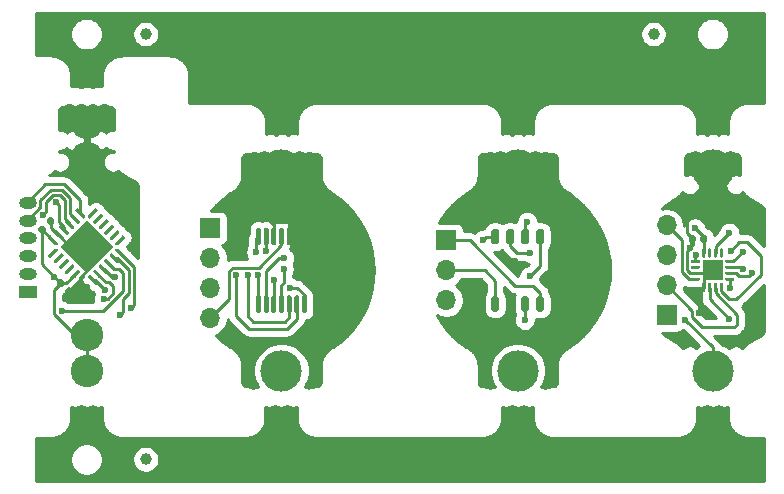
<source format=gbl>
G04 #@! TF.GenerationSoftware,KiCad,Pcbnew,(5.1.6-0-10_14)*
G04 #@! TF.CreationDate,2021-04-13T12:38:31+02:00*
G04 #@! TF.ProjectId,Encoder_SPI_Panel,456e636f-6465-4725-9f53-50495f50616e,rev?*
G04 #@! TF.SameCoordinates,Original*
G04 #@! TF.FileFunction,Copper,L2,Bot*
G04 #@! TF.FilePolarity,Positive*
%FSLAX46Y46*%
G04 Gerber Fmt 4.6, Leading zero omitted, Abs format (unit mm)*
G04 Created by KiCad (PCBNEW (5.1.6-0-10_14)) date 2021-04-13 12:38:31*
%MOMM*%
%LPD*%
G01*
G04 APERTURE LIST*
G04 #@! TA.AperFunction,SMDPad,CuDef*
%ADD10C,1.000000*%
G04 #@! TD*
G04 #@! TA.AperFunction,ComponentPad*
%ADD11C,3.500000*%
G04 #@! TD*
G04 #@! TA.AperFunction,SMDPad,CuDef*
%ADD12R,1.750000X1.750000*%
G04 #@! TD*
G04 #@! TA.AperFunction,ComponentPad*
%ADD13R,1.700000X1.700000*%
G04 #@! TD*
G04 #@! TA.AperFunction,ComponentPad*
%ADD14O,1.700000X1.700000*%
G04 #@! TD*
G04 #@! TA.AperFunction,SMDPad,CuDef*
%ADD15C,0.150000*%
G04 #@! TD*
G04 #@! TA.AperFunction,ComponentPad*
%ADD16C,2.750000*%
G04 #@! TD*
G04 #@! TA.AperFunction,ComponentPad*
%ADD17R,1.500000X1.000000*%
G04 #@! TD*
G04 #@! TA.AperFunction,ComponentPad*
%ADD18O,1.500000X1.000000*%
G04 #@! TD*
G04 #@! TA.AperFunction,ViaPad*
%ADD19C,0.600000*%
G04 #@! TD*
G04 #@! TA.AperFunction,Conductor*
%ADD20C,0.250000*%
G04 #@! TD*
G04 #@! TA.AperFunction,Conductor*
%ADD21C,0.254000*%
G04 #@! TD*
G04 #@! TA.AperFunction,NonConductor*
%ADD22C,0.254000*%
G04 #@! TD*
G04 APERTURE END LIST*
D10*
X59999000Y-55501000D03*
X103007084Y-19498950D03*
X59999000Y-19498950D03*
G04 #@! TA.AperFunction,SMDPad,CuDef*
G36*
G01*
X105983450Y-37012450D02*
X105983450Y-36667450D01*
G75*
G02*
X106130950Y-36519950I147500J0D01*
G01*
X106425950Y-36519950D01*
G75*
G02*
X106573450Y-36667450I0J-147500D01*
G01*
X106573450Y-37012450D01*
G75*
G02*
X106425950Y-37159950I-147500J0D01*
G01*
X106130950Y-37159950D01*
G75*
G02*
X105983450Y-37012450I0J147500D01*
G01*
G37*
G04 #@! TD.AperFunction*
G04 #@! TA.AperFunction,SMDPad,CuDef*
G36*
G01*
X106953450Y-37012450D02*
X106953450Y-36667450D01*
G75*
G02*
X107100950Y-36519950I147500J0D01*
G01*
X107395950Y-36519950D01*
G75*
G02*
X107543450Y-36667450I0J-147500D01*
G01*
X107543450Y-37012450D01*
G75*
G02*
X107395950Y-37159950I-147500J0D01*
G01*
X107100950Y-37159950D01*
G75*
G02*
X106953450Y-37012450I0J147500D01*
G01*
G37*
G04 #@! TD.AperFunction*
D11*
X108003450Y-30999950D03*
G04 #@! TA.AperFunction,SMDPad,CuDef*
G36*
G01*
X109853450Y-38687450D02*
X109853450Y-38812450D01*
G75*
G02*
X109790950Y-38874950I-62500J0D01*
G01*
X109140950Y-38874950D01*
G75*
G02*
X109078450Y-38812450I0J62500D01*
G01*
X109078450Y-38687450D01*
G75*
G02*
X109140950Y-38624950I62500J0D01*
G01*
X109790950Y-38624950D01*
G75*
G02*
X109853450Y-38687450I0J-62500D01*
G01*
G37*
G04 #@! TD.AperFunction*
G04 #@! TA.AperFunction,SMDPad,CuDef*
G36*
G01*
X109853450Y-39187450D02*
X109853450Y-39312450D01*
G75*
G02*
X109790950Y-39374950I-62500J0D01*
G01*
X109140950Y-39374950D01*
G75*
G02*
X109078450Y-39312450I0J62500D01*
G01*
X109078450Y-39187450D01*
G75*
G02*
X109140950Y-39124950I62500J0D01*
G01*
X109790950Y-39124950D01*
G75*
G02*
X109853450Y-39187450I0J-62500D01*
G01*
G37*
G04 #@! TD.AperFunction*
G04 #@! TA.AperFunction,SMDPad,CuDef*
G36*
G01*
X109853450Y-39687450D02*
X109853450Y-39812450D01*
G75*
G02*
X109790950Y-39874950I-62500J0D01*
G01*
X109140950Y-39874950D01*
G75*
G02*
X109078450Y-39812450I0J62500D01*
G01*
X109078450Y-39687450D01*
G75*
G02*
X109140950Y-39624950I62500J0D01*
G01*
X109790950Y-39624950D01*
G75*
G02*
X109853450Y-39687450I0J-62500D01*
G01*
G37*
G04 #@! TD.AperFunction*
G04 #@! TA.AperFunction,SMDPad,CuDef*
G36*
G01*
X109853450Y-40187450D02*
X109853450Y-40312450D01*
G75*
G02*
X109790950Y-40374950I-62500J0D01*
G01*
X109140950Y-40374950D01*
G75*
G02*
X109078450Y-40312450I0J62500D01*
G01*
X109078450Y-40187450D01*
G75*
G02*
X109140950Y-40124950I62500J0D01*
G01*
X109790950Y-40124950D01*
G75*
G02*
X109853450Y-40187450I0J-62500D01*
G01*
G37*
G04 #@! TD.AperFunction*
G04 #@! TA.AperFunction,SMDPad,CuDef*
G36*
G01*
X108878450Y-40637450D02*
X108878450Y-41287450D01*
G75*
G02*
X108815950Y-41349950I-62500J0D01*
G01*
X108690950Y-41349950D01*
G75*
G02*
X108628450Y-41287450I0J62500D01*
G01*
X108628450Y-40637450D01*
G75*
G02*
X108690950Y-40574950I62500J0D01*
G01*
X108815950Y-40574950D01*
G75*
G02*
X108878450Y-40637450I0J-62500D01*
G01*
G37*
G04 #@! TD.AperFunction*
G04 #@! TA.AperFunction,SMDPad,CuDef*
G36*
G01*
X108378450Y-40637450D02*
X108378450Y-41287450D01*
G75*
G02*
X108315950Y-41349950I-62500J0D01*
G01*
X108190950Y-41349950D01*
G75*
G02*
X108128450Y-41287450I0J62500D01*
G01*
X108128450Y-40637450D01*
G75*
G02*
X108190950Y-40574950I62500J0D01*
G01*
X108315950Y-40574950D01*
G75*
G02*
X108378450Y-40637450I0J-62500D01*
G01*
G37*
G04 #@! TD.AperFunction*
G04 #@! TA.AperFunction,SMDPad,CuDef*
G36*
G01*
X107878450Y-40637450D02*
X107878450Y-41287450D01*
G75*
G02*
X107815950Y-41349950I-62500J0D01*
G01*
X107690950Y-41349950D01*
G75*
G02*
X107628450Y-41287450I0J62500D01*
G01*
X107628450Y-40637450D01*
G75*
G02*
X107690950Y-40574950I62500J0D01*
G01*
X107815950Y-40574950D01*
G75*
G02*
X107878450Y-40637450I0J-62500D01*
G01*
G37*
G04 #@! TD.AperFunction*
G04 #@! TA.AperFunction,SMDPad,CuDef*
G36*
G01*
X107378450Y-40637450D02*
X107378450Y-41287450D01*
G75*
G02*
X107315950Y-41349950I-62500J0D01*
G01*
X107190950Y-41349950D01*
G75*
G02*
X107128450Y-41287450I0J62500D01*
G01*
X107128450Y-40637450D01*
G75*
G02*
X107190950Y-40574950I62500J0D01*
G01*
X107315950Y-40574950D01*
G75*
G02*
X107378450Y-40637450I0J-62500D01*
G01*
G37*
G04 #@! TD.AperFunction*
G04 #@! TA.AperFunction,SMDPad,CuDef*
G36*
G01*
X106928450Y-40187450D02*
X106928450Y-40312450D01*
G75*
G02*
X106865950Y-40374950I-62500J0D01*
G01*
X106215950Y-40374950D01*
G75*
G02*
X106153450Y-40312450I0J62500D01*
G01*
X106153450Y-40187450D01*
G75*
G02*
X106215950Y-40124950I62500J0D01*
G01*
X106865950Y-40124950D01*
G75*
G02*
X106928450Y-40187450I0J-62500D01*
G01*
G37*
G04 #@! TD.AperFunction*
G04 #@! TA.AperFunction,SMDPad,CuDef*
G36*
G01*
X106928450Y-39687450D02*
X106928450Y-39812450D01*
G75*
G02*
X106865950Y-39874950I-62500J0D01*
G01*
X106215950Y-39874950D01*
G75*
G02*
X106153450Y-39812450I0J62500D01*
G01*
X106153450Y-39687450D01*
G75*
G02*
X106215950Y-39624950I62500J0D01*
G01*
X106865950Y-39624950D01*
G75*
G02*
X106928450Y-39687450I0J-62500D01*
G01*
G37*
G04 #@! TD.AperFunction*
G04 #@! TA.AperFunction,SMDPad,CuDef*
G36*
G01*
X106928450Y-39187450D02*
X106928450Y-39312450D01*
G75*
G02*
X106865950Y-39374950I-62500J0D01*
G01*
X106215950Y-39374950D01*
G75*
G02*
X106153450Y-39312450I0J62500D01*
G01*
X106153450Y-39187450D01*
G75*
G02*
X106215950Y-39124950I62500J0D01*
G01*
X106865950Y-39124950D01*
G75*
G02*
X106928450Y-39187450I0J-62500D01*
G01*
G37*
G04 #@! TD.AperFunction*
G04 #@! TA.AperFunction,SMDPad,CuDef*
G36*
G01*
X106928450Y-38687450D02*
X106928450Y-38812450D01*
G75*
G02*
X106865950Y-38874950I-62500J0D01*
G01*
X106215950Y-38874950D01*
G75*
G02*
X106153450Y-38812450I0J62500D01*
G01*
X106153450Y-38687450D01*
G75*
G02*
X106215950Y-38624950I62500J0D01*
G01*
X106865950Y-38624950D01*
G75*
G02*
X106928450Y-38687450I0J-62500D01*
G01*
G37*
G04 #@! TD.AperFunction*
G04 #@! TA.AperFunction,SMDPad,CuDef*
G36*
G01*
X107378450Y-37712450D02*
X107378450Y-38362450D01*
G75*
G02*
X107315950Y-38424950I-62500J0D01*
G01*
X107190950Y-38424950D01*
G75*
G02*
X107128450Y-38362450I0J62500D01*
G01*
X107128450Y-37712450D01*
G75*
G02*
X107190950Y-37649950I62500J0D01*
G01*
X107315950Y-37649950D01*
G75*
G02*
X107378450Y-37712450I0J-62500D01*
G01*
G37*
G04 #@! TD.AperFunction*
G04 #@! TA.AperFunction,SMDPad,CuDef*
G36*
G01*
X107878450Y-37712450D02*
X107878450Y-38362450D01*
G75*
G02*
X107815950Y-38424950I-62500J0D01*
G01*
X107690950Y-38424950D01*
G75*
G02*
X107628450Y-38362450I0J62500D01*
G01*
X107628450Y-37712450D01*
G75*
G02*
X107690950Y-37649950I62500J0D01*
G01*
X107815950Y-37649950D01*
G75*
G02*
X107878450Y-37712450I0J-62500D01*
G01*
G37*
G04 #@! TD.AperFunction*
G04 #@! TA.AperFunction,SMDPad,CuDef*
G36*
G01*
X108378450Y-37712450D02*
X108378450Y-38362450D01*
G75*
G02*
X108315950Y-38424950I-62500J0D01*
G01*
X108190950Y-38424950D01*
G75*
G02*
X108128450Y-38362450I0J62500D01*
G01*
X108128450Y-37712450D01*
G75*
G02*
X108190950Y-37649950I62500J0D01*
G01*
X108315950Y-37649950D01*
G75*
G02*
X108378450Y-37712450I0J-62500D01*
G01*
G37*
G04 #@! TD.AperFunction*
G04 #@! TA.AperFunction,SMDPad,CuDef*
G36*
G01*
X108878450Y-37712450D02*
X108878450Y-38362450D01*
G75*
G02*
X108815950Y-38424950I-62500J0D01*
G01*
X108690950Y-38424950D01*
G75*
G02*
X108628450Y-38362450I0J62500D01*
G01*
X108628450Y-37712450D01*
G75*
G02*
X108690950Y-37649950I62500J0D01*
G01*
X108815950Y-37649950D01*
G75*
G02*
X108878450Y-37712450I0J-62500D01*
G01*
G37*
G04 #@! TD.AperFunction*
D12*
X108003450Y-39499950D03*
D11*
X108003450Y-47999950D03*
D13*
X104103450Y-43319950D03*
D14*
X104103450Y-40779950D03*
X104103450Y-38239950D03*
X104103450Y-35699950D03*
D11*
X91503051Y-30999999D03*
X91503051Y-47999999D03*
D13*
X85473051Y-36959999D03*
D14*
X85473051Y-39499999D03*
X85473051Y-42039999D03*
G04 #@! TA.AperFunction,SMDPad,CuDef*
G36*
G01*
X89435551Y-35999999D02*
X89760551Y-35999999D01*
G75*
G02*
X89923051Y-36162499I0J-162500D01*
G01*
X89923051Y-37147499D01*
G75*
G02*
X89760551Y-37309999I-162500J0D01*
G01*
X89435551Y-37309999D01*
G75*
G02*
X89273051Y-37147499I0J162500D01*
G01*
X89273051Y-36162499D01*
G75*
G02*
X89435551Y-35999999I162500J0D01*
G01*
G37*
G04 #@! TD.AperFunction*
G04 #@! TA.AperFunction,SMDPad,CuDef*
G36*
G01*
X90705551Y-35999999D02*
X91030551Y-35999999D01*
G75*
G02*
X91193051Y-36162499I0J-162500D01*
G01*
X91193051Y-37147499D01*
G75*
G02*
X91030551Y-37309999I-162500J0D01*
G01*
X90705551Y-37309999D01*
G75*
G02*
X90543051Y-37147499I0J162500D01*
G01*
X90543051Y-36162499D01*
G75*
G02*
X90705551Y-35999999I162500J0D01*
G01*
G37*
G04 #@! TD.AperFunction*
G04 #@! TA.AperFunction,SMDPad,CuDef*
G36*
G01*
X91975551Y-35999999D02*
X92300551Y-35999999D01*
G75*
G02*
X92463051Y-36162499I0J-162500D01*
G01*
X92463051Y-37147499D01*
G75*
G02*
X92300551Y-37309999I-162500J0D01*
G01*
X91975551Y-37309999D01*
G75*
G02*
X91813051Y-37147499I0J162500D01*
G01*
X91813051Y-36162499D01*
G75*
G02*
X91975551Y-35999999I162500J0D01*
G01*
G37*
G04 #@! TD.AperFunction*
G04 #@! TA.AperFunction,SMDPad,CuDef*
G36*
G01*
X93245551Y-35999999D02*
X93570551Y-35999999D01*
G75*
G02*
X93733051Y-36162499I0J-162500D01*
G01*
X93733051Y-37147499D01*
G75*
G02*
X93570551Y-37309999I-162500J0D01*
G01*
X93245551Y-37309999D01*
G75*
G02*
X93083051Y-37147499I0J162500D01*
G01*
X93083051Y-36162499D01*
G75*
G02*
X93245551Y-35999999I162500J0D01*
G01*
G37*
G04 #@! TD.AperFunction*
G04 #@! TA.AperFunction,SMDPad,CuDef*
G36*
G01*
X89435551Y-41689999D02*
X89760551Y-41689999D01*
G75*
G02*
X89923051Y-41852499I0J-162500D01*
G01*
X89923051Y-42837499D01*
G75*
G02*
X89760551Y-42999999I-162500J0D01*
G01*
X89435551Y-42999999D01*
G75*
G02*
X89273051Y-42837499I0J162500D01*
G01*
X89273051Y-41852499D01*
G75*
G02*
X89435551Y-41689999I162500J0D01*
G01*
G37*
G04 #@! TD.AperFunction*
G04 #@! TA.AperFunction,SMDPad,CuDef*
G36*
G01*
X90705551Y-41689999D02*
X91030551Y-41689999D01*
G75*
G02*
X91193051Y-41852499I0J-162500D01*
G01*
X91193051Y-42837499D01*
G75*
G02*
X91030551Y-42999999I-162500J0D01*
G01*
X90705551Y-42999999D01*
G75*
G02*
X90543051Y-42837499I0J162500D01*
G01*
X90543051Y-41852499D01*
G75*
G02*
X90705551Y-41689999I162500J0D01*
G01*
G37*
G04 #@! TD.AperFunction*
G04 #@! TA.AperFunction,SMDPad,CuDef*
G36*
G01*
X91975551Y-41689999D02*
X92300551Y-41689999D01*
G75*
G02*
X92463051Y-41852499I0J-162500D01*
G01*
X92463051Y-42837499D01*
G75*
G02*
X92300551Y-42999999I-162500J0D01*
G01*
X91975551Y-42999999D01*
G75*
G02*
X91813051Y-42837499I0J162500D01*
G01*
X91813051Y-41852499D01*
G75*
G02*
X91975551Y-41689999I162500J0D01*
G01*
G37*
G04 #@! TD.AperFunction*
G04 #@! TA.AperFunction,SMDPad,CuDef*
G36*
G01*
X93245551Y-41689999D02*
X93570551Y-41689999D01*
G75*
G02*
X93733051Y-41852499I0J-162500D01*
G01*
X93733051Y-42837499D01*
G75*
G02*
X93570551Y-42999999I-162500J0D01*
G01*
X93245551Y-42999999D01*
G75*
G02*
X93083051Y-42837499I0J162500D01*
G01*
X93083051Y-41852499D01*
G75*
G02*
X93245551Y-41689999I162500J0D01*
G01*
G37*
G04 #@! TD.AperFunction*
D11*
X71503039Y-30999999D03*
X71503039Y-47999999D03*
D13*
X65473039Y-35929999D03*
D14*
X65473039Y-38469999D03*
X65473039Y-41009999D03*
X65473039Y-43549999D03*
G04 #@! TA.AperFunction,SMDPad,CuDef*
G36*
G01*
X69453039Y-35899999D02*
X69653039Y-35899999D01*
G75*
G02*
X69753039Y-35999999I0J-100000D01*
G01*
X69753039Y-37274999D01*
G75*
G02*
X69653039Y-37374999I-100000J0D01*
G01*
X69453039Y-37374999D01*
G75*
G02*
X69353039Y-37274999I0J100000D01*
G01*
X69353039Y-35999999D01*
G75*
G02*
X69453039Y-35899999I100000J0D01*
G01*
G37*
G04 #@! TD.AperFunction*
G04 #@! TA.AperFunction,SMDPad,CuDef*
G36*
G01*
X70103039Y-35899999D02*
X70303039Y-35899999D01*
G75*
G02*
X70403039Y-35999999I0J-100000D01*
G01*
X70403039Y-37274999D01*
G75*
G02*
X70303039Y-37374999I-100000J0D01*
G01*
X70103039Y-37374999D01*
G75*
G02*
X70003039Y-37274999I0J100000D01*
G01*
X70003039Y-35999999D01*
G75*
G02*
X70103039Y-35899999I100000J0D01*
G01*
G37*
G04 #@! TD.AperFunction*
G04 #@! TA.AperFunction,SMDPad,CuDef*
G36*
G01*
X70753039Y-35899999D02*
X70953039Y-35899999D01*
G75*
G02*
X71053039Y-35999999I0J-100000D01*
G01*
X71053039Y-37274999D01*
G75*
G02*
X70953039Y-37374999I-100000J0D01*
G01*
X70753039Y-37374999D01*
G75*
G02*
X70653039Y-37274999I0J100000D01*
G01*
X70653039Y-35999999D01*
G75*
G02*
X70753039Y-35899999I100000J0D01*
G01*
G37*
G04 #@! TD.AperFunction*
G04 #@! TA.AperFunction,SMDPad,CuDef*
G36*
G01*
X71403039Y-35899999D02*
X71603039Y-35899999D01*
G75*
G02*
X71703039Y-35999999I0J-100000D01*
G01*
X71703039Y-37274999D01*
G75*
G02*
X71603039Y-37374999I-100000J0D01*
G01*
X71403039Y-37374999D01*
G75*
G02*
X71303039Y-37274999I0J100000D01*
G01*
X71303039Y-35999999D01*
G75*
G02*
X71403039Y-35899999I100000J0D01*
G01*
G37*
G04 #@! TD.AperFunction*
G04 #@! TA.AperFunction,SMDPad,CuDef*
G36*
G01*
X72053039Y-35899999D02*
X72253039Y-35899999D01*
G75*
G02*
X72353039Y-35999999I0J-100000D01*
G01*
X72353039Y-37274999D01*
G75*
G02*
X72253039Y-37374999I-100000J0D01*
G01*
X72053039Y-37374999D01*
G75*
G02*
X71953039Y-37274999I0J100000D01*
G01*
X71953039Y-35999999D01*
G75*
G02*
X72053039Y-35899999I100000J0D01*
G01*
G37*
G04 #@! TD.AperFunction*
G04 #@! TA.AperFunction,SMDPad,CuDef*
G36*
G01*
X72703039Y-35899999D02*
X72903039Y-35899999D01*
G75*
G02*
X73003039Y-35999999I0J-100000D01*
G01*
X73003039Y-37274999D01*
G75*
G02*
X72903039Y-37374999I-100000J0D01*
G01*
X72703039Y-37374999D01*
G75*
G02*
X72603039Y-37274999I0J100000D01*
G01*
X72603039Y-35999999D01*
G75*
G02*
X72703039Y-35899999I100000J0D01*
G01*
G37*
G04 #@! TD.AperFunction*
G04 #@! TA.AperFunction,SMDPad,CuDef*
G36*
G01*
X73353039Y-35899999D02*
X73553039Y-35899999D01*
G75*
G02*
X73653039Y-35999999I0J-100000D01*
G01*
X73653039Y-37274999D01*
G75*
G02*
X73553039Y-37374999I-100000J0D01*
G01*
X73353039Y-37374999D01*
G75*
G02*
X73253039Y-37274999I0J100000D01*
G01*
X73253039Y-35999999D01*
G75*
G02*
X73353039Y-35899999I100000J0D01*
G01*
G37*
G04 #@! TD.AperFunction*
G04 #@! TA.AperFunction,SMDPad,CuDef*
G36*
G01*
X73353039Y-41624999D02*
X73553039Y-41624999D01*
G75*
G02*
X73653039Y-41724999I0J-100000D01*
G01*
X73653039Y-42999999D01*
G75*
G02*
X73553039Y-43099999I-100000J0D01*
G01*
X73353039Y-43099999D01*
G75*
G02*
X73253039Y-42999999I0J100000D01*
G01*
X73253039Y-41724999D01*
G75*
G02*
X73353039Y-41624999I100000J0D01*
G01*
G37*
G04 #@! TD.AperFunction*
G04 #@! TA.AperFunction,SMDPad,CuDef*
G36*
G01*
X72703039Y-41624999D02*
X72903039Y-41624999D01*
G75*
G02*
X73003039Y-41724999I0J-100000D01*
G01*
X73003039Y-42999999D01*
G75*
G02*
X72903039Y-43099999I-100000J0D01*
G01*
X72703039Y-43099999D01*
G75*
G02*
X72603039Y-42999999I0J100000D01*
G01*
X72603039Y-41724999D01*
G75*
G02*
X72703039Y-41624999I100000J0D01*
G01*
G37*
G04 #@! TD.AperFunction*
G04 #@! TA.AperFunction,SMDPad,CuDef*
G36*
G01*
X72053039Y-41624999D02*
X72253039Y-41624999D01*
G75*
G02*
X72353039Y-41724999I0J-100000D01*
G01*
X72353039Y-42999999D01*
G75*
G02*
X72253039Y-43099999I-100000J0D01*
G01*
X72053039Y-43099999D01*
G75*
G02*
X71953039Y-42999999I0J100000D01*
G01*
X71953039Y-41724999D01*
G75*
G02*
X72053039Y-41624999I100000J0D01*
G01*
G37*
G04 #@! TD.AperFunction*
G04 #@! TA.AperFunction,SMDPad,CuDef*
G36*
G01*
X71403039Y-41624999D02*
X71603039Y-41624999D01*
G75*
G02*
X71703039Y-41724999I0J-100000D01*
G01*
X71703039Y-42999999D01*
G75*
G02*
X71603039Y-43099999I-100000J0D01*
G01*
X71403039Y-43099999D01*
G75*
G02*
X71303039Y-42999999I0J100000D01*
G01*
X71303039Y-41724999D01*
G75*
G02*
X71403039Y-41624999I100000J0D01*
G01*
G37*
G04 #@! TD.AperFunction*
G04 #@! TA.AperFunction,SMDPad,CuDef*
G36*
G01*
X70753039Y-41624999D02*
X70953039Y-41624999D01*
G75*
G02*
X71053039Y-41724999I0J-100000D01*
G01*
X71053039Y-42999999D01*
G75*
G02*
X70953039Y-43099999I-100000J0D01*
G01*
X70753039Y-43099999D01*
G75*
G02*
X70653039Y-42999999I0J100000D01*
G01*
X70653039Y-41724999D01*
G75*
G02*
X70753039Y-41624999I100000J0D01*
G01*
G37*
G04 #@! TD.AperFunction*
G04 #@! TA.AperFunction,SMDPad,CuDef*
G36*
G01*
X70103039Y-41624999D02*
X70303039Y-41624999D01*
G75*
G02*
X70403039Y-41724999I0J-100000D01*
G01*
X70403039Y-42999999D01*
G75*
G02*
X70303039Y-43099999I-100000J0D01*
G01*
X70103039Y-43099999D01*
G75*
G02*
X70003039Y-42999999I0J100000D01*
G01*
X70003039Y-41724999D01*
G75*
G02*
X70103039Y-41624999I100000J0D01*
G01*
G37*
G04 #@! TD.AperFunction*
G04 #@! TA.AperFunction,SMDPad,CuDef*
G36*
G01*
X69453039Y-41624999D02*
X69653039Y-41624999D01*
G75*
G02*
X69753039Y-41724999I0J-100000D01*
G01*
X69753039Y-42999999D01*
G75*
G02*
X69653039Y-43099999I-100000J0D01*
G01*
X69453039Y-43099999D01*
G75*
G02*
X69353039Y-42999999I0J100000D01*
G01*
X69353039Y-41724999D01*
G75*
G02*
X69453039Y-41624999I100000J0D01*
G01*
G37*
G04 #@! TD.AperFunction*
G04 #@! TA.AperFunction,SMDPad,CuDef*
G36*
G01*
X51170828Y-36373469D02*
X50926877Y-36129517D01*
G75*
G02*
X50926877Y-35920921I104298J104298D01*
G01*
X51135473Y-35712325D01*
G75*
G02*
X51344069Y-35712325I104298J-104298D01*
G01*
X51588021Y-35956277D01*
G75*
G02*
X51588021Y-36164873I-104298J-104298D01*
G01*
X51379425Y-36373469D01*
G75*
G02*
X51170829Y-36373469I-104298J104298D01*
G01*
G37*
G04 #@! TD.AperFunction*
G04 #@! TA.AperFunction,SMDPad,CuDef*
G36*
G01*
X51856722Y-35687575D02*
X51612771Y-35443623D01*
G75*
G02*
X51612771Y-35235027I104298J104298D01*
G01*
X51821367Y-35026431D01*
G75*
G02*
X52029963Y-35026431I104298J-104298D01*
G01*
X52273915Y-35270383D01*
G75*
G02*
X52273915Y-35478979I-104298J-104298D01*
G01*
X52065319Y-35687575D01*
G75*
G02*
X51856723Y-35687575I-104298J104298D01*
G01*
G37*
G04 #@! TD.AperFunction*
G04 #@! TA.AperFunction,SMDPad,CuDef*
G36*
G01*
X53823915Y-41359518D02*
X53579963Y-41603469D01*
G75*
G02*
X53371367Y-41603469I-104298J104298D01*
G01*
X53162771Y-41394873D01*
G75*
G02*
X53162771Y-41186277I104298J104298D01*
G01*
X53406723Y-40942325D01*
G75*
G02*
X53615319Y-40942325I104298J-104298D01*
G01*
X53823915Y-41150921D01*
G75*
G02*
X53823915Y-41359517I-104298J-104298D01*
G01*
G37*
G04 #@! TD.AperFunction*
G04 #@! TA.AperFunction,SMDPad,CuDef*
G36*
G01*
X53138021Y-40673624D02*
X52894069Y-40917575D01*
G75*
G02*
X52685473Y-40917575I-104298J104298D01*
G01*
X52476877Y-40708979D01*
G75*
G02*
X52476877Y-40500383I104298J104298D01*
G01*
X52720829Y-40256431D01*
G75*
G02*
X52929425Y-40256431I104298J-104298D01*
G01*
X53138021Y-40465027D01*
G75*
G02*
X53138021Y-40673623I-104298J-104298D01*
G01*
G37*
G04 #@! TD.AperFunction*
G04 #@! TA.AperFunction,SMDPad,CuDef*
D15*
G36*
X55307228Y-35105115D02*
G01*
X55294262Y-35112045D01*
X55280192Y-35116313D01*
X55265561Y-35117754D01*
X55250929Y-35116313D01*
X55236859Y-35112045D01*
X55223893Y-35105115D01*
X55212528Y-35095787D01*
X55181462Y-35064721D01*
X55172134Y-35053356D01*
X55165204Y-35040390D01*
X55160936Y-35026320D01*
X55159495Y-35011688D01*
X55159495Y-34861688D01*
X55160936Y-34847057D01*
X55165204Y-34832987D01*
X55172134Y-34820021D01*
X55181462Y-34808655D01*
X55725180Y-34264937D01*
X55736546Y-34255609D01*
X55749512Y-34248679D01*
X55763582Y-34244411D01*
X55778213Y-34242970D01*
X55792845Y-34244411D01*
X55806915Y-34248679D01*
X55819881Y-34255609D01*
X55831246Y-34264937D01*
X55937312Y-34371003D01*
X55946640Y-34382368D01*
X55953570Y-34395334D01*
X55957838Y-34409404D01*
X55959279Y-34424036D01*
X55957838Y-34438667D01*
X55953570Y-34452737D01*
X55946640Y-34465703D01*
X55937312Y-34477069D01*
X55318594Y-35095787D01*
X55307228Y-35105115D01*
G37*
G04 #@! TD.AperFunction*
G04 #@! TA.AperFunction,SMDPad,CuDef*
G36*
G01*
X56290866Y-34724556D02*
X56396932Y-34830622D01*
G75*
G02*
X56396932Y-34936688I-53033J-53033D01*
G01*
X55778214Y-35555406D01*
G75*
G02*
X55672148Y-35555406I-53033J53033D01*
G01*
X55566082Y-35449340D01*
G75*
G02*
X55566082Y-35343274I53033J53033D01*
G01*
X56184800Y-34724556D01*
G75*
G02*
X56290866Y-34724556I53033J-53033D01*
G01*
G37*
G04 #@! TD.AperFunction*
G04 #@! TA.AperFunction,SMDPad,CuDef*
G36*
G01*
X56750485Y-35184176D02*
X56856551Y-35290242D01*
G75*
G02*
X56856551Y-35396308I-53033J-53033D01*
G01*
X56237833Y-36015026D01*
G75*
G02*
X56131767Y-36015026I-53033J53033D01*
G01*
X56025701Y-35908960D01*
G75*
G02*
X56025701Y-35802894I53033J53033D01*
G01*
X56644419Y-35184176D01*
G75*
G02*
X56750485Y-35184176I53033J-53033D01*
G01*
G37*
G04 #@! TD.AperFunction*
G04 #@! TA.AperFunction,SMDPad,CuDef*
G36*
G01*
X57210104Y-35643795D02*
X57316170Y-35749861D01*
G75*
G02*
X57316170Y-35855927I-53033J-53033D01*
G01*
X56697452Y-36474645D01*
G75*
G02*
X56591386Y-36474645I-53033J53033D01*
G01*
X56485320Y-36368579D01*
G75*
G02*
X56485320Y-36262513I53033J53033D01*
G01*
X57104038Y-35643795D01*
G75*
G02*
X57210104Y-35643795I53033J-53033D01*
G01*
G37*
G04 #@! TD.AperFunction*
G04 #@! TA.AperFunction,SMDPad,CuDef*
G36*
G01*
X57669724Y-36103414D02*
X57775790Y-36209480D01*
G75*
G02*
X57775790Y-36315546I-53033J-53033D01*
G01*
X57157072Y-36934264D01*
G75*
G02*
X57051006Y-36934264I-53033J53033D01*
G01*
X56944940Y-36828198D01*
G75*
G02*
X56944940Y-36722132I53033J53033D01*
G01*
X57563658Y-36103414D01*
G75*
G02*
X57669724Y-36103414I53033J-53033D01*
G01*
G37*
G04 #@! TD.AperFunction*
G04 #@! TA.AperFunction,SMDPad,CuDef*
G36*
X57680325Y-37328212D02*
G01*
X57667359Y-37335142D01*
X57653289Y-37339410D01*
X57638658Y-37340851D01*
X57488658Y-37340851D01*
X57474026Y-37339410D01*
X57459956Y-37335142D01*
X57446990Y-37328212D01*
X57435625Y-37318884D01*
X57404559Y-37287818D01*
X57395231Y-37276453D01*
X57388301Y-37263487D01*
X57384033Y-37249417D01*
X57382592Y-37234785D01*
X57384033Y-37220154D01*
X57388301Y-37206084D01*
X57395231Y-37193118D01*
X57404559Y-37181752D01*
X58023277Y-36563034D01*
X58034643Y-36553706D01*
X58047609Y-36546776D01*
X58061679Y-36542508D01*
X58076310Y-36541067D01*
X58090942Y-36542508D01*
X58105012Y-36546776D01*
X58117978Y-36553706D01*
X58129343Y-36563034D01*
X58235409Y-36669100D01*
X58244737Y-36680465D01*
X58251667Y-36693431D01*
X58255935Y-36707501D01*
X58257376Y-36722133D01*
X58255935Y-36736764D01*
X58251667Y-36750834D01*
X58244737Y-36763800D01*
X58235409Y-36775166D01*
X57691691Y-37318884D01*
X57680325Y-37328212D01*
G37*
G04 #@! TD.AperFunction*
G04 #@! TA.AperFunction,SMDPad,CuDef*
G36*
X58117978Y-38446194D02*
G01*
X58105012Y-38453124D01*
X58090942Y-38457392D01*
X58076310Y-38458833D01*
X58061679Y-38457392D01*
X58047609Y-38453124D01*
X58034643Y-38446194D01*
X58023277Y-38436866D01*
X57404559Y-37818148D01*
X57395231Y-37806782D01*
X57388301Y-37793816D01*
X57384033Y-37779746D01*
X57382592Y-37765115D01*
X57384033Y-37750483D01*
X57388301Y-37736413D01*
X57395231Y-37723447D01*
X57404559Y-37712082D01*
X57435625Y-37681016D01*
X57446990Y-37671688D01*
X57459956Y-37664758D01*
X57474026Y-37660490D01*
X57488658Y-37659049D01*
X57638658Y-37659049D01*
X57653289Y-37660490D01*
X57667359Y-37664758D01*
X57680325Y-37671688D01*
X57691691Y-37681016D01*
X58235409Y-38224734D01*
X58244737Y-38236100D01*
X58251667Y-38249066D01*
X58255935Y-38263136D01*
X58257376Y-38277767D01*
X58255935Y-38292399D01*
X58251667Y-38306469D01*
X58244737Y-38319435D01*
X58235409Y-38330800D01*
X58129343Y-38436866D01*
X58117978Y-38446194D01*
G37*
G04 #@! TD.AperFunction*
G04 #@! TA.AperFunction,SMDPad,CuDef*
G36*
G01*
X57157072Y-38065636D02*
X57775790Y-38684354D01*
G75*
G02*
X57775790Y-38790420I-53033J-53033D01*
G01*
X57669724Y-38896486D01*
G75*
G02*
X57563658Y-38896486I-53033J53033D01*
G01*
X56944940Y-38277768D01*
G75*
G02*
X56944940Y-38171702I53033J53033D01*
G01*
X57051006Y-38065636D01*
G75*
G02*
X57157072Y-38065636I53033J-53033D01*
G01*
G37*
G04 #@! TD.AperFunction*
G04 #@! TA.AperFunction,SMDPad,CuDef*
G36*
G01*
X56697452Y-38525255D02*
X57316170Y-39143973D01*
G75*
G02*
X57316170Y-39250039I-53033J-53033D01*
G01*
X57210104Y-39356105D01*
G75*
G02*
X57104038Y-39356105I-53033J53033D01*
G01*
X56485320Y-38737387D01*
G75*
G02*
X56485320Y-38631321I53033J53033D01*
G01*
X56591386Y-38525255D01*
G75*
G02*
X56697452Y-38525255I53033J-53033D01*
G01*
G37*
G04 #@! TD.AperFunction*
G04 #@! TA.AperFunction,SMDPad,CuDef*
G36*
G01*
X56237833Y-38984874D02*
X56856551Y-39603592D01*
G75*
G02*
X56856551Y-39709658I-53033J-53033D01*
G01*
X56750485Y-39815724D01*
G75*
G02*
X56644419Y-39815724I-53033J53033D01*
G01*
X56025701Y-39197006D01*
G75*
G02*
X56025701Y-39090940I53033J53033D01*
G01*
X56131767Y-38984874D01*
G75*
G02*
X56237833Y-38984874I53033J-53033D01*
G01*
G37*
G04 #@! TD.AperFunction*
G04 #@! TA.AperFunction,SMDPad,CuDef*
G36*
G01*
X55778214Y-39444494D02*
X56396932Y-40063212D01*
G75*
G02*
X56396932Y-40169278I-53033J-53033D01*
G01*
X56290866Y-40275344D01*
G75*
G02*
X56184800Y-40275344I-53033J53033D01*
G01*
X55566082Y-39656626D01*
G75*
G02*
X55566082Y-39550560I53033J53033D01*
G01*
X55672148Y-39444494D01*
G75*
G02*
X55778214Y-39444494I53033J-53033D01*
G01*
G37*
G04 #@! TD.AperFunction*
G04 #@! TA.AperFunction,SMDPad,CuDef*
G36*
X55819881Y-40744291D02*
G01*
X55806915Y-40751221D01*
X55792845Y-40755489D01*
X55778213Y-40756930D01*
X55763582Y-40755489D01*
X55749512Y-40751221D01*
X55736546Y-40744291D01*
X55725180Y-40734963D01*
X55181462Y-40191245D01*
X55172134Y-40179879D01*
X55165204Y-40166913D01*
X55160936Y-40152843D01*
X55159495Y-40138212D01*
X55159495Y-39988212D01*
X55160936Y-39973580D01*
X55165204Y-39959510D01*
X55172134Y-39946544D01*
X55181462Y-39935179D01*
X55212528Y-39904113D01*
X55223893Y-39894785D01*
X55236859Y-39887855D01*
X55250929Y-39883587D01*
X55265561Y-39882146D01*
X55280192Y-39883587D01*
X55294262Y-39887855D01*
X55307228Y-39894785D01*
X55318594Y-39904113D01*
X55937312Y-40522831D01*
X55946640Y-40534197D01*
X55953570Y-40547163D01*
X55957838Y-40561233D01*
X55959279Y-40575864D01*
X55957838Y-40590496D01*
X55953570Y-40604566D01*
X55946640Y-40617532D01*
X55937312Y-40628897D01*
X55831246Y-40734963D01*
X55819881Y-40744291D01*
G37*
G04 #@! TD.AperFunction*
G04 #@! TA.AperFunction,SMDPad,CuDef*
G36*
X54264246Y-40744291D02*
G01*
X54251280Y-40751221D01*
X54237210Y-40755489D01*
X54222579Y-40756930D01*
X54207947Y-40755489D01*
X54193877Y-40751221D01*
X54180911Y-40744291D01*
X54169546Y-40734963D01*
X54063480Y-40628897D01*
X54054152Y-40617532D01*
X54047222Y-40604566D01*
X54042954Y-40590496D01*
X54041513Y-40575864D01*
X54042954Y-40561233D01*
X54047222Y-40547163D01*
X54054152Y-40534197D01*
X54063480Y-40522831D01*
X54682198Y-39904113D01*
X54693564Y-39894785D01*
X54706530Y-39887855D01*
X54720600Y-39883587D01*
X54735231Y-39882146D01*
X54749863Y-39883587D01*
X54763933Y-39887855D01*
X54776899Y-39894785D01*
X54788264Y-39904113D01*
X54819330Y-39935179D01*
X54828658Y-39946544D01*
X54835588Y-39959510D01*
X54839856Y-39973580D01*
X54841297Y-39988212D01*
X54841297Y-40138212D01*
X54839856Y-40152843D01*
X54835588Y-40166913D01*
X54828658Y-40179879D01*
X54819330Y-40191245D01*
X54275612Y-40734963D01*
X54264246Y-40744291D01*
G37*
G04 #@! TD.AperFunction*
G04 #@! TA.AperFunction,SMDPad,CuDef*
G36*
G01*
X54328644Y-39444494D02*
X54434710Y-39550560D01*
G75*
G02*
X54434710Y-39656626I-53033J-53033D01*
G01*
X53815992Y-40275344D01*
G75*
G02*
X53709926Y-40275344I-53033J53033D01*
G01*
X53603860Y-40169278D01*
G75*
G02*
X53603860Y-40063212I53033J53033D01*
G01*
X54222578Y-39444494D01*
G75*
G02*
X54328644Y-39444494I53033J-53033D01*
G01*
G37*
G04 #@! TD.AperFunction*
G04 #@! TA.AperFunction,SMDPad,CuDef*
G36*
G01*
X53869025Y-38984874D02*
X53975091Y-39090940D01*
G75*
G02*
X53975091Y-39197006I-53033J-53033D01*
G01*
X53356373Y-39815724D01*
G75*
G02*
X53250307Y-39815724I-53033J53033D01*
G01*
X53144241Y-39709658D01*
G75*
G02*
X53144241Y-39603592I53033J53033D01*
G01*
X53762959Y-38984874D01*
G75*
G02*
X53869025Y-38984874I53033J-53033D01*
G01*
G37*
G04 #@! TD.AperFunction*
G04 #@! TA.AperFunction,SMDPad,CuDef*
G36*
G01*
X53409406Y-38525255D02*
X53515472Y-38631321D01*
G75*
G02*
X53515472Y-38737387I-53033J-53033D01*
G01*
X52896754Y-39356105D01*
G75*
G02*
X52790688Y-39356105I-53033J53033D01*
G01*
X52684622Y-39250039D01*
G75*
G02*
X52684622Y-39143973I53033J53033D01*
G01*
X53303340Y-38525255D01*
G75*
G02*
X53409406Y-38525255I53033J-53033D01*
G01*
G37*
G04 #@! TD.AperFunction*
G04 #@! TA.AperFunction,SMDPad,CuDef*
G36*
G01*
X52949786Y-38065636D02*
X53055852Y-38171702D01*
G75*
G02*
X53055852Y-38277768I-53033J-53033D01*
G01*
X52437134Y-38896486D01*
G75*
G02*
X52331068Y-38896486I-53033J53033D01*
G01*
X52225002Y-38790420D01*
G75*
G02*
X52225002Y-38684354I53033J53033D01*
G01*
X52843720Y-38065636D01*
G75*
G02*
X52949786Y-38065636I53033J-53033D01*
G01*
G37*
G04 #@! TD.AperFunction*
G04 #@! TA.AperFunction,SMDPad,CuDef*
G36*
X51966149Y-38446194D02*
G01*
X51953183Y-38453124D01*
X51939113Y-38457392D01*
X51924482Y-38458833D01*
X51909850Y-38457392D01*
X51895780Y-38453124D01*
X51882814Y-38446194D01*
X51871449Y-38436866D01*
X51765383Y-38330800D01*
X51756055Y-38319435D01*
X51749125Y-38306469D01*
X51744857Y-38292399D01*
X51743416Y-38277767D01*
X51744857Y-38263136D01*
X51749125Y-38249066D01*
X51756055Y-38236100D01*
X51765383Y-38224734D01*
X52309101Y-37681016D01*
X52320467Y-37671688D01*
X52333433Y-37664758D01*
X52347503Y-37660490D01*
X52362134Y-37659049D01*
X52512134Y-37659049D01*
X52526766Y-37660490D01*
X52540836Y-37664758D01*
X52553802Y-37671688D01*
X52565167Y-37681016D01*
X52596233Y-37712082D01*
X52605561Y-37723447D01*
X52612491Y-37736413D01*
X52616759Y-37750483D01*
X52618200Y-37765115D01*
X52616759Y-37779746D01*
X52612491Y-37793816D01*
X52605561Y-37806782D01*
X52596233Y-37818148D01*
X51977515Y-38436866D01*
X51966149Y-38446194D01*
G37*
G04 #@! TD.AperFunction*
G04 #@! TA.AperFunction,SMDPad,CuDef*
G36*
X52553802Y-37328212D02*
G01*
X52540836Y-37335142D01*
X52526766Y-37339410D01*
X52512134Y-37340851D01*
X52362134Y-37340851D01*
X52347503Y-37339410D01*
X52333433Y-37335142D01*
X52320467Y-37328212D01*
X52309101Y-37318884D01*
X51765383Y-36775166D01*
X51756055Y-36763800D01*
X51749125Y-36750834D01*
X51744857Y-36736764D01*
X51743416Y-36722133D01*
X51744857Y-36707501D01*
X51749125Y-36693431D01*
X51756055Y-36680465D01*
X51765383Y-36669100D01*
X51871449Y-36563034D01*
X51882814Y-36553706D01*
X51895780Y-36546776D01*
X51909850Y-36542508D01*
X51924482Y-36541067D01*
X51939113Y-36542508D01*
X51953183Y-36546776D01*
X51966149Y-36553706D01*
X51977515Y-36563034D01*
X52596233Y-37181752D01*
X52605561Y-37193118D01*
X52612491Y-37206084D01*
X52616759Y-37220154D01*
X52618200Y-37234785D01*
X52616759Y-37249417D01*
X52612491Y-37263487D01*
X52605561Y-37276453D01*
X52596233Y-37287818D01*
X52565167Y-37318884D01*
X52553802Y-37328212D01*
G37*
G04 #@! TD.AperFunction*
G04 #@! TA.AperFunction,SMDPad,CuDef*
G36*
G01*
X52437134Y-36103414D02*
X53055852Y-36722132D01*
G75*
G02*
X53055852Y-36828198I-53033J-53033D01*
G01*
X52949786Y-36934264D01*
G75*
G02*
X52843720Y-36934264I-53033J53033D01*
G01*
X52225002Y-36315546D01*
G75*
G02*
X52225002Y-36209480I53033J53033D01*
G01*
X52331068Y-36103414D01*
G75*
G02*
X52437134Y-36103414I53033J-53033D01*
G01*
G37*
G04 #@! TD.AperFunction*
G04 #@! TA.AperFunction,SMDPad,CuDef*
G36*
G01*
X52896754Y-35643795D02*
X53515472Y-36262513D01*
G75*
G02*
X53515472Y-36368579I-53033J-53033D01*
G01*
X53409406Y-36474645D01*
G75*
G02*
X53303340Y-36474645I-53033J53033D01*
G01*
X52684622Y-35855927D01*
G75*
G02*
X52684622Y-35749861I53033J53033D01*
G01*
X52790688Y-35643795D01*
G75*
G02*
X52896754Y-35643795I53033J-53033D01*
G01*
G37*
G04 #@! TD.AperFunction*
G04 #@! TA.AperFunction,SMDPad,CuDef*
G36*
G01*
X53356373Y-35184176D02*
X53975091Y-35802894D01*
G75*
G02*
X53975091Y-35908960I-53033J-53033D01*
G01*
X53869025Y-36015026D01*
G75*
G02*
X53762959Y-36015026I-53033J53033D01*
G01*
X53144241Y-35396308D01*
G75*
G02*
X53144241Y-35290242I53033J53033D01*
G01*
X53250307Y-35184176D01*
G75*
G02*
X53356373Y-35184176I53033J-53033D01*
G01*
G37*
G04 #@! TD.AperFunction*
G04 #@! TA.AperFunction,SMDPad,CuDef*
G36*
G01*
X53815992Y-34724556D02*
X54434710Y-35343274D01*
G75*
G02*
X54434710Y-35449340I-53033J-53033D01*
G01*
X54328644Y-35555406D01*
G75*
G02*
X54222578Y-35555406I-53033J53033D01*
G01*
X53603860Y-34936688D01*
G75*
G02*
X53603860Y-34830622I53033J53033D01*
G01*
X53709926Y-34724556D01*
G75*
G02*
X53815992Y-34724556I53033J-53033D01*
G01*
G37*
G04 #@! TD.AperFunction*
G04 #@! TA.AperFunction,SMDPad,CuDef*
G36*
X54776899Y-35105115D02*
G01*
X54763933Y-35112045D01*
X54749863Y-35116313D01*
X54735231Y-35117754D01*
X54720600Y-35116313D01*
X54706530Y-35112045D01*
X54693564Y-35105115D01*
X54682198Y-35095787D01*
X54063480Y-34477069D01*
X54054152Y-34465703D01*
X54047222Y-34452737D01*
X54042954Y-34438667D01*
X54041513Y-34424036D01*
X54042954Y-34409404D01*
X54047222Y-34395334D01*
X54054152Y-34382368D01*
X54063480Y-34371003D01*
X54169546Y-34264937D01*
X54180911Y-34255609D01*
X54193877Y-34248679D01*
X54207947Y-34244411D01*
X54222579Y-34242970D01*
X54237210Y-34244411D01*
X54251280Y-34248679D01*
X54264246Y-34255609D01*
X54275612Y-34264937D01*
X54819330Y-34808655D01*
X54828658Y-34820021D01*
X54835588Y-34832987D01*
X54839856Y-34847057D01*
X54841297Y-34861688D01*
X54841297Y-35011688D01*
X54839856Y-35026320D01*
X54835588Y-35040390D01*
X54828658Y-35053356D01*
X54819330Y-35064721D01*
X54788264Y-35095787D01*
X54776899Y-35105115D01*
G37*
G04 #@! TD.AperFunction*
G04 #@! TA.AperFunction,SMDPad,CuDef*
G36*
X55000396Y-35237208D02*
G01*
X57263138Y-37499950D01*
X55000396Y-39762692D01*
X52737654Y-37499950D01*
X55000396Y-35237208D01*
G37*
G04 #@! TD.AperFunction*
D16*
X55000396Y-44999950D03*
X55000396Y-29999950D03*
X55000396Y-47999950D03*
X55000396Y-26999950D03*
D17*
X50000396Y-41299950D03*
D18*
X50000396Y-39799950D03*
X50000396Y-38299950D03*
X50000396Y-36799950D03*
X50000396Y-35299950D03*
X50000396Y-33799950D03*
D19*
X52880396Y-42949950D03*
X57790396Y-43299950D03*
X58740396Y-42709950D03*
X53320396Y-37529950D03*
X55010396Y-40919950D03*
X56556851Y-41128250D03*
X56458881Y-41922241D03*
X57404235Y-40073789D03*
X51303907Y-34810011D03*
X52260396Y-40039950D03*
X52453005Y-33758661D03*
X68643039Y-39889999D03*
X67683039Y-39889999D03*
X72263039Y-40969999D03*
X70193039Y-35019999D03*
X75273039Y-44489999D03*
X67803039Y-45729999D03*
X78583039Y-37549999D03*
X74273039Y-35809999D03*
X78603039Y-41409999D03*
X68073039Y-37019999D03*
X71695096Y-39374989D03*
X70837746Y-40344989D03*
X69361616Y-37970833D03*
X71727352Y-38477341D03*
X70151320Y-37842820D03*
X69555922Y-39895054D03*
X88603051Y-36899999D03*
X90903051Y-43699999D03*
X91303051Y-38699999D03*
X92503051Y-39999999D03*
X92503051Y-37999999D03*
X92103051Y-43699999D03*
X92303051Y-35399999D03*
X110553450Y-39379952D03*
X111362572Y-39717559D03*
X106078460Y-37642349D03*
X106863450Y-43149950D03*
X110223450Y-45409950D03*
X105673450Y-45599950D03*
X109383450Y-43589950D03*
X109453450Y-40989950D03*
X106618514Y-38232571D03*
X109423450Y-36309950D03*
X110553448Y-37909950D03*
X106503450Y-35929950D03*
X105643450Y-43669950D03*
X109533450Y-37829950D03*
D20*
X58115397Y-39719949D02*
X58115397Y-41266362D01*
X56431809Y-42949950D02*
X52880396Y-42949950D01*
X56900745Y-38940680D02*
X57335014Y-39374949D01*
X57335014Y-39374949D02*
X57770397Y-39374949D01*
X58115397Y-41266362D02*
X56431809Y-42949950D01*
X57770397Y-39374949D02*
X58115397Y-39719949D01*
X58090395Y-41927775D02*
X58090395Y-42999951D01*
X58090395Y-42999951D02*
X57790396Y-43299950D01*
X57360365Y-38481061D02*
X57572497Y-38481061D01*
X57572497Y-38481061D02*
X58575408Y-39483972D01*
X58575408Y-39483972D02*
X58575408Y-41442762D01*
X58575408Y-41442762D02*
X58090395Y-41927775D01*
X59040395Y-42409951D02*
X58740396Y-42709950D01*
X59040395Y-39241852D02*
X59040395Y-42409951D01*
X57819984Y-38021441D02*
X59040395Y-39241852D01*
X53621538Y-37499950D02*
X55000396Y-37499950D01*
X52640427Y-36518839D02*
X53621538Y-37499950D01*
X53525546Y-41272897D02*
X54478905Y-40319538D01*
X53493343Y-41272897D02*
X53525546Y-41272897D01*
X55000396Y-39585915D02*
X55000396Y-37499950D01*
X54478905Y-40107406D02*
X55000396Y-39585915D01*
X54478905Y-40319538D02*
X54478905Y-40107406D01*
X55000396Y-26999950D02*
X55000396Y-29999950D01*
X55010396Y-40919950D02*
X54430396Y-41499950D01*
X53720396Y-41499950D02*
X53493343Y-41272897D01*
X54430396Y-41499950D02*
X53720396Y-41499950D01*
X52000396Y-35899950D02*
X52000396Y-35299950D01*
X52619285Y-36518839D02*
X52000396Y-35899950D01*
X52640427Y-36518839D02*
X52619285Y-36518839D01*
X55521887Y-40319538D02*
X55748139Y-40319538D01*
X55748139Y-40319538D02*
X56556851Y-41128250D01*
X57275397Y-41442421D02*
X56795577Y-41922241D01*
X56795577Y-41922241D02*
X56458881Y-41922241D01*
X55981507Y-39859919D02*
X56629006Y-40507418D01*
X57275397Y-40869949D02*
X57275397Y-41442421D01*
X56912866Y-40507418D02*
X57275397Y-40869949D01*
X56629006Y-40507418D02*
X56912866Y-40507418D01*
X56441126Y-39400299D02*
X57114616Y-40073789D01*
X57114616Y-40073789D02*
X57404235Y-40073789D01*
X51603906Y-34510012D02*
X51303907Y-34810011D01*
X52753007Y-33133659D02*
X52167333Y-33133659D01*
X53150407Y-35190342D02*
X53150407Y-33531059D01*
X52167333Y-33133659D02*
X51603906Y-33697086D01*
X53559666Y-35599601D02*
X53150407Y-35190342D01*
X53150407Y-33531059D02*
X52753007Y-33133659D01*
X51603906Y-33697086D02*
X51603906Y-34510012D01*
X50350406Y-34879613D02*
X50350406Y-34899940D01*
X54019285Y-35139981D02*
X53600418Y-34721114D01*
X53600418Y-34721114D02*
X53600418Y-33344659D01*
X52939407Y-32683648D02*
X51966603Y-32683648D01*
X53600418Y-33344659D02*
X52939407Y-32683648D01*
X51966603Y-32683648D02*
X51075406Y-33574845D01*
X51075406Y-33574845D02*
X51075406Y-34154613D01*
X51075406Y-34154613D02*
X50350406Y-34879613D01*
X53125807Y-32233637D02*
X51516709Y-32233637D01*
X51516709Y-32233637D02*
X50350406Y-33399940D01*
X54478905Y-34680362D02*
X54478905Y-33586735D01*
X54478905Y-33586735D02*
X53125807Y-32233637D01*
X53292201Y-40587003D02*
X52807449Y-40587003D01*
X54019285Y-39859919D02*
X53292201Y-40587003D01*
X52807449Y-40587003D02*
X52260396Y-40039950D01*
X55000396Y-44999950D02*
X55000396Y-47999950D01*
X54090396Y-44999950D02*
X55000396Y-44999950D01*
X54015392Y-44999950D02*
X55000396Y-44999950D01*
X52255394Y-43239952D02*
X54015392Y-44999950D01*
X52255394Y-41139058D02*
X52255394Y-43239952D01*
X52807449Y-40587003D02*
X52255394Y-41139058D01*
X51200396Y-38979950D02*
X52260396Y-40039950D01*
X51200396Y-35999950D02*
X51200396Y-38979950D01*
X52178905Y-36978459D02*
X51200396Y-35999950D01*
X52180808Y-36978459D02*
X52178905Y-36978459D01*
X52700396Y-34006052D02*
X52453005Y-33758661D01*
X53100047Y-36059220D02*
X53100047Y-35847088D01*
X52700396Y-35447437D02*
X52700396Y-34006052D01*
X53100047Y-35847088D02*
X52700396Y-35447437D01*
X72153039Y-42362499D02*
X72153039Y-43409999D01*
X72153039Y-43409999D02*
X72153039Y-43449999D01*
X72153039Y-43449999D02*
X71763039Y-43839999D01*
X71763039Y-43839999D02*
X69073039Y-43839999D01*
X68643039Y-43409999D02*
X68643039Y-39889999D01*
X69073039Y-43839999D02*
X68643039Y-43409999D01*
X72803039Y-42362499D02*
X72803039Y-43639999D01*
X72803039Y-43639999D02*
X72003039Y-44439999D01*
X72003039Y-44439999D02*
X68723039Y-44439999D01*
X68723039Y-44439999D02*
X67683039Y-43399999D01*
X67683039Y-43399999D02*
X67683039Y-39889999D01*
X72798039Y-40969999D02*
X72263039Y-40969999D01*
X73453039Y-41624999D02*
X72798039Y-40969999D01*
X73453039Y-42362499D02*
X73453039Y-41624999D01*
X70853039Y-36637499D02*
X70853039Y-35679999D01*
X72153039Y-36637499D02*
X72153039Y-35489999D01*
X72068039Y-35404999D02*
X70578039Y-35404999D01*
X72153039Y-35489999D02*
X72068039Y-35404999D01*
X70578039Y-35404999D02*
X70193039Y-35019999D01*
X70853039Y-35679999D02*
X70578039Y-35404999D01*
X73453039Y-36637499D02*
X73453039Y-35499999D01*
X73453039Y-35499999D02*
X73358039Y-35404999D01*
X72803039Y-36637499D02*
X72803039Y-35499999D01*
X72708039Y-35404999D02*
X72068039Y-35404999D01*
X72803039Y-35499999D02*
X72708039Y-35404999D01*
X73358039Y-35404999D02*
X72708039Y-35404999D01*
X70193039Y-32309999D02*
X71503039Y-30999999D01*
X70193039Y-35019999D02*
X70193039Y-32309999D01*
X71503039Y-42362499D02*
X71503039Y-40745003D01*
X71695096Y-40552946D02*
X71695096Y-39374989D01*
X71503039Y-40745003D02*
X71695096Y-40552946D01*
X70853039Y-42362499D02*
X70853039Y-40360282D01*
X70853039Y-40360282D02*
X70837746Y-40344989D01*
X69553039Y-36637499D02*
X69361616Y-36828922D01*
X69361616Y-36828922D02*
X69361616Y-37970833D01*
X71503039Y-36637499D02*
X71503039Y-37374999D01*
X71503039Y-37374999D02*
X69613041Y-39264997D01*
X69613041Y-39264997D02*
X67383037Y-39264997D01*
X67383037Y-39264997D02*
X67058037Y-39589997D01*
X67058037Y-39589997D02*
X67058037Y-41965001D01*
X67058037Y-41965001D02*
X65473039Y-43549999D01*
X71303088Y-38477341D02*
X71727352Y-38477341D01*
X70203039Y-42362499D02*
X70198037Y-42357497D01*
X70198037Y-39582392D02*
X71303088Y-38477341D01*
X70198037Y-42357497D02*
X70198037Y-39582392D01*
X70203039Y-36637499D02*
X70203039Y-37791101D01*
X70203039Y-37791101D02*
X70151320Y-37842820D01*
X69553039Y-39897937D02*
X69555922Y-39895054D01*
X69553039Y-42362499D02*
X69553039Y-39897937D01*
X93408051Y-42344999D02*
X93408051Y-41404999D01*
X93408051Y-41404999D02*
X92803051Y-40799999D01*
X92803051Y-40799999D02*
X91303051Y-40799999D01*
X87463051Y-36959999D02*
X85473051Y-36959999D01*
X91303051Y-40799999D02*
X87463051Y-36959999D01*
X89598051Y-42344999D02*
X89598051Y-40394999D01*
X88703051Y-39499999D02*
X85473051Y-39499999D01*
X89598051Y-40394999D02*
X88703051Y-39499999D01*
X88848051Y-36654999D02*
X88603051Y-36899999D01*
X89598051Y-36654999D02*
X88848051Y-36654999D01*
X90903051Y-42379999D02*
X90868051Y-42344999D01*
X90903051Y-43699999D02*
X90903051Y-42379999D01*
X93408051Y-39094999D02*
X92503051Y-39999999D01*
X93408051Y-36654999D02*
X93408051Y-39094999D01*
X92503051Y-37999999D02*
X91403051Y-37999999D01*
X90868051Y-37464999D02*
X90868051Y-36654999D01*
X91403051Y-37999999D02*
X90868051Y-37464999D01*
X92138051Y-43664999D02*
X92103051Y-43699999D01*
X92138051Y-42344999D02*
X92138051Y-43664999D01*
X92138051Y-35564999D02*
X92303051Y-35399999D01*
X92138051Y-36654999D02*
X92138051Y-35564999D01*
X110423448Y-39249950D02*
X110553450Y-39379952D01*
X109465950Y-39249950D02*
X110423448Y-39249950D01*
X108253450Y-40962450D02*
X108253450Y-41439950D01*
X110073450Y-43259950D02*
X110073450Y-44099950D01*
X107128448Y-44339950D02*
X106238449Y-43449951D01*
X106238449Y-43449951D02*
X106238449Y-42914949D01*
X108253450Y-41439950D02*
X110073450Y-43259950D01*
X110073450Y-44099950D02*
X109833450Y-44339950D01*
X109833450Y-44339950D02*
X107128448Y-44339950D01*
X106238449Y-42914949D02*
X104103450Y-40779950D01*
X110008446Y-39749950D02*
X110276054Y-40017558D01*
X111062573Y-40017558D02*
X111362572Y-39717559D01*
X110276054Y-40017558D02*
X111062573Y-40017558D01*
X109465950Y-39749950D02*
X110008446Y-39749950D01*
X107253450Y-40249950D02*
X108003450Y-39499950D01*
X107253450Y-40962450D02*
X107253450Y-40249950D01*
X107753450Y-39749950D02*
X108003450Y-39499950D01*
X106540950Y-39749950D02*
X107753450Y-39749950D01*
X106278450Y-37442359D02*
X106078460Y-37642349D01*
X105823461Y-39467983D02*
X105823461Y-37897348D01*
X106278450Y-36839950D02*
X106278450Y-37442359D01*
X105823461Y-37897348D02*
X106078460Y-37642349D01*
X106540950Y-39749950D02*
X106105428Y-39749950D01*
X106105428Y-39749950D02*
X105823461Y-39467983D01*
X106863450Y-41352450D02*
X107253450Y-40962450D01*
X106863450Y-43149950D02*
X106863450Y-41352450D01*
X108003450Y-32429950D02*
X108003450Y-30999950D01*
X105843450Y-36309950D02*
X105843450Y-34589950D01*
X106278450Y-36744950D02*
X105843450Y-36309950D01*
X105843450Y-34589950D02*
X108003450Y-32429950D01*
X106278450Y-36839950D02*
X106278450Y-36744950D01*
X107753450Y-41959950D02*
X109383450Y-43589950D01*
X107753450Y-40962450D02*
X107753450Y-41959950D01*
X109465950Y-40977450D02*
X109453450Y-40989950D01*
X109465950Y-40249950D02*
X109465950Y-40977450D01*
X105373450Y-36969950D02*
X104103450Y-35699950D01*
X105373450Y-39654383D02*
X105373450Y-36969950D01*
X106540950Y-40249950D02*
X105969017Y-40249950D01*
X105969017Y-40249950D02*
X105373450Y-39654383D01*
X106540950Y-38310135D02*
X106618514Y-38232571D01*
X106540950Y-38749950D02*
X106540950Y-38310135D01*
X108253450Y-37479950D02*
X109423450Y-36309950D01*
X108253450Y-38037450D02*
X108253450Y-37479950D01*
X109713448Y-38749950D02*
X110553448Y-37909950D01*
X109465950Y-38749950D02*
X109713448Y-38749950D01*
X107253450Y-36844950D02*
X107248450Y-36839950D01*
X107253450Y-38037450D02*
X107253450Y-36844950D01*
X107248450Y-36674950D02*
X107248450Y-36839950D01*
X106503450Y-35929950D02*
X107248450Y-36674950D01*
X108003450Y-46029950D02*
X108003450Y-47999950D01*
X105643450Y-43669950D02*
X108003450Y-46029950D01*
X110263450Y-37099950D02*
X109533450Y-37829950D01*
X108753450Y-40962450D02*
X108753450Y-41287130D01*
X109426270Y-41959950D02*
X110022430Y-41959950D01*
X110913450Y-37099950D02*
X110263450Y-37099950D01*
X108753450Y-41287130D02*
X109426270Y-41959950D01*
X112088452Y-38274952D02*
X110913450Y-37099950D01*
X112088452Y-39893928D02*
X112088452Y-38274952D01*
X110022430Y-41959950D02*
X112088452Y-39893928D01*
D21*
G36*
X54602466Y-40467682D02*
G01*
X54609396Y-40480648D01*
X54678901Y-40584672D01*
X54688229Y-40596038D01*
X54730277Y-40642430D01*
X55273995Y-41186148D01*
X55320387Y-41228196D01*
X55331753Y-41237524D01*
X55435777Y-41307029D01*
X55448743Y-41313959D01*
X55564293Y-41361819D01*
X55578363Y-41366087D01*
X55653828Y-41381098D01*
X55657783Y-41400979D01*
X55667304Y-41423964D01*
X55630295Y-41479352D01*
X55559813Y-41649512D01*
X55523881Y-41830152D01*
X55523881Y-42014330D01*
X55558814Y-42189950D01*
X53425931Y-42189950D01*
X53323285Y-42121364D01*
X53153125Y-42050882D01*
X53015394Y-42023485D01*
X53015394Y-41561802D01*
X53090396Y-41539051D01*
X53226211Y-41466456D01*
X53345254Y-41368760D01*
X53371105Y-41342909D01*
X53441187Y-41336006D01*
X53584448Y-41292549D01*
X53716477Y-41221977D01*
X53832202Y-41127004D01*
X53856004Y-41098001D01*
X54115458Y-40838547D01*
X54159121Y-40815209D01*
X54267177Y-40726529D01*
X54580077Y-40413629D01*
X54602466Y-40467682D01*
G37*
X54602466Y-40467682D02*
X54609396Y-40480648D01*
X54678901Y-40584672D01*
X54688229Y-40596038D01*
X54730277Y-40642430D01*
X55273995Y-41186148D01*
X55320387Y-41228196D01*
X55331753Y-41237524D01*
X55435777Y-41307029D01*
X55448743Y-41313959D01*
X55564293Y-41361819D01*
X55578363Y-41366087D01*
X55653828Y-41381098D01*
X55657783Y-41400979D01*
X55667304Y-41423964D01*
X55630295Y-41479352D01*
X55559813Y-41649512D01*
X55523881Y-41830152D01*
X55523881Y-42014330D01*
X55558814Y-42189950D01*
X53425931Y-42189950D01*
X53323285Y-42121364D01*
X53153125Y-42050882D01*
X53015394Y-42023485D01*
X53015394Y-41561802D01*
X53090396Y-41539051D01*
X53226211Y-41466456D01*
X53345254Y-41368760D01*
X53371105Y-41342909D01*
X53441187Y-41336006D01*
X53584448Y-41292549D01*
X53716477Y-41221977D01*
X53832202Y-41127004D01*
X53856004Y-41098001D01*
X54115458Y-40838547D01*
X54159121Y-40815209D01*
X54267177Y-40726529D01*
X54580077Y-40413629D01*
X54602466Y-40467682D01*
G36*
X55026217Y-35792469D02*
G01*
X55114897Y-35900525D01*
X55220963Y-36006591D01*
X55329019Y-36095271D01*
X55431212Y-36149894D01*
X55485836Y-36252089D01*
X55574516Y-36360145D01*
X55680582Y-36466211D01*
X55788638Y-36554891D01*
X55890831Y-36609515D01*
X55945455Y-36711708D01*
X56034135Y-36819764D01*
X56140201Y-36925830D01*
X56248257Y-37014510D01*
X56350452Y-37069134D01*
X56405075Y-37171327D01*
X56493755Y-37279383D01*
X56599821Y-37385449D01*
X56707877Y-37474129D01*
X56756185Y-37499950D01*
X56707877Y-37525771D01*
X56599821Y-37614451D01*
X56493755Y-37720517D01*
X56405075Y-37828573D01*
X56350452Y-37930766D01*
X56248257Y-37985390D01*
X56140201Y-38074070D01*
X56034135Y-38180136D01*
X55945455Y-38288192D01*
X55890831Y-38390385D01*
X55788638Y-38445009D01*
X55680582Y-38533689D01*
X55574516Y-38639755D01*
X55485836Y-38747811D01*
X55431212Y-38850006D01*
X55329019Y-38904629D01*
X55220963Y-38993309D01*
X55114897Y-39099375D01*
X55026217Y-39207431D01*
X55000396Y-39255739D01*
X54974575Y-39207431D01*
X54885895Y-39099375D01*
X54779829Y-38993309D01*
X54671773Y-38904629D01*
X54569580Y-38850006D01*
X54514956Y-38747811D01*
X54426276Y-38639755D01*
X54320210Y-38533689D01*
X54212154Y-38445009D01*
X54109961Y-38390385D01*
X54055337Y-38288192D01*
X53966657Y-38180136D01*
X53860591Y-38074070D01*
X53752535Y-37985390D01*
X53650340Y-37930766D01*
X53595717Y-37828573D01*
X53507037Y-37720517D01*
X53400971Y-37614451D01*
X53292915Y-37525771D01*
X53209612Y-37481245D01*
X53223089Y-37448706D01*
X53227357Y-37434636D01*
X53251759Y-37311954D01*
X53253200Y-37297322D01*
X53253200Y-37172244D01*
X53251759Y-37157613D01*
X53245017Y-37123717D01*
X53356373Y-37134684D01*
X53495486Y-37120983D01*
X53629254Y-37080405D01*
X53752535Y-37014510D01*
X53860591Y-36925830D01*
X53966657Y-36819764D01*
X54055337Y-36711708D01*
X54109961Y-36609515D01*
X54212154Y-36554891D01*
X54320210Y-36466211D01*
X54426276Y-36360145D01*
X54514956Y-36252089D01*
X54569580Y-36149894D01*
X54671773Y-36095271D01*
X54779829Y-36006591D01*
X54885895Y-35900525D01*
X54974575Y-35792469D01*
X55000396Y-35744161D01*
X55026217Y-35792469D01*
G37*
X55026217Y-35792469D02*
X55114897Y-35900525D01*
X55220963Y-36006591D01*
X55329019Y-36095271D01*
X55431212Y-36149894D01*
X55485836Y-36252089D01*
X55574516Y-36360145D01*
X55680582Y-36466211D01*
X55788638Y-36554891D01*
X55890831Y-36609515D01*
X55945455Y-36711708D01*
X56034135Y-36819764D01*
X56140201Y-36925830D01*
X56248257Y-37014510D01*
X56350452Y-37069134D01*
X56405075Y-37171327D01*
X56493755Y-37279383D01*
X56599821Y-37385449D01*
X56707877Y-37474129D01*
X56756185Y-37499950D01*
X56707877Y-37525771D01*
X56599821Y-37614451D01*
X56493755Y-37720517D01*
X56405075Y-37828573D01*
X56350452Y-37930766D01*
X56248257Y-37985390D01*
X56140201Y-38074070D01*
X56034135Y-38180136D01*
X55945455Y-38288192D01*
X55890831Y-38390385D01*
X55788638Y-38445009D01*
X55680582Y-38533689D01*
X55574516Y-38639755D01*
X55485836Y-38747811D01*
X55431212Y-38850006D01*
X55329019Y-38904629D01*
X55220963Y-38993309D01*
X55114897Y-39099375D01*
X55026217Y-39207431D01*
X55000396Y-39255739D01*
X54974575Y-39207431D01*
X54885895Y-39099375D01*
X54779829Y-38993309D01*
X54671773Y-38904629D01*
X54569580Y-38850006D01*
X54514956Y-38747811D01*
X54426276Y-38639755D01*
X54320210Y-38533689D01*
X54212154Y-38445009D01*
X54109961Y-38390385D01*
X54055337Y-38288192D01*
X53966657Y-38180136D01*
X53860591Y-38074070D01*
X53752535Y-37985390D01*
X53650340Y-37930766D01*
X53595717Y-37828573D01*
X53507037Y-37720517D01*
X53400971Y-37614451D01*
X53292915Y-37525771D01*
X53209612Y-37481245D01*
X53223089Y-37448706D01*
X53227357Y-37434636D01*
X53251759Y-37311954D01*
X53253200Y-37297322D01*
X53253200Y-37172244D01*
X53251759Y-37157613D01*
X53245017Y-37123717D01*
X53356373Y-37134684D01*
X53495486Y-37120983D01*
X53629254Y-37080405D01*
X53752535Y-37014510D01*
X53860591Y-36925830D01*
X53966657Y-36819764D01*
X54055337Y-36711708D01*
X54109961Y-36609515D01*
X54212154Y-36554891D01*
X54320210Y-36466211D01*
X54426276Y-36360145D01*
X54514956Y-36252089D01*
X54569580Y-36149894D01*
X54671773Y-36095271D01*
X54779829Y-36006591D01*
X54885895Y-35900525D01*
X54974575Y-35792469D01*
X55000396Y-35744161D01*
X55026217Y-35792469D01*
G36*
X56581187Y-25533227D02*
G01*
X56742247Y-25599940D01*
X56913227Y-25633950D01*
X57015734Y-25633950D01*
X57018975Y-25636381D01*
X57040293Y-25653018D01*
X57045851Y-25656537D01*
X57051118Y-25660488D01*
X57074258Y-25674527D01*
X57113697Y-25699502D01*
X57186550Y-25746311D01*
X57210845Y-25765981D01*
X57235378Y-25790513D01*
X57255898Y-25815656D01*
X57272697Y-25841501D01*
X57287944Y-25871735D01*
X57299907Y-25902488D01*
X57307950Y-25933002D01*
X57313349Y-25967046D01*
X57316399Y-26024693D01*
X57316320Y-27614950D01*
X57163231Y-27614950D01*
X56992251Y-27648960D01*
X56831191Y-27715673D01*
X56686241Y-27812526D01*
X56655396Y-27843371D01*
X56624551Y-27812526D01*
X56479601Y-27715673D01*
X56318541Y-27648960D01*
X56147561Y-27614950D01*
X55973231Y-27614950D01*
X55802251Y-27648960D01*
X55641191Y-27715673D01*
X55496241Y-27812526D01*
X55372972Y-27935795D01*
X55276119Y-28080745D01*
X55209406Y-28241805D01*
X55175396Y-28412785D01*
X55175396Y-28587115D01*
X55209406Y-28758095D01*
X55276119Y-28919155D01*
X55372972Y-29064105D01*
X55496241Y-29187374D01*
X55641191Y-29284227D01*
X55802251Y-29350940D01*
X55973231Y-29384950D01*
X56147561Y-29384950D01*
X56318541Y-29350940D01*
X56479601Y-29284227D01*
X56624551Y-29187374D01*
X56655396Y-29156529D01*
X56686241Y-29187374D01*
X56831191Y-29284227D01*
X56992251Y-29350940D01*
X57163231Y-29384950D01*
X57316232Y-29384950D01*
X57316228Y-29454950D01*
X57163231Y-29454950D01*
X56992251Y-29488960D01*
X56831191Y-29555673D01*
X56686241Y-29652526D01*
X56562972Y-29775795D01*
X56466119Y-29920745D01*
X56399406Y-30081805D01*
X56365396Y-30252785D01*
X56365396Y-30427115D01*
X56399406Y-30598095D01*
X56466119Y-30759155D01*
X56562972Y-30904105D01*
X56686241Y-31027374D01*
X56831191Y-31124227D01*
X56992251Y-31190940D01*
X57163231Y-31224950D01*
X57337561Y-31224950D01*
X57508541Y-31190940D01*
X57669601Y-31124227D01*
X57712534Y-31095540D01*
X57713116Y-31096299D01*
X57713849Y-31097084D01*
X57714508Y-31097938D01*
X57736968Y-31121814D01*
X57782173Y-31170171D01*
X57782864Y-31170667D01*
X57805860Y-31195049D01*
X57828816Y-31219453D01*
X57829155Y-31219749D01*
X57829469Y-31220082D01*
X57855037Y-31242347D01*
X57880130Y-31264256D01*
X57880738Y-31265038D01*
X57930760Y-31308289D01*
X57955318Y-31329675D01*
X57956309Y-31330380D01*
X57957232Y-31331178D01*
X57983875Y-31349989D01*
X58037720Y-31388291D01*
X58038543Y-31388660D01*
X58066324Y-31408200D01*
X58093505Y-31427391D01*
X58094042Y-31427696D01*
X58094551Y-31428054D01*
X58123731Y-31444560D01*
X58181433Y-31477336D01*
X58182015Y-31477529D01*
X58196317Y-31485619D01*
X58210839Y-31494782D01*
X58225575Y-31502169D01*
X58239924Y-31510286D01*
X58255630Y-31517236D01*
X58373219Y-31576185D01*
X58981721Y-31967259D01*
X59318077Y-32237258D01*
X59317632Y-38444287D01*
X58805058Y-37931714D01*
X58737970Y-37831307D01*
X58728642Y-37819941D01*
X58686594Y-37773549D01*
X58412995Y-37499950D01*
X58686594Y-37226351D01*
X58728642Y-37179959D01*
X58737970Y-37168593D01*
X58807475Y-37064569D01*
X58814405Y-37051603D01*
X58862265Y-36936053D01*
X58866533Y-36921983D01*
X58890935Y-36799305D01*
X58892376Y-36784674D01*
X58892376Y-36659596D01*
X58890935Y-36644964D01*
X58866533Y-36522282D01*
X58862265Y-36508212D01*
X58814405Y-36392662D01*
X58807475Y-36379696D01*
X58737952Y-36275651D01*
X58728624Y-36264286D01*
X58686594Y-36217915D01*
X58580528Y-36111849D01*
X58534157Y-36069819D01*
X58522792Y-36060491D01*
X58418747Y-35990968D01*
X58405781Y-35984038D01*
X58370820Y-35969557D01*
X58315655Y-35866351D01*
X58226975Y-35758295D01*
X58120909Y-35652229D01*
X58012853Y-35563549D01*
X57910658Y-35508925D01*
X57856035Y-35406732D01*
X57767355Y-35298676D01*
X57661289Y-35192610D01*
X57553233Y-35103930D01*
X57451040Y-35049306D01*
X57396416Y-34947113D01*
X57307736Y-34839057D01*
X57201670Y-34732991D01*
X57093614Y-34644311D01*
X56991421Y-34589688D01*
X56936797Y-34487493D01*
X56848117Y-34379437D01*
X56742051Y-34273371D01*
X56633995Y-34184691D01*
X56530789Y-34129526D01*
X56516308Y-34094565D01*
X56509378Y-34081599D01*
X56439855Y-33977554D01*
X56430527Y-33966189D01*
X56388497Y-33919818D01*
X56282431Y-33813752D01*
X56236060Y-33771722D01*
X56224695Y-33762394D01*
X56120650Y-33692871D01*
X56107684Y-33685941D01*
X55992134Y-33638081D01*
X55978064Y-33633813D01*
X55855382Y-33609411D01*
X55840750Y-33607970D01*
X55715672Y-33607970D01*
X55701041Y-33609411D01*
X55578363Y-33633813D01*
X55564293Y-33638081D01*
X55448743Y-33685941D01*
X55435777Y-33692871D01*
X55331753Y-33762376D01*
X55320387Y-33771704D01*
X55273995Y-33813752D01*
X55238905Y-33848842D01*
X55238905Y-33624068D01*
X55242582Y-33586735D01*
X55227908Y-33437749D01*
X55184451Y-33294488D01*
X55113879Y-33162459D01*
X55042704Y-33075732D01*
X55018906Y-33046734D01*
X54989908Y-33022936D01*
X53689611Y-31722640D01*
X53665808Y-31693636D01*
X53550083Y-31598663D01*
X53418054Y-31528091D01*
X53274793Y-31484634D01*
X53163140Y-31473637D01*
X53163129Y-31473637D01*
X53125807Y-31469961D01*
X53088485Y-31473637D01*
X51827255Y-31473637D01*
X51868516Y-31450136D01*
X51897740Y-31433552D01*
X51898189Y-31433235D01*
X51898667Y-31432963D01*
X51926038Y-31413591D01*
X51953055Y-31394534D01*
X51953522Y-31394324D01*
X51974193Y-31379623D01*
X51980374Y-31375263D01*
X51980479Y-31375152D01*
X52007708Y-31355788D01*
X52034695Y-31336687D01*
X52035289Y-31336172D01*
X52035929Y-31335717D01*
X52060873Y-31313999D01*
X52086703Y-31291612D01*
X52087416Y-31291201D01*
X52107503Y-31273586D01*
X52111112Y-31270458D01*
X52111202Y-31270342D01*
X52137133Y-31247602D01*
X52161682Y-31226228D01*
X52162523Y-31225336D01*
X52163446Y-31224527D01*
X52185683Y-31200786D01*
X52231073Y-31152670D01*
X52231619Y-31151798D01*
X52254499Y-31127315D01*
X52277448Y-31102813D01*
X52277691Y-31102496D01*
X52277967Y-31102201D01*
X52284823Y-31093245D01*
X52331191Y-31124227D01*
X52492251Y-31190940D01*
X52663231Y-31224950D01*
X52837561Y-31224950D01*
X53008541Y-31190940D01*
X53169601Y-31124227D01*
X53314551Y-31027374D01*
X53437820Y-30904105D01*
X53534673Y-30759155D01*
X53601386Y-30598095D01*
X53635396Y-30427115D01*
X53635396Y-30252785D01*
X53601386Y-30081805D01*
X53534673Y-29920745D01*
X53437820Y-29775795D01*
X53314551Y-29652526D01*
X53169601Y-29555673D01*
X53008541Y-29488960D01*
X52837561Y-29454950D01*
X52674400Y-29454950D01*
X52674400Y-29384950D01*
X52837561Y-29384950D01*
X53008541Y-29350940D01*
X53169601Y-29284227D01*
X53314551Y-29187374D01*
X53340396Y-29161529D01*
X53376241Y-29197374D01*
X53521191Y-29294227D01*
X53682251Y-29360940D01*
X53853231Y-29394950D01*
X54027561Y-29394950D01*
X54198541Y-29360940D01*
X54359601Y-29294227D01*
X54504551Y-29197374D01*
X54627820Y-29074105D01*
X54724673Y-28929155D01*
X54791386Y-28768095D01*
X54825396Y-28597115D01*
X54825396Y-28422785D01*
X54791386Y-28251805D01*
X54724673Y-28090745D01*
X54627820Y-27945795D01*
X54504551Y-27822526D01*
X54359601Y-27725673D01*
X54198541Y-27658960D01*
X54027561Y-27624950D01*
X53853231Y-27624950D01*
X53682251Y-27658960D01*
X53521191Y-27725673D01*
X53376241Y-27822526D01*
X53350396Y-27848371D01*
X53314551Y-27812526D01*
X53169601Y-27715673D01*
X53008541Y-27648960D01*
X52837561Y-27614950D01*
X52674400Y-27614950D01*
X52674400Y-26024387D01*
X52677448Y-25966114D01*
X52682383Y-25934261D01*
X52691054Y-25902385D01*
X52702615Y-25871911D01*
X52717676Y-25842617D01*
X52736002Y-25814152D01*
X52755638Y-25789924D01*
X52779808Y-25765940D01*
X52805845Y-25744650D01*
X52844834Y-25719328D01*
X52922290Y-25671724D01*
X52949382Y-25655288D01*
X52950962Y-25654103D01*
X52952633Y-25653076D01*
X52977767Y-25633999D01*
X53087557Y-25633999D01*
X53258537Y-25599989D01*
X53419597Y-25533276D01*
X53500401Y-25479284D01*
X53581187Y-25533264D01*
X53742247Y-25599977D01*
X53913227Y-25633987D01*
X54087557Y-25633987D01*
X54258537Y-25599977D01*
X54419597Y-25533264D01*
X54500402Y-25479272D01*
X54581187Y-25533251D01*
X54742247Y-25599964D01*
X54913227Y-25633974D01*
X55087557Y-25633974D01*
X55258537Y-25599964D01*
X55419597Y-25533251D01*
X55500401Y-25479259D01*
X55581187Y-25533239D01*
X55742247Y-25599952D01*
X55913227Y-25633962D01*
X56087557Y-25633962D01*
X56258537Y-25599952D01*
X56419597Y-25533239D01*
X56500401Y-25479247D01*
X56581187Y-25533227D01*
G37*
X56581187Y-25533227D02*
X56742247Y-25599940D01*
X56913227Y-25633950D01*
X57015734Y-25633950D01*
X57018975Y-25636381D01*
X57040293Y-25653018D01*
X57045851Y-25656537D01*
X57051118Y-25660488D01*
X57074258Y-25674527D01*
X57113697Y-25699502D01*
X57186550Y-25746311D01*
X57210845Y-25765981D01*
X57235378Y-25790513D01*
X57255898Y-25815656D01*
X57272697Y-25841501D01*
X57287944Y-25871735D01*
X57299907Y-25902488D01*
X57307950Y-25933002D01*
X57313349Y-25967046D01*
X57316399Y-26024693D01*
X57316320Y-27614950D01*
X57163231Y-27614950D01*
X56992251Y-27648960D01*
X56831191Y-27715673D01*
X56686241Y-27812526D01*
X56655396Y-27843371D01*
X56624551Y-27812526D01*
X56479601Y-27715673D01*
X56318541Y-27648960D01*
X56147561Y-27614950D01*
X55973231Y-27614950D01*
X55802251Y-27648960D01*
X55641191Y-27715673D01*
X55496241Y-27812526D01*
X55372972Y-27935795D01*
X55276119Y-28080745D01*
X55209406Y-28241805D01*
X55175396Y-28412785D01*
X55175396Y-28587115D01*
X55209406Y-28758095D01*
X55276119Y-28919155D01*
X55372972Y-29064105D01*
X55496241Y-29187374D01*
X55641191Y-29284227D01*
X55802251Y-29350940D01*
X55973231Y-29384950D01*
X56147561Y-29384950D01*
X56318541Y-29350940D01*
X56479601Y-29284227D01*
X56624551Y-29187374D01*
X56655396Y-29156529D01*
X56686241Y-29187374D01*
X56831191Y-29284227D01*
X56992251Y-29350940D01*
X57163231Y-29384950D01*
X57316232Y-29384950D01*
X57316228Y-29454950D01*
X57163231Y-29454950D01*
X56992251Y-29488960D01*
X56831191Y-29555673D01*
X56686241Y-29652526D01*
X56562972Y-29775795D01*
X56466119Y-29920745D01*
X56399406Y-30081805D01*
X56365396Y-30252785D01*
X56365396Y-30427115D01*
X56399406Y-30598095D01*
X56466119Y-30759155D01*
X56562972Y-30904105D01*
X56686241Y-31027374D01*
X56831191Y-31124227D01*
X56992251Y-31190940D01*
X57163231Y-31224950D01*
X57337561Y-31224950D01*
X57508541Y-31190940D01*
X57669601Y-31124227D01*
X57712534Y-31095540D01*
X57713116Y-31096299D01*
X57713849Y-31097084D01*
X57714508Y-31097938D01*
X57736968Y-31121814D01*
X57782173Y-31170171D01*
X57782864Y-31170667D01*
X57805860Y-31195049D01*
X57828816Y-31219453D01*
X57829155Y-31219749D01*
X57829469Y-31220082D01*
X57855037Y-31242347D01*
X57880130Y-31264256D01*
X57880738Y-31265038D01*
X57930760Y-31308289D01*
X57955318Y-31329675D01*
X57956309Y-31330380D01*
X57957232Y-31331178D01*
X57983875Y-31349989D01*
X58037720Y-31388291D01*
X58038543Y-31388660D01*
X58066324Y-31408200D01*
X58093505Y-31427391D01*
X58094042Y-31427696D01*
X58094551Y-31428054D01*
X58123731Y-31444560D01*
X58181433Y-31477336D01*
X58182015Y-31477529D01*
X58196317Y-31485619D01*
X58210839Y-31494782D01*
X58225575Y-31502169D01*
X58239924Y-31510286D01*
X58255630Y-31517236D01*
X58373219Y-31576185D01*
X58981721Y-31967259D01*
X59318077Y-32237258D01*
X59317632Y-38444287D01*
X58805058Y-37931714D01*
X58737970Y-37831307D01*
X58728642Y-37819941D01*
X58686594Y-37773549D01*
X58412995Y-37499950D01*
X58686594Y-37226351D01*
X58728642Y-37179959D01*
X58737970Y-37168593D01*
X58807475Y-37064569D01*
X58814405Y-37051603D01*
X58862265Y-36936053D01*
X58866533Y-36921983D01*
X58890935Y-36799305D01*
X58892376Y-36784674D01*
X58892376Y-36659596D01*
X58890935Y-36644964D01*
X58866533Y-36522282D01*
X58862265Y-36508212D01*
X58814405Y-36392662D01*
X58807475Y-36379696D01*
X58737952Y-36275651D01*
X58728624Y-36264286D01*
X58686594Y-36217915D01*
X58580528Y-36111849D01*
X58534157Y-36069819D01*
X58522792Y-36060491D01*
X58418747Y-35990968D01*
X58405781Y-35984038D01*
X58370820Y-35969557D01*
X58315655Y-35866351D01*
X58226975Y-35758295D01*
X58120909Y-35652229D01*
X58012853Y-35563549D01*
X57910658Y-35508925D01*
X57856035Y-35406732D01*
X57767355Y-35298676D01*
X57661289Y-35192610D01*
X57553233Y-35103930D01*
X57451040Y-35049306D01*
X57396416Y-34947113D01*
X57307736Y-34839057D01*
X57201670Y-34732991D01*
X57093614Y-34644311D01*
X56991421Y-34589688D01*
X56936797Y-34487493D01*
X56848117Y-34379437D01*
X56742051Y-34273371D01*
X56633995Y-34184691D01*
X56530789Y-34129526D01*
X56516308Y-34094565D01*
X56509378Y-34081599D01*
X56439855Y-33977554D01*
X56430527Y-33966189D01*
X56388497Y-33919818D01*
X56282431Y-33813752D01*
X56236060Y-33771722D01*
X56224695Y-33762394D01*
X56120650Y-33692871D01*
X56107684Y-33685941D01*
X55992134Y-33638081D01*
X55978064Y-33633813D01*
X55855382Y-33609411D01*
X55840750Y-33607970D01*
X55715672Y-33607970D01*
X55701041Y-33609411D01*
X55578363Y-33633813D01*
X55564293Y-33638081D01*
X55448743Y-33685941D01*
X55435777Y-33692871D01*
X55331753Y-33762376D01*
X55320387Y-33771704D01*
X55273995Y-33813752D01*
X55238905Y-33848842D01*
X55238905Y-33624068D01*
X55242582Y-33586735D01*
X55227908Y-33437749D01*
X55184451Y-33294488D01*
X55113879Y-33162459D01*
X55042704Y-33075732D01*
X55018906Y-33046734D01*
X54989908Y-33022936D01*
X53689611Y-31722640D01*
X53665808Y-31693636D01*
X53550083Y-31598663D01*
X53418054Y-31528091D01*
X53274793Y-31484634D01*
X53163140Y-31473637D01*
X53163129Y-31473637D01*
X53125807Y-31469961D01*
X53088485Y-31473637D01*
X51827255Y-31473637D01*
X51868516Y-31450136D01*
X51897740Y-31433552D01*
X51898189Y-31433235D01*
X51898667Y-31432963D01*
X51926038Y-31413591D01*
X51953055Y-31394534D01*
X51953522Y-31394324D01*
X51974193Y-31379623D01*
X51980374Y-31375263D01*
X51980479Y-31375152D01*
X52007708Y-31355788D01*
X52034695Y-31336687D01*
X52035289Y-31336172D01*
X52035929Y-31335717D01*
X52060873Y-31313999D01*
X52086703Y-31291612D01*
X52087416Y-31291201D01*
X52107503Y-31273586D01*
X52111112Y-31270458D01*
X52111202Y-31270342D01*
X52137133Y-31247602D01*
X52161682Y-31226228D01*
X52162523Y-31225336D01*
X52163446Y-31224527D01*
X52185683Y-31200786D01*
X52231073Y-31152670D01*
X52231619Y-31151798D01*
X52254499Y-31127315D01*
X52277448Y-31102813D01*
X52277691Y-31102496D01*
X52277967Y-31102201D01*
X52284823Y-31093245D01*
X52331191Y-31124227D01*
X52492251Y-31190940D01*
X52663231Y-31224950D01*
X52837561Y-31224950D01*
X53008541Y-31190940D01*
X53169601Y-31124227D01*
X53314551Y-31027374D01*
X53437820Y-30904105D01*
X53534673Y-30759155D01*
X53601386Y-30598095D01*
X53635396Y-30427115D01*
X53635396Y-30252785D01*
X53601386Y-30081805D01*
X53534673Y-29920745D01*
X53437820Y-29775795D01*
X53314551Y-29652526D01*
X53169601Y-29555673D01*
X53008541Y-29488960D01*
X52837561Y-29454950D01*
X52674400Y-29454950D01*
X52674400Y-29384950D01*
X52837561Y-29384950D01*
X53008541Y-29350940D01*
X53169601Y-29284227D01*
X53314551Y-29187374D01*
X53340396Y-29161529D01*
X53376241Y-29197374D01*
X53521191Y-29294227D01*
X53682251Y-29360940D01*
X53853231Y-29394950D01*
X54027561Y-29394950D01*
X54198541Y-29360940D01*
X54359601Y-29294227D01*
X54504551Y-29197374D01*
X54627820Y-29074105D01*
X54724673Y-28929155D01*
X54791386Y-28768095D01*
X54825396Y-28597115D01*
X54825396Y-28422785D01*
X54791386Y-28251805D01*
X54724673Y-28090745D01*
X54627820Y-27945795D01*
X54504551Y-27822526D01*
X54359601Y-27725673D01*
X54198541Y-27658960D01*
X54027561Y-27624950D01*
X53853231Y-27624950D01*
X53682251Y-27658960D01*
X53521191Y-27725673D01*
X53376241Y-27822526D01*
X53350396Y-27848371D01*
X53314551Y-27812526D01*
X53169601Y-27715673D01*
X53008541Y-27648960D01*
X52837561Y-27614950D01*
X52674400Y-27614950D01*
X52674400Y-26024387D01*
X52677448Y-25966114D01*
X52682383Y-25934261D01*
X52691054Y-25902385D01*
X52702615Y-25871911D01*
X52717676Y-25842617D01*
X52736002Y-25814152D01*
X52755638Y-25789924D01*
X52779808Y-25765940D01*
X52805845Y-25744650D01*
X52844834Y-25719328D01*
X52922290Y-25671724D01*
X52949382Y-25655288D01*
X52950962Y-25654103D01*
X52952633Y-25653076D01*
X52977767Y-25633999D01*
X53087557Y-25633999D01*
X53258537Y-25599989D01*
X53419597Y-25533276D01*
X53500401Y-25479284D01*
X53581187Y-25533264D01*
X53742247Y-25599977D01*
X53913227Y-25633987D01*
X54087557Y-25633987D01*
X54258537Y-25599977D01*
X54419597Y-25533264D01*
X54500402Y-25479272D01*
X54581187Y-25533251D01*
X54742247Y-25599964D01*
X54913227Y-25633974D01*
X55087557Y-25633974D01*
X55258537Y-25599964D01*
X55419597Y-25533251D01*
X55500401Y-25479259D01*
X55581187Y-25533239D01*
X55742247Y-25599952D01*
X55913227Y-25633962D01*
X56087557Y-25633962D01*
X56258537Y-25599952D01*
X56419597Y-25533239D01*
X56500401Y-25479247D01*
X56581187Y-25533227D01*
G36*
X73103833Y-29533276D02*
G01*
X73264893Y-29599989D01*
X73435873Y-29633999D01*
X73610203Y-29633999D01*
X73781183Y-29599989D01*
X73879215Y-29559383D01*
X73887114Y-29562293D01*
X73980988Y-29596976D01*
X74009563Y-29607544D01*
X74009657Y-29607569D01*
X74009761Y-29607607D01*
X74042015Y-29616040D01*
X74135319Y-29640468D01*
X74166775Y-29648758D01*
X74167318Y-29648845D01*
X74167863Y-29648988D01*
X74200630Y-29654205D01*
X74229820Y-29658901D01*
X74231089Y-29659367D01*
X74296406Y-29669614D01*
X74328314Y-29674747D01*
X74329654Y-29674829D01*
X74330991Y-29675039D01*
X74363490Y-29676907D01*
X74429246Y-29680946D01*
X74430581Y-29680765D01*
X74535126Y-29686775D01*
X74568892Y-29692007D01*
X74598866Y-29700139D01*
X74630625Y-29712348D01*
X74661948Y-29728310D01*
X74688246Y-29745226D01*
X74713478Y-29765826D01*
X74737271Y-29789436D01*
X74756833Y-29813786D01*
X74776425Y-29843924D01*
X74790707Y-29871735D01*
X74802441Y-29902700D01*
X74811268Y-29935019D01*
X74816208Y-29966221D01*
X74819001Y-30023191D01*
X74819000Y-31420388D01*
X74818176Y-31436563D01*
X74819000Y-31453980D01*
X74819000Y-31471446D01*
X74820590Y-31487591D01*
X74824089Y-31561555D01*
X74825440Y-31593428D01*
X74825676Y-31595099D01*
X74825756Y-31596781D01*
X74830368Y-31628268D01*
X74842990Y-31717490D01*
X74847399Y-31749503D01*
X74847691Y-31750723D01*
X74847866Y-31751959D01*
X74855493Y-31783301D01*
X74876411Y-31870654D01*
X74883657Y-31901641D01*
X74884247Y-31903376D01*
X74884671Y-31905146D01*
X74895012Y-31935021D01*
X74923969Y-32020151D01*
X74934144Y-32050494D01*
X74934750Y-32051845D01*
X74935228Y-32053250D01*
X74948480Y-32082449D01*
X74985472Y-32164901D01*
X74998549Y-32194341D01*
X74999173Y-32195440D01*
X74999690Y-32196593D01*
X75015732Y-32224617D01*
X75060301Y-32303147D01*
X75076006Y-32331098D01*
X75076844Y-32332297D01*
X75077565Y-32333567D01*
X75096045Y-32359763D01*
X75147410Y-32433238D01*
X75165563Y-32459498D01*
X75166737Y-32460883D01*
X75167763Y-32462351D01*
X75188311Y-32486341D01*
X75246624Y-32555150D01*
X75267394Y-32579838D01*
X75268274Y-32580697D01*
X75269070Y-32581636D01*
X75292211Y-32604057D01*
X75356720Y-32667011D01*
X75379352Y-32689324D01*
X75380707Y-32690420D01*
X75381955Y-32691638D01*
X75406794Y-32711521D01*
X75476786Y-32768135D01*
X75501851Y-32788562D01*
X75502900Y-32789257D01*
X75503872Y-32790044D01*
X75530712Y-32807704D01*
X75592590Y-32848742D01*
X75605357Y-32858198D01*
X75620623Y-32867334D01*
X75635432Y-32877156D01*
X75649457Y-32884591D01*
X75840008Y-32998631D01*
X76456020Y-33455165D01*
X77025906Y-33970519D01*
X77540854Y-34537937D01*
X77998562Y-35154908D01*
X78394097Y-35813511D01*
X78721979Y-36506763D01*
X78981226Y-37229800D01*
X79167484Y-37973900D01*
X79280465Y-38733140D01*
X79318170Y-39500047D01*
X79280290Y-40266430D01*
X79167731Y-41026056D01*
X78980862Y-41770173D01*
X78722096Y-42493709D01*
X78393955Y-43186808D01*
X77999392Y-43844414D01*
X77541282Y-44461050D01*
X77025826Y-45029553D01*
X76456038Y-45544819D01*
X75839004Y-46002016D01*
X75649361Y-46115378D01*
X75634904Y-46123058D01*
X75620497Y-46132632D01*
X75605658Y-46141502D01*
X75592502Y-46151235D01*
X75530594Y-46192375D01*
X75503872Y-46209956D01*
X75502655Y-46210941D01*
X75501357Y-46211803D01*
X75476612Y-46232006D01*
X75406794Y-46288479D01*
X75381955Y-46308362D01*
X75380707Y-46309580D01*
X75379352Y-46310676D01*
X75356738Y-46332971D01*
X75292356Y-46395801D01*
X75269456Y-46417953D01*
X75268483Y-46419099D01*
X75267394Y-46420162D01*
X75246682Y-46444781D01*
X75188233Y-46513636D01*
X75167292Y-46538127D01*
X75166596Y-46539124D01*
X75165806Y-46540055D01*
X75147422Y-46566603D01*
X75095869Y-46640487D01*
X75077565Y-46666433D01*
X75076695Y-46667967D01*
X75075684Y-46669415D01*
X75060125Y-46697162D01*
X75015732Y-46775383D01*
X74999690Y-46803407D01*
X74999173Y-46804560D01*
X74998549Y-46805659D01*
X74985472Y-46835099D01*
X74948480Y-46917551D01*
X74935228Y-46946750D01*
X74934750Y-46948155D01*
X74934144Y-46949506D01*
X74923969Y-46979849D01*
X74895030Y-47064925D01*
X74884622Y-47095019D01*
X74884217Y-47096714D01*
X74883657Y-47098359D01*
X74876422Y-47129299D01*
X74855453Y-47216961D01*
X74847866Y-47248141D01*
X74847679Y-47249460D01*
X74847367Y-47250766D01*
X74842969Y-47282761D01*
X74830383Y-47371732D01*
X74825759Y-47403284D01*
X74825678Y-47404987D01*
X74825440Y-47406672D01*
X74824094Y-47438444D01*
X74820591Y-47512411D01*
X74819001Y-47528553D01*
X74819001Y-47545982D01*
X74818176Y-47563402D01*
X74819001Y-47579611D01*
X74819000Y-48976828D01*
X74816208Y-49033779D01*
X74811234Y-49065198D01*
X74802601Y-49096925D01*
X74790732Y-49128162D01*
X74775814Y-49157143D01*
X74756941Y-49186459D01*
X74737845Y-49210020D01*
X74713935Y-49233782D01*
X74687700Y-49255153D01*
X74660639Y-49272595D01*
X74630360Y-49288161D01*
X74601392Y-49299275D01*
X74568461Y-49307955D01*
X74535254Y-49313379D01*
X74489638Y-49315797D01*
X74468212Y-49315912D01*
X74453154Y-49315175D01*
X74434586Y-49316091D01*
X74416004Y-49316190D01*
X74401016Y-49317747D01*
X74321539Y-49321667D01*
X74289154Y-49323240D01*
X74288902Y-49323277D01*
X74288643Y-49323290D01*
X74256212Y-49328108D01*
X74226304Y-49332527D01*
X74226097Y-49332517D01*
X74159767Y-49342359D01*
X74126485Y-49347277D01*
X74126284Y-49347327D01*
X74126070Y-49347359D01*
X74092230Y-49355837D01*
X74064402Y-49362791D01*
X74064302Y-49362796D01*
X74047878Y-49366920D01*
X74028379Y-49371793D01*
X74028271Y-49371844D01*
X73999648Y-49379032D01*
X73966593Y-49387313D01*
X73966412Y-49387378D01*
X73966224Y-49387425D01*
X73933954Y-49398993D01*
X73871383Y-49421384D01*
X73871222Y-49421481D01*
X73842621Y-49431733D01*
X73818550Y-49440339D01*
X73721183Y-49400009D01*
X73550203Y-49365999D01*
X73458722Y-49365999D01*
X73616599Y-49129720D01*
X73796385Y-48695678D01*
X73888039Y-48234901D01*
X73888039Y-47765097D01*
X73796385Y-47304320D01*
X73616599Y-46870278D01*
X73355589Y-46479650D01*
X73023388Y-46147449D01*
X72632760Y-45886439D01*
X72198718Y-45706653D01*
X71737941Y-45614999D01*
X71268137Y-45614999D01*
X70807360Y-45706653D01*
X70373318Y-45886439D01*
X69982690Y-46147449D01*
X69650489Y-46479650D01*
X69389479Y-46870278D01*
X69209693Y-47304320D01*
X69118039Y-47765097D01*
X69118039Y-48234901D01*
X69209693Y-48695678D01*
X69389479Y-49129720D01*
X69547356Y-49365999D01*
X69375873Y-49365999D01*
X69204893Y-49400009D01*
X69106280Y-49440856D01*
X69041569Y-49415470D01*
X69011506Y-49403560D01*
X69010403Y-49403244D01*
X69009335Y-49402825D01*
X68978255Y-49394033D01*
X68888408Y-49368293D01*
X68856932Y-49359212D01*
X68856316Y-49359098D01*
X68855715Y-49358926D01*
X68823590Y-49353052D01*
X68731188Y-49335981D01*
X68698976Y-49329965D01*
X68698310Y-49329907D01*
X68697659Y-49329787D01*
X68665141Y-49327032D01*
X68593255Y-49320801D01*
X68582222Y-49319110D01*
X68559746Y-49317897D01*
X68537333Y-49315954D01*
X68526176Y-49316085D01*
X68470959Y-49313104D01*
X68437782Y-49307847D01*
X68405911Y-49299312D01*
X68375303Y-49287564D01*
X68344152Y-49271690D01*
X68317720Y-49254688D01*
X68292559Y-49234176D01*
X68268797Y-49210559D01*
X68249178Y-49186181D01*
X68229800Y-49156320D01*
X68215287Y-49128058D01*
X68203596Y-49097302D01*
X68194809Y-49065000D01*
X68189770Y-49033385D01*
X68187000Y-48976759D01*
X68187000Y-47579972D01*
X68187823Y-47564138D01*
X68187000Y-47546359D01*
X68187000Y-47528553D01*
X68185445Y-47512764D01*
X68182024Y-47438870D01*
X68180660Y-47406671D01*
X68180472Y-47405346D01*
X68180411Y-47404017D01*
X68175785Y-47372208D01*
X68163137Y-47282803D01*
X68158733Y-47250766D01*
X68158420Y-47249458D01*
X68158234Y-47248142D01*
X68150656Y-47217001D01*
X68129678Y-47129299D01*
X68122443Y-47098359D01*
X68121883Y-47096714D01*
X68121478Y-47095019D01*
X68111070Y-47064925D01*
X68082007Y-46979485D01*
X68071710Y-46948878D01*
X68071242Y-46947837D01*
X68070872Y-46946750D01*
X68057478Y-46917239D01*
X68020568Y-46835184D01*
X68007740Y-46806233D01*
X68006792Y-46804560D01*
X68006004Y-46802807D01*
X67990261Y-46775368D01*
X67945894Y-46697020D01*
X67930094Y-46668902D01*
X67929445Y-46667973D01*
X67928880Y-46666976D01*
X67910204Y-46640451D01*
X67858559Y-46566575D01*
X67840536Y-46540502D01*
X67839374Y-46539130D01*
X67838338Y-46537649D01*
X67817630Y-46513473D01*
X67759475Y-46444850D01*
X67738705Y-46420162D01*
X67737825Y-46419303D01*
X67737029Y-46418364D01*
X67713874Y-46395930D01*
X67649379Y-46332988D01*
X67626748Y-46310676D01*
X67625393Y-46309580D01*
X67624145Y-46308362D01*
X67599306Y-46288479D01*
X67529323Y-46231872D01*
X67504415Y-46211561D01*
X67503286Y-46210812D01*
X67502228Y-46209956D01*
X67475332Y-46192260D01*
X67413404Y-46151161D01*
X67400455Y-46141577D01*
X67385366Y-46132553D01*
X67370745Y-46122850D01*
X67356536Y-46115312D01*
X67166452Y-46001637D01*
X66550089Y-45544843D01*
X65980202Y-45029489D01*
X65925976Y-44969738D01*
X66176450Y-44865989D01*
X66419671Y-44703474D01*
X66626514Y-44496631D01*
X66789029Y-44253410D01*
X66900971Y-43983157D01*
X66958039Y-43696259D01*
X66958039Y-43628113D01*
X66971837Y-43673598D01*
X66977493Y-43692245D01*
X67048065Y-43824275D01*
X67071585Y-43852934D01*
X67143038Y-43940000D01*
X67172041Y-43963803D01*
X68159240Y-44951002D01*
X68183038Y-44980000D01*
X68212036Y-45003798D01*
X68298762Y-45074973D01*
X68398733Y-45128409D01*
X68430792Y-45145545D01*
X68574053Y-45189002D01*
X68685706Y-45199999D01*
X68685715Y-45199999D01*
X68723038Y-45203675D01*
X68760361Y-45199999D01*
X71965717Y-45199999D01*
X72003039Y-45203675D01*
X72040361Y-45199999D01*
X72040372Y-45199999D01*
X72152025Y-45189002D01*
X72295286Y-45145545D01*
X72427315Y-45074973D01*
X72543040Y-44980000D01*
X72566842Y-44950997D01*
X73314041Y-44203798D01*
X73343040Y-44180000D01*
X73438013Y-44064275D01*
X73508585Y-43932246D01*
X73552042Y-43788985D01*
X73557096Y-43737671D01*
X73697030Y-43723889D01*
X73835487Y-43681889D01*
X73963090Y-43613683D01*
X74074935Y-43521895D01*
X74166723Y-43410050D01*
X74234929Y-43282447D01*
X74276929Y-43143990D01*
X74291111Y-42999999D01*
X74291111Y-41724999D01*
X74276929Y-41581008D01*
X74234929Y-41442551D01*
X74166723Y-41314948D01*
X74116091Y-41253253D01*
X74088013Y-41200722D01*
X74016838Y-41113996D01*
X73993040Y-41084998D01*
X73964041Y-41061199D01*
X73361842Y-40459001D01*
X73338040Y-40429998D01*
X73222315Y-40335025D01*
X73090286Y-40264453D01*
X72947025Y-40220996D01*
X72835372Y-40209999D01*
X72835361Y-40209999D01*
X72803943Y-40206905D01*
X72705928Y-40141413D01*
X72535768Y-40070931D01*
X72455096Y-40054884D01*
X72455096Y-39920524D01*
X72523682Y-39817878D01*
X72594164Y-39647718D01*
X72630096Y-39467078D01*
X72630096Y-39282900D01*
X72594164Y-39102260D01*
X72532991Y-38954573D01*
X72555938Y-38920230D01*
X72626420Y-38750070D01*
X72662352Y-38569430D01*
X72662352Y-38385252D01*
X72626420Y-38204612D01*
X72555938Y-38034452D01*
X72453614Y-37881313D01*
X72323380Y-37751079D01*
X72218786Y-37681191D01*
X72284929Y-37557447D01*
X72326929Y-37418990D01*
X72341111Y-37274999D01*
X72341111Y-35999999D01*
X72326929Y-35856008D01*
X72284929Y-35717551D01*
X72216723Y-35589948D01*
X72124935Y-35478103D01*
X72013090Y-35386315D01*
X71885487Y-35318109D01*
X71747030Y-35276109D01*
X71603039Y-35261927D01*
X71403039Y-35261927D01*
X71259048Y-35276109D01*
X71120591Y-35318109D01*
X70992988Y-35386315D01*
X70881143Y-35478103D01*
X70853039Y-35512348D01*
X70824935Y-35478103D01*
X70713090Y-35386315D01*
X70585487Y-35318109D01*
X70447030Y-35276109D01*
X70303039Y-35261927D01*
X70103039Y-35261927D01*
X69959048Y-35276109D01*
X69878039Y-35300683D01*
X69797030Y-35276109D01*
X69653039Y-35261927D01*
X69453039Y-35261927D01*
X69309048Y-35276109D01*
X69170591Y-35318109D01*
X69042988Y-35386315D01*
X68931143Y-35478103D01*
X68839355Y-35589948D01*
X68771149Y-35717551D01*
X68729149Y-35856008D01*
X68714967Y-35999999D01*
X68714967Y-36426488D01*
X68681407Y-36489275D01*
X68656070Y-36536676D01*
X68612613Y-36679937D01*
X68601616Y-36791590D01*
X68601616Y-36791600D01*
X68597940Y-36828922D01*
X68601616Y-36866245D01*
X68601617Y-37425297D01*
X68533030Y-37527944D01*
X68462548Y-37698104D01*
X68426616Y-37878744D01*
X68426616Y-38062922D01*
X68462548Y-38243562D01*
X68533030Y-38413722D01*
X68594018Y-38504997D01*
X67420359Y-38504997D01*
X67383036Y-38501321D01*
X67345713Y-38504997D01*
X67345704Y-38504997D01*
X67234051Y-38515994D01*
X67090790Y-38559451D01*
X66958761Y-38630023D01*
X66954626Y-38633416D01*
X66958039Y-38616259D01*
X66958039Y-38323739D01*
X66900971Y-38036841D01*
X66789029Y-37766588D01*
X66626514Y-37523367D01*
X66494659Y-37391512D01*
X66567219Y-37369501D01*
X66677533Y-37310536D01*
X66774224Y-37231184D01*
X66853576Y-37134493D01*
X66912541Y-37024179D01*
X66948851Y-36904481D01*
X66961111Y-36779999D01*
X66961111Y-35079999D01*
X66948851Y-34955517D01*
X66912541Y-34835819D01*
X66853576Y-34725505D01*
X66774224Y-34628814D01*
X66677533Y-34549462D01*
X66567219Y-34490497D01*
X66447521Y-34454187D01*
X66323039Y-34441927D01*
X65552787Y-34441927D01*
X65980283Y-33970438D01*
X66550062Y-33455181D01*
X67167195Y-32997910D01*
X67356361Y-32884699D01*
X67370218Y-32877364D01*
X67385211Y-32867433D01*
X67400642Y-32858198D01*
X67413241Y-32848867D01*
X67475196Y-32807829D01*
X67502228Y-32790044D01*
X67503044Y-32789384D01*
X67503921Y-32788803D01*
X67529106Y-32768303D01*
X67599306Y-32711521D01*
X67624145Y-32691638D01*
X67625393Y-32690420D01*
X67626748Y-32689324D01*
X67649415Y-32666977D01*
X67713874Y-32604070D01*
X67737029Y-32581636D01*
X67737825Y-32580697D01*
X67738705Y-32579838D01*
X67759475Y-32555150D01*
X67817915Y-32486191D01*
X67838708Y-32461872D01*
X67839565Y-32460644D01*
X67840536Y-32459498D01*
X67858780Y-32433106D01*
X67910088Y-32359574D01*
X67928435Y-32333567D01*
X67929305Y-32332033D01*
X67930316Y-32330585D01*
X67945875Y-32302838D01*
X67990313Y-32224538D01*
X68006310Y-32196592D01*
X68006825Y-32195444D01*
X68007451Y-32194341D01*
X68020563Y-32164822D01*
X68057366Y-32082792D01*
X68070514Y-32053900D01*
X68071106Y-32052167D01*
X68071856Y-32050494D01*
X68081946Y-32020403D01*
X68111036Y-31935170D01*
X68121631Y-31904456D01*
X68121891Y-31903364D01*
X68122250Y-31902313D01*
X68129613Y-31870968D01*
X68150616Y-31782854D01*
X68158134Y-31751958D01*
X68158358Y-31750372D01*
X68158734Y-31748796D01*
X68163078Y-31717012D01*
X68175634Y-31628252D01*
X68180244Y-31596781D01*
X68180323Y-31595101D01*
X68180560Y-31593429D01*
X68181911Y-31561554D01*
X68185410Y-31487592D01*
X68187000Y-31471447D01*
X68187000Y-31453981D01*
X68187824Y-31436564D01*
X68187000Y-31420390D01*
X68187000Y-30023298D01*
X68189718Y-29967642D01*
X68194858Y-29935884D01*
X68203719Y-29902792D01*
X68215487Y-29872102D01*
X68230580Y-29842485D01*
X68249024Y-29814104D01*
X68269248Y-29788922D01*
X68292128Y-29766218D01*
X68317854Y-29745232D01*
X68344614Y-29728027D01*
X68375023Y-29712527D01*
X68407256Y-29700132D01*
X68438273Y-29691718D01*
X68468080Y-29686967D01*
X68594344Y-29681427D01*
X68595941Y-29681665D01*
X68661636Y-29678475D01*
X68693741Y-29677066D01*
X68695334Y-29676838D01*
X68696944Y-29676760D01*
X68728715Y-29672065D01*
X68793845Y-29662753D01*
X68795278Y-29662249D01*
X68826350Y-29657638D01*
X68859615Y-29652723D01*
X68859816Y-29652673D01*
X68860030Y-29652641D01*
X68893944Y-29644144D01*
X68921698Y-29637209D01*
X68921797Y-29637204D01*
X68938017Y-29633131D01*
X68957721Y-29628207D01*
X68957830Y-29628156D01*
X68986362Y-29620991D01*
X69019506Y-29612687D01*
X69019687Y-29612622D01*
X69019875Y-29612575D01*
X69052068Y-29601035D01*
X69114717Y-29578616D01*
X69114879Y-29578519D01*
X69143402Y-29568294D01*
X69167540Y-29559664D01*
X69264893Y-29599989D01*
X69435873Y-29633999D01*
X69610203Y-29633999D01*
X69781183Y-29599989D01*
X69942243Y-29533276D01*
X70023038Y-29479290D01*
X70103833Y-29533276D01*
X70264893Y-29599989D01*
X70435873Y-29633999D01*
X70610203Y-29633999D01*
X70781183Y-29599989D01*
X70942243Y-29533276D01*
X71023038Y-29479290D01*
X71103833Y-29533276D01*
X71264893Y-29599989D01*
X71435873Y-29633999D01*
X71610203Y-29633999D01*
X71781183Y-29599989D01*
X71942243Y-29533276D01*
X72023038Y-29479290D01*
X72103833Y-29533276D01*
X72264893Y-29599989D01*
X72435873Y-29633999D01*
X72610203Y-29633999D01*
X72781183Y-29599989D01*
X72942243Y-29533276D01*
X73023038Y-29479290D01*
X73103833Y-29533276D01*
G37*
X73103833Y-29533276D02*
X73264893Y-29599989D01*
X73435873Y-29633999D01*
X73610203Y-29633999D01*
X73781183Y-29599989D01*
X73879215Y-29559383D01*
X73887114Y-29562293D01*
X73980988Y-29596976D01*
X74009563Y-29607544D01*
X74009657Y-29607569D01*
X74009761Y-29607607D01*
X74042015Y-29616040D01*
X74135319Y-29640468D01*
X74166775Y-29648758D01*
X74167318Y-29648845D01*
X74167863Y-29648988D01*
X74200630Y-29654205D01*
X74229820Y-29658901D01*
X74231089Y-29659367D01*
X74296406Y-29669614D01*
X74328314Y-29674747D01*
X74329654Y-29674829D01*
X74330991Y-29675039D01*
X74363490Y-29676907D01*
X74429246Y-29680946D01*
X74430581Y-29680765D01*
X74535126Y-29686775D01*
X74568892Y-29692007D01*
X74598866Y-29700139D01*
X74630625Y-29712348D01*
X74661948Y-29728310D01*
X74688246Y-29745226D01*
X74713478Y-29765826D01*
X74737271Y-29789436D01*
X74756833Y-29813786D01*
X74776425Y-29843924D01*
X74790707Y-29871735D01*
X74802441Y-29902700D01*
X74811268Y-29935019D01*
X74816208Y-29966221D01*
X74819001Y-30023191D01*
X74819000Y-31420388D01*
X74818176Y-31436563D01*
X74819000Y-31453980D01*
X74819000Y-31471446D01*
X74820590Y-31487591D01*
X74824089Y-31561555D01*
X74825440Y-31593428D01*
X74825676Y-31595099D01*
X74825756Y-31596781D01*
X74830368Y-31628268D01*
X74842990Y-31717490D01*
X74847399Y-31749503D01*
X74847691Y-31750723D01*
X74847866Y-31751959D01*
X74855493Y-31783301D01*
X74876411Y-31870654D01*
X74883657Y-31901641D01*
X74884247Y-31903376D01*
X74884671Y-31905146D01*
X74895012Y-31935021D01*
X74923969Y-32020151D01*
X74934144Y-32050494D01*
X74934750Y-32051845D01*
X74935228Y-32053250D01*
X74948480Y-32082449D01*
X74985472Y-32164901D01*
X74998549Y-32194341D01*
X74999173Y-32195440D01*
X74999690Y-32196593D01*
X75015732Y-32224617D01*
X75060301Y-32303147D01*
X75076006Y-32331098D01*
X75076844Y-32332297D01*
X75077565Y-32333567D01*
X75096045Y-32359763D01*
X75147410Y-32433238D01*
X75165563Y-32459498D01*
X75166737Y-32460883D01*
X75167763Y-32462351D01*
X75188311Y-32486341D01*
X75246624Y-32555150D01*
X75267394Y-32579838D01*
X75268274Y-32580697D01*
X75269070Y-32581636D01*
X75292211Y-32604057D01*
X75356720Y-32667011D01*
X75379352Y-32689324D01*
X75380707Y-32690420D01*
X75381955Y-32691638D01*
X75406794Y-32711521D01*
X75476786Y-32768135D01*
X75501851Y-32788562D01*
X75502900Y-32789257D01*
X75503872Y-32790044D01*
X75530712Y-32807704D01*
X75592590Y-32848742D01*
X75605357Y-32858198D01*
X75620623Y-32867334D01*
X75635432Y-32877156D01*
X75649457Y-32884591D01*
X75840008Y-32998631D01*
X76456020Y-33455165D01*
X77025906Y-33970519D01*
X77540854Y-34537937D01*
X77998562Y-35154908D01*
X78394097Y-35813511D01*
X78721979Y-36506763D01*
X78981226Y-37229800D01*
X79167484Y-37973900D01*
X79280465Y-38733140D01*
X79318170Y-39500047D01*
X79280290Y-40266430D01*
X79167731Y-41026056D01*
X78980862Y-41770173D01*
X78722096Y-42493709D01*
X78393955Y-43186808D01*
X77999392Y-43844414D01*
X77541282Y-44461050D01*
X77025826Y-45029553D01*
X76456038Y-45544819D01*
X75839004Y-46002016D01*
X75649361Y-46115378D01*
X75634904Y-46123058D01*
X75620497Y-46132632D01*
X75605658Y-46141502D01*
X75592502Y-46151235D01*
X75530594Y-46192375D01*
X75503872Y-46209956D01*
X75502655Y-46210941D01*
X75501357Y-46211803D01*
X75476612Y-46232006D01*
X75406794Y-46288479D01*
X75381955Y-46308362D01*
X75380707Y-46309580D01*
X75379352Y-46310676D01*
X75356738Y-46332971D01*
X75292356Y-46395801D01*
X75269456Y-46417953D01*
X75268483Y-46419099D01*
X75267394Y-46420162D01*
X75246682Y-46444781D01*
X75188233Y-46513636D01*
X75167292Y-46538127D01*
X75166596Y-46539124D01*
X75165806Y-46540055D01*
X75147422Y-46566603D01*
X75095869Y-46640487D01*
X75077565Y-46666433D01*
X75076695Y-46667967D01*
X75075684Y-46669415D01*
X75060125Y-46697162D01*
X75015732Y-46775383D01*
X74999690Y-46803407D01*
X74999173Y-46804560D01*
X74998549Y-46805659D01*
X74985472Y-46835099D01*
X74948480Y-46917551D01*
X74935228Y-46946750D01*
X74934750Y-46948155D01*
X74934144Y-46949506D01*
X74923969Y-46979849D01*
X74895030Y-47064925D01*
X74884622Y-47095019D01*
X74884217Y-47096714D01*
X74883657Y-47098359D01*
X74876422Y-47129299D01*
X74855453Y-47216961D01*
X74847866Y-47248141D01*
X74847679Y-47249460D01*
X74847367Y-47250766D01*
X74842969Y-47282761D01*
X74830383Y-47371732D01*
X74825759Y-47403284D01*
X74825678Y-47404987D01*
X74825440Y-47406672D01*
X74824094Y-47438444D01*
X74820591Y-47512411D01*
X74819001Y-47528553D01*
X74819001Y-47545982D01*
X74818176Y-47563402D01*
X74819001Y-47579611D01*
X74819000Y-48976828D01*
X74816208Y-49033779D01*
X74811234Y-49065198D01*
X74802601Y-49096925D01*
X74790732Y-49128162D01*
X74775814Y-49157143D01*
X74756941Y-49186459D01*
X74737845Y-49210020D01*
X74713935Y-49233782D01*
X74687700Y-49255153D01*
X74660639Y-49272595D01*
X74630360Y-49288161D01*
X74601392Y-49299275D01*
X74568461Y-49307955D01*
X74535254Y-49313379D01*
X74489638Y-49315797D01*
X74468212Y-49315912D01*
X74453154Y-49315175D01*
X74434586Y-49316091D01*
X74416004Y-49316190D01*
X74401016Y-49317747D01*
X74321539Y-49321667D01*
X74289154Y-49323240D01*
X74288902Y-49323277D01*
X74288643Y-49323290D01*
X74256212Y-49328108D01*
X74226304Y-49332527D01*
X74226097Y-49332517D01*
X74159767Y-49342359D01*
X74126485Y-49347277D01*
X74126284Y-49347327D01*
X74126070Y-49347359D01*
X74092230Y-49355837D01*
X74064402Y-49362791D01*
X74064302Y-49362796D01*
X74047878Y-49366920D01*
X74028379Y-49371793D01*
X74028271Y-49371844D01*
X73999648Y-49379032D01*
X73966593Y-49387313D01*
X73966412Y-49387378D01*
X73966224Y-49387425D01*
X73933954Y-49398993D01*
X73871383Y-49421384D01*
X73871222Y-49421481D01*
X73842621Y-49431733D01*
X73818550Y-49440339D01*
X73721183Y-49400009D01*
X73550203Y-49365999D01*
X73458722Y-49365999D01*
X73616599Y-49129720D01*
X73796385Y-48695678D01*
X73888039Y-48234901D01*
X73888039Y-47765097D01*
X73796385Y-47304320D01*
X73616599Y-46870278D01*
X73355589Y-46479650D01*
X73023388Y-46147449D01*
X72632760Y-45886439D01*
X72198718Y-45706653D01*
X71737941Y-45614999D01*
X71268137Y-45614999D01*
X70807360Y-45706653D01*
X70373318Y-45886439D01*
X69982690Y-46147449D01*
X69650489Y-46479650D01*
X69389479Y-46870278D01*
X69209693Y-47304320D01*
X69118039Y-47765097D01*
X69118039Y-48234901D01*
X69209693Y-48695678D01*
X69389479Y-49129720D01*
X69547356Y-49365999D01*
X69375873Y-49365999D01*
X69204893Y-49400009D01*
X69106280Y-49440856D01*
X69041569Y-49415470D01*
X69011506Y-49403560D01*
X69010403Y-49403244D01*
X69009335Y-49402825D01*
X68978255Y-49394033D01*
X68888408Y-49368293D01*
X68856932Y-49359212D01*
X68856316Y-49359098D01*
X68855715Y-49358926D01*
X68823590Y-49353052D01*
X68731188Y-49335981D01*
X68698976Y-49329965D01*
X68698310Y-49329907D01*
X68697659Y-49329787D01*
X68665141Y-49327032D01*
X68593255Y-49320801D01*
X68582222Y-49319110D01*
X68559746Y-49317897D01*
X68537333Y-49315954D01*
X68526176Y-49316085D01*
X68470959Y-49313104D01*
X68437782Y-49307847D01*
X68405911Y-49299312D01*
X68375303Y-49287564D01*
X68344152Y-49271690D01*
X68317720Y-49254688D01*
X68292559Y-49234176D01*
X68268797Y-49210559D01*
X68249178Y-49186181D01*
X68229800Y-49156320D01*
X68215287Y-49128058D01*
X68203596Y-49097302D01*
X68194809Y-49065000D01*
X68189770Y-49033385D01*
X68187000Y-48976759D01*
X68187000Y-47579972D01*
X68187823Y-47564138D01*
X68187000Y-47546359D01*
X68187000Y-47528553D01*
X68185445Y-47512764D01*
X68182024Y-47438870D01*
X68180660Y-47406671D01*
X68180472Y-47405346D01*
X68180411Y-47404017D01*
X68175785Y-47372208D01*
X68163137Y-47282803D01*
X68158733Y-47250766D01*
X68158420Y-47249458D01*
X68158234Y-47248142D01*
X68150656Y-47217001D01*
X68129678Y-47129299D01*
X68122443Y-47098359D01*
X68121883Y-47096714D01*
X68121478Y-47095019D01*
X68111070Y-47064925D01*
X68082007Y-46979485D01*
X68071710Y-46948878D01*
X68071242Y-46947837D01*
X68070872Y-46946750D01*
X68057478Y-46917239D01*
X68020568Y-46835184D01*
X68007740Y-46806233D01*
X68006792Y-46804560D01*
X68006004Y-46802807D01*
X67990261Y-46775368D01*
X67945894Y-46697020D01*
X67930094Y-46668902D01*
X67929445Y-46667973D01*
X67928880Y-46666976D01*
X67910204Y-46640451D01*
X67858559Y-46566575D01*
X67840536Y-46540502D01*
X67839374Y-46539130D01*
X67838338Y-46537649D01*
X67817630Y-46513473D01*
X67759475Y-46444850D01*
X67738705Y-46420162D01*
X67737825Y-46419303D01*
X67737029Y-46418364D01*
X67713874Y-46395930D01*
X67649379Y-46332988D01*
X67626748Y-46310676D01*
X67625393Y-46309580D01*
X67624145Y-46308362D01*
X67599306Y-46288479D01*
X67529323Y-46231872D01*
X67504415Y-46211561D01*
X67503286Y-46210812D01*
X67502228Y-46209956D01*
X67475332Y-46192260D01*
X67413404Y-46151161D01*
X67400455Y-46141577D01*
X67385366Y-46132553D01*
X67370745Y-46122850D01*
X67356536Y-46115312D01*
X67166452Y-46001637D01*
X66550089Y-45544843D01*
X65980202Y-45029489D01*
X65925976Y-44969738D01*
X66176450Y-44865989D01*
X66419671Y-44703474D01*
X66626514Y-44496631D01*
X66789029Y-44253410D01*
X66900971Y-43983157D01*
X66958039Y-43696259D01*
X66958039Y-43628113D01*
X66971837Y-43673598D01*
X66977493Y-43692245D01*
X67048065Y-43824275D01*
X67071585Y-43852934D01*
X67143038Y-43940000D01*
X67172041Y-43963803D01*
X68159240Y-44951002D01*
X68183038Y-44980000D01*
X68212036Y-45003798D01*
X68298762Y-45074973D01*
X68398733Y-45128409D01*
X68430792Y-45145545D01*
X68574053Y-45189002D01*
X68685706Y-45199999D01*
X68685715Y-45199999D01*
X68723038Y-45203675D01*
X68760361Y-45199999D01*
X71965717Y-45199999D01*
X72003039Y-45203675D01*
X72040361Y-45199999D01*
X72040372Y-45199999D01*
X72152025Y-45189002D01*
X72295286Y-45145545D01*
X72427315Y-45074973D01*
X72543040Y-44980000D01*
X72566842Y-44950997D01*
X73314041Y-44203798D01*
X73343040Y-44180000D01*
X73438013Y-44064275D01*
X73508585Y-43932246D01*
X73552042Y-43788985D01*
X73557096Y-43737671D01*
X73697030Y-43723889D01*
X73835487Y-43681889D01*
X73963090Y-43613683D01*
X74074935Y-43521895D01*
X74166723Y-43410050D01*
X74234929Y-43282447D01*
X74276929Y-43143990D01*
X74291111Y-42999999D01*
X74291111Y-41724999D01*
X74276929Y-41581008D01*
X74234929Y-41442551D01*
X74166723Y-41314948D01*
X74116091Y-41253253D01*
X74088013Y-41200722D01*
X74016838Y-41113996D01*
X73993040Y-41084998D01*
X73964041Y-41061199D01*
X73361842Y-40459001D01*
X73338040Y-40429998D01*
X73222315Y-40335025D01*
X73090286Y-40264453D01*
X72947025Y-40220996D01*
X72835372Y-40209999D01*
X72835361Y-40209999D01*
X72803943Y-40206905D01*
X72705928Y-40141413D01*
X72535768Y-40070931D01*
X72455096Y-40054884D01*
X72455096Y-39920524D01*
X72523682Y-39817878D01*
X72594164Y-39647718D01*
X72630096Y-39467078D01*
X72630096Y-39282900D01*
X72594164Y-39102260D01*
X72532991Y-38954573D01*
X72555938Y-38920230D01*
X72626420Y-38750070D01*
X72662352Y-38569430D01*
X72662352Y-38385252D01*
X72626420Y-38204612D01*
X72555938Y-38034452D01*
X72453614Y-37881313D01*
X72323380Y-37751079D01*
X72218786Y-37681191D01*
X72284929Y-37557447D01*
X72326929Y-37418990D01*
X72341111Y-37274999D01*
X72341111Y-35999999D01*
X72326929Y-35856008D01*
X72284929Y-35717551D01*
X72216723Y-35589948D01*
X72124935Y-35478103D01*
X72013090Y-35386315D01*
X71885487Y-35318109D01*
X71747030Y-35276109D01*
X71603039Y-35261927D01*
X71403039Y-35261927D01*
X71259048Y-35276109D01*
X71120591Y-35318109D01*
X70992988Y-35386315D01*
X70881143Y-35478103D01*
X70853039Y-35512348D01*
X70824935Y-35478103D01*
X70713090Y-35386315D01*
X70585487Y-35318109D01*
X70447030Y-35276109D01*
X70303039Y-35261927D01*
X70103039Y-35261927D01*
X69959048Y-35276109D01*
X69878039Y-35300683D01*
X69797030Y-35276109D01*
X69653039Y-35261927D01*
X69453039Y-35261927D01*
X69309048Y-35276109D01*
X69170591Y-35318109D01*
X69042988Y-35386315D01*
X68931143Y-35478103D01*
X68839355Y-35589948D01*
X68771149Y-35717551D01*
X68729149Y-35856008D01*
X68714967Y-35999999D01*
X68714967Y-36426488D01*
X68681407Y-36489275D01*
X68656070Y-36536676D01*
X68612613Y-36679937D01*
X68601616Y-36791590D01*
X68601616Y-36791600D01*
X68597940Y-36828922D01*
X68601616Y-36866245D01*
X68601617Y-37425297D01*
X68533030Y-37527944D01*
X68462548Y-37698104D01*
X68426616Y-37878744D01*
X68426616Y-38062922D01*
X68462548Y-38243562D01*
X68533030Y-38413722D01*
X68594018Y-38504997D01*
X67420359Y-38504997D01*
X67383036Y-38501321D01*
X67345713Y-38504997D01*
X67345704Y-38504997D01*
X67234051Y-38515994D01*
X67090790Y-38559451D01*
X66958761Y-38630023D01*
X66954626Y-38633416D01*
X66958039Y-38616259D01*
X66958039Y-38323739D01*
X66900971Y-38036841D01*
X66789029Y-37766588D01*
X66626514Y-37523367D01*
X66494659Y-37391512D01*
X66567219Y-37369501D01*
X66677533Y-37310536D01*
X66774224Y-37231184D01*
X66853576Y-37134493D01*
X66912541Y-37024179D01*
X66948851Y-36904481D01*
X66961111Y-36779999D01*
X66961111Y-35079999D01*
X66948851Y-34955517D01*
X66912541Y-34835819D01*
X66853576Y-34725505D01*
X66774224Y-34628814D01*
X66677533Y-34549462D01*
X66567219Y-34490497D01*
X66447521Y-34454187D01*
X66323039Y-34441927D01*
X65552787Y-34441927D01*
X65980283Y-33970438D01*
X66550062Y-33455181D01*
X67167195Y-32997910D01*
X67356361Y-32884699D01*
X67370218Y-32877364D01*
X67385211Y-32867433D01*
X67400642Y-32858198D01*
X67413241Y-32848867D01*
X67475196Y-32807829D01*
X67502228Y-32790044D01*
X67503044Y-32789384D01*
X67503921Y-32788803D01*
X67529106Y-32768303D01*
X67599306Y-32711521D01*
X67624145Y-32691638D01*
X67625393Y-32690420D01*
X67626748Y-32689324D01*
X67649415Y-32666977D01*
X67713874Y-32604070D01*
X67737029Y-32581636D01*
X67737825Y-32580697D01*
X67738705Y-32579838D01*
X67759475Y-32555150D01*
X67817915Y-32486191D01*
X67838708Y-32461872D01*
X67839565Y-32460644D01*
X67840536Y-32459498D01*
X67858780Y-32433106D01*
X67910088Y-32359574D01*
X67928435Y-32333567D01*
X67929305Y-32332033D01*
X67930316Y-32330585D01*
X67945875Y-32302838D01*
X67990313Y-32224538D01*
X68006310Y-32196592D01*
X68006825Y-32195444D01*
X68007451Y-32194341D01*
X68020563Y-32164822D01*
X68057366Y-32082792D01*
X68070514Y-32053900D01*
X68071106Y-32052167D01*
X68071856Y-32050494D01*
X68081946Y-32020403D01*
X68111036Y-31935170D01*
X68121631Y-31904456D01*
X68121891Y-31903364D01*
X68122250Y-31902313D01*
X68129613Y-31870968D01*
X68150616Y-31782854D01*
X68158134Y-31751958D01*
X68158358Y-31750372D01*
X68158734Y-31748796D01*
X68163078Y-31717012D01*
X68175634Y-31628252D01*
X68180244Y-31596781D01*
X68180323Y-31595101D01*
X68180560Y-31593429D01*
X68181911Y-31561554D01*
X68185410Y-31487592D01*
X68187000Y-31471447D01*
X68187000Y-31453981D01*
X68187824Y-31436564D01*
X68187000Y-31420390D01*
X68187000Y-30023298D01*
X68189718Y-29967642D01*
X68194858Y-29935884D01*
X68203719Y-29902792D01*
X68215487Y-29872102D01*
X68230580Y-29842485D01*
X68249024Y-29814104D01*
X68269248Y-29788922D01*
X68292128Y-29766218D01*
X68317854Y-29745232D01*
X68344614Y-29728027D01*
X68375023Y-29712527D01*
X68407256Y-29700132D01*
X68438273Y-29691718D01*
X68468080Y-29686967D01*
X68594344Y-29681427D01*
X68595941Y-29681665D01*
X68661636Y-29678475D01*
X68693741Y-29677066D01*
X68695334Y-29676838D01*
X68696944Y-29676760D01*
X68728715Y-29672065D01*
X68793845Y-29662753D01*
X68795278Y-29662249D01*
X68826350Y-29657638D01*
X68859615Y-29652723D01*
X68859816Y-29652673D01*
X68860030Y-29652641D01*
X68893944Y-29644144D01*
X68921698Y-29637209D01*
X68921797Y-29637204D01*
X68938017Y-29633131D01*
X68957721Y-29628207D01*
X68957830Y-29628156D01*
X68986362Y-29620991D01*
X69019506Y-29612687D01*
X69019687Y-29612622D01*
X69019875Y-29612575D01*
X69052068Y-29601035D01*
X69114717Y-29578616D01*
X69114879Y-29578519D01*
X69143402Y-29568294D01*
X69167540Y-29559664D01*
X69264893Y-29599989D01*
X69435873Y-29633999D01*
X69610203Y-29633999D01*
X69781183Y-29599989D01*
X69942243Y-29533276D01*
X70023038Y-29479290D01*
X70103833Y-29533276D01*
X70264893Y-29599989D01*
X70435873Y-29633999D01*
X70610203Y-29633999D01*
X70781183Y-29599989D01*
X70942243Y-29533276D01*
X71023038Y-29479290D01*
X71103833Y-29533276D01*
X71264893Y-29599989D01*
X71435873Y-29633999D01*
X71610203Y-29633999D01*
X71781183Y-29599989D01*
X71942243Y-29533276D01*
X72023038Y-29479290D01*
X72103833Y-29533276D01*
X72264893Y-29599989D01*
X72435873Y-29633999D01*
X72610203Y-29633999D01*
X72781183Y-29599989D01*
X72942243Y-29533276D01*
X73023038Y-29479290D01*
X73103833Y-29533276D01*
G36*
X93073845Y-29533276D02*
G01*
X93234905Y-29599989D01*
X93405885Y-29633999D01*
X93580215Y-29633999D01*
X93751195Y-29599989D01*
X93848554Y-29559662D01*
X93872621Y-29568267D01*
X93901222Y-29578519D01*
X93901383Y-29578616D01*
X93963954Y-29601007D01*
X93996224Y-29612575D01*
X93996412Y-29612622D01*
X93996593Y-29612687D01*
X94029648Y-29620968D01*
X94058271Y-29628156D01*
X94058379Y-29628207D01*
X94077878Y-29633080D01*
X94094302Y-29637204D01*
X94094402Y-29637209D01*
X94122073Y-29644124D01*
X94156070Y-29652641D01*
X94156284Y-29652673D01*
X94156485Y-29652723D01*
X94189767Y-29657641D01*
X94219456Y-29662046D01*
X94219587Y-29662093D01*
X94240481Y-29665166D01*
X94256097Y-29667483D01*
X94256201Y-29667478D01*
X94285228Y-29671747D01*
X94319154Y-29676760D01*
X94319394Y-29676772D01*
X94319634Y-29676807D01*
X94354184Y-29678461D01*
X94420158Y-29681665D01*
X94420388Y-29681631D01*
X94538386Y-29687280D01*
X94568892Y-29692007D01*
X94598841Y-29700132D01*
X94631222Y-29712583D01*
X94661527Y-29728013D01*
X94688177Y-29745170D01*
X94713478Y-29765826D01*
X94737267Y-29789432D01*
X94757034Y-29814038D01*
X94775482Y-29842474D01*
X94790482Y-29871876D01*
X94802418Y-29902998D01*
X94811255Y-29935966D01*
X94816281Y-29967014D01*
X94819101Y-30023648D01*
X94819100Y-31420027D01*
X94818277Y-31435862D01*
X94819100Y-31453641D01*
X94819100Y-31471446D01*
X94820655Y-31487234D01*
X94824075Y-31561125D01*
X94825440Y-31593328D01*
X94825628Y-31594653D01*
X94825689Y-31595982D01*
X94830313Y-31627775D01*
X94842969Y-31717239D01*
X94847367Y-31749234D01*
X94847679Y-31750540D01*
X94847866Y-31751859D01*
X94855453Y-31783039D01*
X94876422Y-31870701D01*
X94883657Y-31901641D01*
X94884217Y-31903286D01*
X94884622Y-31904981D01*
X94895030Y-31935075D01*
X94924093Y-32020515D01*
X94934390Y-32051122D01*
X94934858Y-32052163D01*
X94935228Y-32053250D01*
X94948622Y-32082761D01*
X94985541Y-32164837D01*
X94998360Y-32193767D01*
X94999308Y-32195440D01*
X95000096Y-32197193D01*
X95015824Y-32224607D01*
X95060107Y-32302803D01*
X95076006Y-32331098D01*
X95076658Y-32332031D01*
X95077220Y-32333023D01*
X95095873Y-32359516D01*
X95147410Y-32433238D01*
X95165563Y-32459498D01*
X95166737Y-32460883D01*
X95167763Y-32462351D01*
X95188311Y-32486341D01*
X95246624Y-32555150D01*
X95267394Y-32579838D01*
X95268274Y-32580697D01*
X95269070Y-32581636D01*
X95292211Y-32604057D01*
X95356720Y-32667011D01*
X95379352Y-32689324D01*
X95380707Y-32690420D01*
X95381955Y-32691638D01*
X95406794Y-32711521D01*
X95476612Y-32767994D01*
X95501357Y-32788197D01*
X95502655Y-32789059D01*
X95503872Y-32790044D01*
X95530594Y-32807625D01*
X95592502Y-32848765D01*
X95605658Y-32858498D01*
X95620497Y-32867368D01*
X95634904Y-32876942D01*
X95649361Y-32884622D01*
X95839684Y-32998391D01*
X96456020Y-33455165D01*
X97025842Y-33970461D01*
X97541007Y-34538580D01*
X97999389Y-35155485D01*
X98393946Y-35813206D01*
X98722169Y-36507239D01*
X98981224Y-37229793D01*
X99167484Y-37973900D01*
X99280614Y-38734143D01*
X99318220Y-39499033D01*
X99280290Y-40266430D01*
X99167728Y-41026077D01*
X98980960Y-41770168D01*
X98722107Y-42493685D01*
X98393955Y-43186808D01*
X97998986Y-43845091D01*
X97541323Y-44461002D01*
X97025340Y-45029993D01*
X96456038Y-45544819D01*
X95838940Y-46002063D01*
X95649521Y-46115375D01*
X95635432Y-46122844D01*
X95620674Y-46132632D01*
X95605470Y-46141727D01*
X95592651Y-46151217D01*
X95530712Y-46192296D01*
X95503872Y-46209956D01*
X95502900Y-46210743D01*
X95501851Y-46211438D01*
X95476786Y-46231865D01*
X95406794Y-46288479D01*
X95381955Y-46308362D01*
X95380707Y-46309580D01*
X95379352Y-46310676D01*
X95356738Y-46332971D01*
X95292211Y-46395943D01*
X95269070Y-46418364D01*
X95268274Y-46419303D01*
X95267394Y-46420162D01*
X95246624Y-46444850D01*
X95188137Y-46513864D01*
X95167392Y-46538127D01*
X95166536Y-46539354D01*
X95165563Y-46540502D01*
X95147304Y-46566916D01*
X95095969Y-46640487D01*
X95077665Y-46666433D01*
X95076795Y-46667967D01*
X95075784Y-46669415D01*
X95060225Y-46697162D01*
X95015832Y-46775383D01*
X94999790Y-46803407D01*
X94999273Y-46804560D01*
X94998649Y-46805659D01*
X94985572Y-46835099D01*
X94948768Y-46917132D01*
X94935674Y-46945878D01*
X94935043Y-46947726D01*
X94934244Y-46949506D01*
X94924196Y-46979472D01*
X94895019Y-47064862D01*
X94884422Y-47095609D01*
X94884211Y-47096493D01*
X94883916Y-47097358D01*
X94876435Y-47129155D01*
X94855498Y-47217089D01*
X94847966Y-47248041D01*
X94847729Y-47249718D01*
X94847335Y-47251372D01*
X94843026Y-47282960D01*
X94830468Y-47371732D01*
X94825856Y-47403219D01*
X94825776Y-47404901D01*
X94825540Y-47406572D01*
X94824195Y-47438322D01*
X94820689Y-47512427D01*
X94819101Y-47528553D01*
X94819101Y-47545999D01*
X94818276Y-47563437D01*
X94819101Y-47579630D01*
X94819100Y-48976828D01*
X94816321Y-49033505D01*
X94811305Y-49064937D01*
X94802601Y-49096925D01*
X94790654Y-49128369D01*
X94776425Y-49156076D01*
X94756833Y-49186214D01*
X94737166Y-49210695D01*
X94713767Y-49233949D01*
X94688050Y-49254928D01*
X94660639Y-49272595D01*
X94631004Y-49287830D01*
X94600346Y-49299460D01*
X94568462Y-49308110D01*
X94538642Y-49312708D01*
X94420388Y-49318369D01*
X94420158Y-49318335D01*
X94354184Y-49321539D01*
X94319634Y-49323193D01*
X94319394Y-49323228D01*
X94319154Y-49323240D01*
X94285228Y-49328253D01*
X94256201Y-49332522D01*
X94256097Y-49332517D01*
X94240481Y-49334834D01*
X94219587Y-49337907D01*
X94219456Y-49337954D01*
X94189767Y-49342359D01*
X94156485Y-49347277D01*
X94156284Y-49347327D01*
X94156070Y-49347359D01*
X94122073Y-49355876D01*
X94094402Y-49362791D01*
X94094302Y-49362796D01*
X94077927Y-49366908D01*
X94058379Y-49371793D01*
X94058271Y-49371844D01*
X94029648Y-49379032D01*
X93996593Y-49387313D01*
X93996412Y-49387378D01*
X93996224Y-49387425D01*
X93963954Y-49398993D01*
X93901383Y-49421384D01*
X93901222Y-49421481D01*
X93872621Y-49431733D01*
X93848556Y-49440337D01*
X93751195Y-49400009D01*
X93580215Y-49365999D01*
X93458734Y-49365999D01*
X93616611Y-49129720D01*
X93796397Y-48695678D01*
X93888051Y-48234901D01*
X93888051Y-47765097D01*
X93796397Y-47304320D01*
X93616611Y-46870278D01*
X93355601Y-46479650D01*
X93023400Y-46147449D01*
X92632772Y-45886439D01*
X92198730Y-45706653D01*
X91737953Y-45614999D01*
X91268149Y-45614999D01*
X90807372Y-45706653D01*
X90373330Y-45886439D01*
X89982702Y-46147449D01*
X89650501Y-46479650D01*
X89389491Y-46870278D01*
X89209705Y-47304320D01*
X89118051Y-47765097D01*
X89118051Y-48234901D01*
X89209705Y-48695678D01*
X89389491Y-49129720D01*
X89547368Y-49365999D01*
X89405885Y-49365999D01*
X89234905Y-49400009D01*
X89136749Y-49440666D01*
X89127739Y-49437347D01*
X89064988Y-49414166D01*
X89064673Y-49414116D01*
X89037693Y-49404177D01*
X89007193Y-49392863D01*
X89006442Y-49392666D01*
X89005702Y-49392393D01*
X88973887Y-49384108D01*
X88880354Y-49359520D01*
X88849325Y-49351342D01*
X88849121Y-49351309D01*
X88848911Y-49351254D01*
X88816088Y-49345995D01*
X88785520Y-49341077D01*
X88783533Y-49340352D01*
X88718967Y-49330370D01*
X88687786Y-49325353D01*
X88685686Y-49325224D01*
X88683597Y-49324901D01*
X88651937Y-49323151D01*
X88586854Y-49319154D01*
X88584759Y-49319439D01*
X88471396Y-49313173D01*
X88437864Y-49307860D01*
X88405998Y-49299318D01*
X88374610Y-49287280D01*
X88344573Y-49271987D01*
X88317921Y-49254829D01*
X88292624Y-49234177D01*
X88268833Y-49210568D01*
X88249064Y-49185960D01*
X88230619Y-49157528D01*
X88215618Y-49128124D01*
X88203682Y-49097002D01*
X88194830Y-49063979D01*
X88189864Y-49033335D01*
X88187100Y-48976780D01*
X88187100Y-47579610D01*
X88187924Y-47563436D01*
X88187100Y-47546019D01*
X88187100Y-47528553D01*
X88185510Y-47512408D01*
X88182005Y-47438322D01*
X88180660Y-47406571D01*
X88180423Y-47404899D01*
X88180344Y-47403219D01*
X88175734Y-47371748D01*
X88163115Y-47282543D01*
X88158701Y-47250497D01*
X88158409Y-47249276D01*
X88158234Y-47248042D01*
X88150621Y-47216755D01*
X88129681Y-47129313D01*
X88122443Y-47098359D01*
X88121854Y-47096627D01*
X88121429Y-47094853D01*
X88111075Y-47064939D01*
X88082131Y-46979849D01*
X88071956Y-46949506D01*
X88071350Y-46948155D01*
X88070872Y-46946750D01*
X88057611Y-46917533D01*
X88020663Y-46835178D01*
X88007551Y-46805659D01*
X88006925Y-46804556D01*
X88006410Y-46803408D01*
X87990413Y-46775462D01*
X87945831Y-46696909D01*
X87930094Y-46668902D01*
X87929256Y-46667703D01*
X87928535Y-46666433D01*
X87910044Y-46640222D01*
X87858559Y-46566575D01*
X87840536Y-46540502D01*
X87839374Y-46539130D01*
X87838338Y-46537649D01*
X87817630Y-46513473D01*
X87759475Y-46444850D01*
X87738705Y-46420162D01*
X87737825Y-46419303D01*
X87737029Y-46418364D01*
X87713874Y-46395930D01*
X87649379Y-46332988D01*
X87626748Y-46310676D01*
X87625393Y-46309580D01*
X87624145Y-46308362D01*
X87599306Y-46288479D01*
X87529304Y-46231857D01*
X87504249Y-46211438D01*
X87503200Y-46210743D01*
X87502228Y-46209956D01*
X87475388Y-46192296D01*
X87413449Y-46151217D01*
X87400630Y-46141727D01*
X87385426Y-46132632D01*
X87370668Y-46122844D01*
X87356579Y-46115375D01*
X87166477Y-46001655D01*
X86550089Y-45544843D01*
X85980271Y-45029552D01*
X85465100Y-44461429D01*
X85006714Y-43844519D01*
X84676197Y-43293552D01*
X84769640Y-43355989D01*
X85039893Y-43467931D01*
X85326791Y-43524999D01*
X85619311Y-43524999D01*
X85906209Y-43467931D01*
X86176462Y-43355989D01*
X86419683Y-43193474D01*
X86626526Y-42986631D01*
X86789041Y-42743410D01*
X86900983Y-42473157D01*
X86958051Y-42186259D01*
X86958051Y-41893739D01*
X86900983Y-41606841D01*
X86789041Y-41336588D01*
X86626526Y-41093367D01*
X86419683Y-40886524D01*
X86245291Y-40769999D01*
X86419683Y-40653474D01*
X86626526Y-40446631D01*
X86751229Y-40259999D01*
X88388250Y-40259999D01*
X88838052Y-40709802D01*
X88838052Y-41324682D01*
X88769900Y-41407725D01*
X88695919Y-41546133D01*
X88650362Y-41696315D01*
X88634979Y-41852499D01*
X88634979Y-42837499D01*
X88650362Y-42993683D01*
X88695919Y-43143865D01*
X88769900Y-43282273D01*
X88869461Y-43403589D01*
X88990777Y-43503150D01*
X89129185Y-43577131D01*
X89279367Y-43622688D01*
X89435551Y-43638071D01*
X89760551Y-43638071D01*
X89916735Y-43622688D01*
X90066917Y-43577131D01*
X90205325Y-43503150D01*
X90326641Y-43403589D01*
X90426202Y-43282273D01*
X90500183Y-43143865D01*
X90545740Y-42993683D01*
X90561123Y-42837499D01*
X90561123Y-41852499D01*
X90545740Y-41696315D01*
X90500183Y-41546133D01*
X90426202Y-41407725D01*
X90358051Y-41324682D01*
X90358051Y-40929801D01*
X90739251Y-41311001D01*
X90763050Y-41340000D01*
X90792048Y-41363798D01*
X90878774Y-41434973D01*
X91002993Y-41501370D01*
X91010804Y-41505545D01*
X91154065Y-41549002D01*
X91232699Y-41556747D01*
X91190362Y-41696315D01*
X91174979Y-41852499D01*
X91174979Y-42837499D01*
X91190362Y-42993683D01*
X91235919Y-43143865D01*
X91286679Y-43238830D01*
X91274465Y-43257110D01*
X91203983Y-43427270D01*
X91168051Y-43607910D01*
X91168051Y-43792088D01*
X91203983Y-43972728D01*
X91274465Y-44142888D01*
X91376789Y-44296027D01*
X91507023Y-44426261D01*
X91660162Y-44528585D01*
X91830322Y-44599067D01*
X92010962Y-44634999D01*
X92195140Y-44634999D01*
X92375780Y-44599067D01*
X92545940Y-44528585D01*
X92699079Y-44426261D01*
X92829313Y-44296027D01*
X92931637Y-44142888D01*
X93002119Y-43972728D01*
X93038051Y-43792088D01*
X93038051Y-43607910D01*
X93037884Y-43607071D01*
X93089367Y-43622688D01*
X93245551Y-43638071D01*
X93570551Y-43638071D01*
X93726735Y-43622688D01*
X93876917Y-43577131D01*
X94015325Y-43503150D01*
X94136641Y-43403589D01*
X94236202Y-43282273D01*
X94310183Y-43143865D01*
X94355740Y-42993683D01*
X94371123Y-42837499D01*
X94371123Y-41852499D01*
X94355740Y-41696315D01*
X94310183Y-41546133D01*
X94236202Y-41407725D01*
X94163240Y-41318820D01*
X94157054Y-41256013D01*
X94113597Y-41112752D01*
X94043025Y-40980723D01*
X93948052Y-40864998D01*
X93919053Y-40841199D01*
X93387024Y-40309171D01*
X93402119Y-40272728D01*
X93426204Y-40151648D01*
X93919054Y-39658798D01*
X93948052Y-39635000D01*
X94043025Y-39519275D01*
X94113597Y-39387246D01*
X94157054Y-39243985D01*
X94168051Y-39132332D01*
X94168051Y-39132323D01*
X94171727Y-39095000D01*
X94168051Y-39057677D01*
X94168051Y-37675316D01*
X94236202Y-37592273D01*
X94310183Y-37453865D01*
X94355740Y-37303683D01*
X94371123Y-37147499D01*
X94371123Y-36162499D01*
X94355740Y-36006315D01*
X94310183Y-35856133D01*
X94236202Y-35717725D01*
X94136641Y-35596409D01*
X94015325Y-35496848D01*
X93876917Y-35422867D01*
X93726735Y-35377310D01*
X93570551Y-35361927D01*
X93245551Y-35361927D01*
X93238051Y-35362666D01*
X93238051Y-35307910D01*
X93202119Y-35127270D01*
X93131637Y-34957110D01*
X93029313Y-34803971D01*
X92899079Y-34673737D01*
X92745940Y-34571413D01*
X92575780Y-34500931D01*
X92395140Y-34464999D01*
X92210962Y-34464999D01*
X92030322Y-34500931D01*
X91860162Y-34571413D01*
X91707023Y-34673737D01*
X91576789Y-34803971D01*
X91474465Y-34957110D01*
X91403983Y-35127270D01*
X91368051Y-35307910D01*
X91368051Y-35439509D01*
X91336917Y-35422867D01*
X91186735Y-35377310D01*
X91030551Y-35361927D01*
X90705551Y-35361927D01*
X90549367Y-35377310D01*
X90399185Y-35422867D01*
X90260777Y-35496848D01*
X90233051Y-35519602D01*
X90205325Y-35496848D01*
X90066917Y-35422867D01*
X89916735Y-35377310D01*
X89760551Y-35361927D01*
X89435551Y-35361927D01*
X89279367Y-35377310D01*
X89129185Y-35422867D01*
X88990777Y-35496848D01*
X88869461Y-35596409D01*
X88769900Y-35717725D01*
X88695919Y-35856133D01*
X88678942Y-35912100D01*
X88555804Y-35949453D01*
X88526720Y-35964999D01*
X88510962Y-35964999D01*
X88330322Y-36000931D01*
X88160162Y-36071413D01*
X88007023Y-36173737D01*
X87876789Y-36303971D01*
X87869197Y-36315334D01*
X87755298Y-36254453D01*
X87612037Y-36210996D01*
X87500384Y-36199999D01*
X87500373Y-36199999D01*
X87463051Y-36196323D01*
X87425729Y-36199999D01*
X86961123Y-36199999D01*
X86961123Y-36109999D01*
X86948863Y-35985517D01*
X86912553Y-35865819D01*
X86853588Y-35755505D01*
X86774236Y-35658814D01*
X86677545Y-35579462D01*
X86567231Y-35520497D01*
X86447533Y-35484187D01*
X86323051Y-35471927D01*
X84816904Y-35471927D01*
X85007117Y-35154905D01*
X85464801Y-34538968D01*
X85980283Y-33970438D01*
X86550062Y-33455181D01*
X87167101Y-32997980D01*
X87356736Y-32884624D01*
X87371196Y-32876942D01*
X87385604Y-32867368D01*
X87400442Y-32858498D01*
X87413598Y-32848765D01*
X87475506Y-32807625D01*
X87502228Y-32790044D01*
X87503445Y-32789059D01*
X87504743Y-32788197D01*
X87529454Y-32768022D01*
X87599306Y-32711521D01*
X87624145Y-32691638D01*
X87625393Y-32690420D01*
X87626748Y-32689324D01*
X87649415Y-32666977D01*
X87713655Y-32604285D01*
X87736644Y-32582047D01*
X87737622Y-32580895D01*
X87738705Y-32579838D01*
X87759306Y-32555351D01*
X87817948Y-32486269D01*
X87838808Y-32461872D01*
X87839500Y-32460881D01*
X87840294Y-32459945D01*
X87858764Y-32433272D01*
X87910188Y-32359574D01*
X87928535Y-32333567D01*
X87929405Y-32332033D01*
X87930416Y-32330585D01*
X87945975Y-32302838D01*
X87990413Y-32224538D01*
X88006410Y-32196592D01*
X88006925Y-32195444D01*
X88007551Y-32194341D01*
X88020663Y-32164822D01*
X88057611Y-32082467D01*
X88070872Y-32053250D01*
X88071350Y-32051845D01*
X88071956Y-32050494D01*
X88082131Y-32020151D01*
X88111070Y-31935075D01*
X88121478Y-31904981D01*
X88121883Y-31903286D01*
X88122443Y-31901641D01*
X88129678Y-31870701D01*
X88150656Y-31782999D01*
X88158234Y-31751858D01*
X88158420Y-31750542D01*
X88158733Y-31749234D01*
X88163137Y-31717197D01*
X88175720Y-31628252D01*
X88180341Y-31596716D01*
X88180422Y-31595014D01*
X88180660Y-31593329D01*
X88182008Y-31561524D01*
X88185508Y-31487608D01*
X88187100Y-31471447D01*
X88187100Y-31453997D01*
X88187924Y-31436598D01*
X88187100Y-31420408D01*
X88187100Y-30022823D01*
X88189785Y-29966898D01*
X88194866Y-29934802D01*
X88203532Y-29902953D01*
X88215342Y-29871834D01*
X88229675Y-29843924D01*
X88249267Y-29813786D01*
X88268935Y-29789304D01*
X88292333Y-29766051D01*
X88318050Y-29745072D01*
X88344435Y-29728066D01*
X88375202Y-29712387D01*
X88406936Y-29700219D01*
X88437209Y-29692007D01*
X88470221Y-29686892D01*
X88584759Y-29680561D01*
X88586854Y-29680846D01*
X88651937Y-29676849D01*
X88683597Y-29675099D01*
X88685686Y-29674776D01*
X88687786Y-29674647D01*
X88718967Y-29669630D01*
X88783533Y-29659648D01*
X88785520Y-29658923D01*
X88815501Y-29654100D01*
X88848237Y-29648888D01*
X88848782Y-29648745D01*
X88849325Y-29648658D01*
X88880781Y-29640368D01*
X88973834Y-29616006D01*
X89006339Y-29607507D01*
X89006443Y-29607469D01*
X89006537Y-29607444D01*
X89035112Y-29596876D01*
X89128599Y-29562336D01*
X89136752Y-29559333D01*
X89234905Y-29599989D01*
X89405885Y-29633999D01*
X89580215Y-29633999D01*
X89751195Y-29599989D01*
X89912255Y-29533276D01*
X89993050Y-29479290D01*
X90073845Y-29533276D01*
X90234905Y-29599989D01*
X90405885Y-29633999D01*
X90580215Y-29633999D01*
X90751195Y-29599989D01*
X90912255Y-29533276D01*
X90993050Y-29479290D01*
X91073845Y-29533276D01*
X91234905Y-29599989D01*
X91405885Y-29633999D01*
X91580215Y-29633999D01*
X91751195Y-29599989D01*
X91912255Y-29533276D01*
X91993050Y-29479290D01*
X92073845Y-29533276D01*
X92234905Y-29599989D01*
X92405885Y-29633999D01*
X92580215Y-29633999D01*
X92751195Y-29599989D01*
X92912255Y-29533276D01*
X92993050Y-29479290D01*
X93073845Y-29533276D01*
G37*
X93073845Y-29533276D02*
X93234905Y-29599989D01*
X93405885Y-29633999D01*
X93580215Y-29633999D01*
X93751195Y-29599989D01*
X93848554Y-29559662D01*
X93872621Y-29568267D01*
X93901222Y-29578519D01*
X93901383Y-29578616D01*
X93963954Y-29601007D01*
X93996224Y-29612575D01*
X93996412Y-29612622D01*
X93996593Y-29612687D01*
X94029648Y-29620968D01*
X94058271Y-29628156D01*
X94058379Y-29628207D01*
X94077878Y-29633080D01*
X94094302Y-29637204D01*
X94094402Y-29637209D01*
X94122073Y-29644124D01*
X94156070Y-29652641D01*
X94156284Y-29652673D01*
X94156485Y-29652723D01*
X94189767Y-29657641D01*
X94219456Y-29662046D01*
X94219587Y-29662093D01*
X94240481Y-29665166D01*
X94256097Y-29667483D01*
X94256201Y-29667478D01*
X94285228Y-29671747D01*
X94319154Y-29676760D01*
X94319394Y-29676772D01*
X94319634Y-29676807D01*
X94354184Y-29678461D01*
X94420158Y-29681665D01*
X94420388Y-29681631D01*
X94538386Y-29687280D01*
X94568892Y-29692007D01*
X94598841Y-29700132D01*
X94631222Y-29712583D01*
X94661527Y-29728013D01*
X94688177Y-29745170D01*
X94713478Y-29765826D01*
X94737267Y-29789432D01*
X94757034Y-29814038D01*
X94775482Y-29842474D01*
X94790482Y-29871876D01*
X94802418Y-29902998D01*
X94811255Y-29935966D01*
X94816281Y-29967014D01*
X94819101Y-30023648D01*
X94819100Y-31420027D01*
X94818277Y-31435862D01*
X94819100Y-31453641D01*
X94819100Y-31471446D01*
X94820655Y-31487234D01*
X94824075Y-31561125D01*
X94825440Y-31593328D01*
X94825628Y-31594653D01*
X94825689Y-31595982D01*
X94830313Y-31627775D01*
X94842969Y-31717239D01*
X94847367Y-31749234D01*
X94847679Y-31750540D01*
X94847866Y-31751859D01*
X94855453Y-31783039D01*
X94876422Y-31870701D01*
X94883657Y-31901641D01*
X94884217Y-31903286D01*
X94884622Y-31904981D01*
X94895030Y-31935075D01*
X94924093Y-32020515D01*
X94934390Y-32051122D01*
X94934858Y-32052163D01*
X94935228Y-32053250D01*
X94948622Y-32082761D01*
X94985541Y-32164837D01*
X94998360Y-32193767D01*
X94999308Y-32195440D01*
X95000096Y-32197193D01*
X95015824Y-32224607D01*
X95060107Y-32302803D01*
X95076006Y-32331098D01*
X95076658Y-32332031D01*
X95077220Y-32333023D01*
X95095873Y-32359516D01*
X95147410Y-32433238D01*
X95165563Y-32459498D01*
X95166737Y-32460883D01*
X95167763Y-32462351D01*
X95188311Y-32486341D01*
X95246624Y-32555150D01*
X95267394Y-32579838D01*
X95268274Y-32580697D01*
X95269070Y-32581636D01*
X95292211Y-32604057D01*
X95356720Y-32667011D01*
X95379352Y-32689324D01*
X95380707Y-32690420D01*
X95381955Y-32691638D01*
X95406794Y-32711521D01*
X95476612Y-32767994D01*
X95501357Y-32788197D01*
X95502655Y-32789059D01*
X95503872Y-32790044D01*
X95530594Y-32807625D01*
X95592502Y-32848765D01*
X95605658Y-32858498D01*
X95620497Y-32867368D01*
X95634904Y-32876942D01*
X95649361Y-32884622D01*
X95839684Y-32998391D01*
X96456020Y-33455165D01*
X97025842Y-33970461D01*
X97541007Y-34538580D01*
X97999389Y-35155485D01*
X98393946Y-35813206D01*
X98722169Y-36507239D01*
X98981224Y-37229793D01*
X99167484Y-37973900D01*
X99280614Y-38734143D01*
X99318220Y-39499033D01*
X99280290Y-40266430D01*
X99167728Y-41026077D01*
X98980960Y-41770168D01*
X98722107Y-42493685D01*
X98393955Y-43186808D01*
X97998986Y-43845091D01*
X97541323Y-44461002D01*
X97025340Y-45029993D01*
X96456038Y-45544819D01*
X95838940Y-46002063D01*
X95649521Y-46115375D01*
X95635432Y-46122844D01*
X95620674Y-46132632D01*
X95605470Y-46141727D01*
X95592651Y-46151217D01*
X95530712Y-46192296D01*
X95503872Y-46209956D01*
X95502900Y-46210743D01*
X95501851Y-46211438D01*
X95476786Y-46231865D01*
X95406794Y-46288479D01*
X95381955Y-46308362D01*
X95380707Y-46309580D01*
X95379352Y-46310676D01*
X95356738Y-46332971D01*
X95292211Y-46395943D01*
X95269070Y-46418364D01*
X95268274Y-46419303D01*
X95267394Y-46420162D01*
X95246624Y-46444850D01*
X95188137Y-46513864D01*
X95167392Y-46538127D01*
X95166536Y-46539354D01*
X95165563Y-46540502D01*
X95147304Y-46566916D01*
X95095969Y-46640487D01*
X95077665Y-46666433D01*
X95076795Y-46667967D01*
X95075784Y-46669415D01*
X95060225Y-46697162D01*
X95015832Y-46775383D01*
X94999790Y-46803407D01*
X94999273Y-46804560D01*
X94998649Y-46805659D01*
X94985572Y-46835099D01*
X94948768Y-46917132D01*
X94935674Y-46945878D01*
X94935043Y-46947726D01*
X94934244Y-46949506D01*
X94924196Y-46979472D01*
X94895019Y-47064862D01*
X94884422Y-47095609D01*
X94884211Y-47096493D01*
X94883916Y-47097358D01*
X94876435Y-47129155D01*
X94855498Y-47217089D01*
X94847966Y-47248041D01*
X94847729Y-47249718D01*
X94847335Y-47251372D01*
X94843026Y-47282960D01*
X94830468Y-47371732D01*
X94825856Y-47403219D01*
X94825776Y-47404901D01*
X94825540Y-47406572D01*
X94824195Y-47438322D01*
X94820689Y-47512427D01*
X94819101Y-47528553D01*
X94819101Y-47545999D01*
X94818276Y-47563437D01*
X94819101Y-47579630D01*
X94819100Y-48976828D01*
X94816321Y-49033505D01*
X94811305Y-49064937D01*
X94802601Y-49096925D01*
X94790654Y-49128369D01*
X94776425Y-49156076D01*
X94756833Y-49186214D01*
X94737166Y-49210695D01*
X94713767Y-49233949D01*
X94688050Y-49254928D01*
X94660639Y-49272595D01*
X94631004Y-49287830D01*
X94600346Y-49299460D01*
X94568462Y-49308110D01*
X94538642Y-49312708D01*
X94420388Y-49318369D01*
X94420158Y-49318335D01*
X94354184Y-49321539D01*
X94319634Y-49323193D01*
X94319394Y-49323228D01*
X94319154Y-49323240D01*
X94285228Y-49328253D01*
X94256201Y-49332522D01*
X94256097Y-49332517D01*
X94240481Y-49334834D01*
X94219587Y-49337907D01*
X94219456Y-49337954D01*
X94189767Y-49342359D01*
X94156485Y-49347277D01*
X94156284Y-49347327D01*
X94156070Y-49347359D01*
X94122073Y-49355876D01*
X94094402Y-49362791D01*
X94094302Y-49362796D01*
X94077927Y-49366908D01*
X94058379Y-49371793D01*
X94058271Y-49371844D01*
X94029648Y-49379032D01*
X93996593Y-49387313D01*
X93996412Y-49387378D01*
X93996224Y-49387425D01*
X93963954Y-49398993D01*
X93901383Y-49421384D01*
X93901222Y-49421481D01*
X93872621Y-49431733D01*
X93848556Y-49440337D01*
X93751195Y-49400009D01*
X93580215Y-49365999D01*
X93458734Y-49365999D01*
X93616611Y-49129720D01*
X93796397Y-48695678D01*
X93888051Y-48234901D01*
X93888051Y-47765097D01*
X93796397Y-47304320D01*
X93616611Y-46870278D01*
X93355601Y-46479650D01*
X93023400Y-46147449D01*
X92632772Y-45886439D01*
X92198730Y-45706653D01*
X91737953Y-45614999D01*
X91268149Y-45614999D01*
X90807372Y-45706653D01*
X90373330Y-45886439D01*
X89982702Y-46147449D01*
X89650501Y-46479650D01*
X89389491Y-46870278D01*
X89209705Y-47304320D01*
X89118051Y-47765097D01*
X89118051Y-48234901D01*
X89209705Y-48695678D01*
X89389491Y-49129720D01*
X89547368Y-49365999D01*
X89405885Y-49365999D01*
X89234905Y-49400009D01*
X89136749Y-49440666D01*
X89127739Y-49437347D01*
X89064988Y-49414166D01*
X89064673Y-49414116D01*
X89037693Y-49404177D01*
X89007193Y-49392863D01*
X89006442Y-49392666D01*
X89005702Y-49392393D01*
X88973887Y-49384108D01*
X88880354Y-49359520D01*
X88849325Y-49351342D01*
X88849121Y-49351309D01*
X88848911Y-49351254D01*
X88816088Y-49345995D01*
X88785520Y-49341077D01*
X88783533Y-49340352D01*
X88718967Y-49330370D01*
X88687786Y-49325353D01*
X88685686Y-49325224D01*
X88683597Y-49324901D01*
X88651937Y-49323151D01*
X88586854Y-49319154D01*
X88584759Y-49319439D01*
X88471396Y-49313173D01*
X88437864Y-49307860D01*
X88405998Y-49299318D01*
X88374610Y-49287280D01*
X88344573Y-49271987D01*
X88317921Y-49254829D01*
X88292624Y-49234177D01*
X88268833Y-49210568D01*
X88249064Y-49185960D01*
X88230619Y-49157528D01*
X88215618Y-49128124D01*
X88203682Y-49097002D01*
X88194830Y-49063979D01*
X88189864Y-49033335D01*
X88187100Y-48976780D01*
X88187100Y-47579610D01*
X88187924Y-47563436D01*
X88187100Y-47546019D01*
X88187100Y-47528553D01*
X88185510Y-47512408D01*
X88182005Y-47438322D01*
X88180660Y-47406571D01*
X88180423Y-47404899D01*
X88180344Y-47403219D01*
X88175734Y-47371748D01*
X88163115Y-47282543D01*
X88158701Y-47250497D01*
X88158409Y-47249276D01*
X88158234Y-47248042D01*
X88150621Y-47216755D01*
X88129681Y-47129313D01*
X88122443Y-47098359D01*
X88121854Y-47096627D01*
X88121429Y-47094853D01*
X88111075Y-47064939D01*
X88082131Y-46979849D01*
X88071956Y-46949506D01*
X88071350Y-46948155D01*
X88070872Y-46946750D01*
X88057611Y-46917533D01*
X88020663Y-46835178D01*
X88007551Y-46805659D01*
X88006925Y-46804556D01*
X88006410Y-46803408D01*
X87990413Y-46775462D01*
X87945831Y-46696909D01*
X87930094Y-46668902D01*
X87929256Y-46667703D01*
X87928535Y-46666433D01*
X87910044Y-46640222D01*
X87858559Y-46566575D01*
X87840536Y-46540502D01*
X87839374Y-46539130D01*
X87838338Y-46537649D01*
X87817630Y-46513473D01*
X87759475Y-46444850D01*
X87738705Y-46420162D01*
X87737825Y-46419303D01*
X87737029Y-46418364D01*
X87713874Y-46395930D01*
X87649379Y-46332988D01*
X87626748Y-46310676D01*
X87625393Y-46309580D01*
X87624145Y-46308362D01*
X87599306Y-46288479D01*
X87529304Y-46231857D01*
X87504249Y-46211438D01*
X87503200Y-46210743D01*
X87502228Y-46209956D01*
X87475388Y-46192296D01*
X87413449Y-46151217D01*
X87400630Y-46141727D01*
X87385426Y-46132632D01*
X87370668Y-46122844D01*
X87356579Y-46115375D01*
X87166477Y-46001655D01*
X86550089Y-45544843D01*
X85980271Y-45029552D01*
X85465100Y-44461429D01*
X85006714Y-43844519D01*
X84676197Y-43293552D01*
X84769640Y-43355989D01*
X85039893Y-43467931D01*
X85326791Y-43524999D01*
X85619311Y-43524999D01*
X85906209Y-43467931D01*
X86176462Y-43355989D01*
X86419683Y-43193474D01*
X86626526Y-42986631D01*
X86789041Y-42743410D01*
X86900983Y-42473157D01*
X86958051Y-42186259D01*
X86958051Y-41893739D01*
X86900983Y-41606841D01*
X86789041Y-41336588D01*
X86626526Y-41093367D01*
X86419683Y-40886524D01*
X86245291Y-40769999D01*
X86419683Y-40653474D01*
X86626526Y-40446631D01*
X86751229Y-40259999D01*
X88388250Y-40259999D01*
X88838052Y-40709802D01*
X88838052Y-41324682D01*
X88769900Y-41407725D01*
X88695919Y-41546133D01*
X88650362Y-41696315D01*
X88634979Y-41852499D01*
X88634979Y-42837499D01*
X88650362Y-42993683D01*
X88695919Y-43143865D01*
X88769900Y-43282273D01*
X88869461Y-43403589D01*
X88990777Y-43503150D01*
X89129185Y-43577131D01*
X89279367Y-43622688D01*
X89435551Y-43638071D01*
X89760551Y-43638071D01*
X89916735Y-43622688D01*
X90066917Y-43577131D01*
X90205325Y-43503150D01*
X90326641Y-43403589D01*
X90426202Y-43282273D01*
X90500183Y-43143865D01*
X90545740Y-42993683D01*
X90561123Y-42837499D01*
X90561123Y-41852499D01*
X90545740Y-41696315D01*
X90500183Y-41546133D01*
X90426202Y-41407725D01*
X90358051Y-41324682D01*
X90358051Y-40929801D01*
X90739251Y-41311001D01*
X90763050Y-41340000D01*
X90792048Y-41363798D01*
X90878774Y-41434973D01*
X91002993Y-41501370D01*
X91010804Y-41505545D01*
X91154065Y-41549002D01*
X91232699Y-41556747D01*
X91190362Y-41696315D01*
X91174979Y-41852499D01*
X91174979Y-42837499D01*
X91190362Y-42993683D01*
X91235919Y-43143865D01*
X91286679Y-43238830D01*
X91274465Y-43257110D01*
X91203983Y-43427270D01*
X91168051Y-43607910D01*
X91168051Y-43792088D01*
X91203983Y-43972728D01*
X91274465Y-44142888D01*
X91376789Y-44296027D01*
X91507023Y-44426261D01*
X91660162Y-44528585D01*
X91830322Y-44599067D01*
X92010962Y-44634999D01*
X92195140Y-44634999D01*
X92375780Y-44599067D01*
X92545940Y-44528585D01*
X92699079Y-44426261D01*
X92829313Y-44296027D01*
X92931637Y-44142888D01*
X93002119Y-43972728D01*
X93038051Y-43792088D01*
X93038051Y-43607910D01*
X93037884Y-43607071D01*
X93089367Y-43622688D01*
X93245551Y-43638071D01*
X93570551Y-43638071D01*
X93726735Y-43622688D01*
X93876917Y-43577131D01*
X94015325Y-43503150D01*
X94136641Y-43403589D01*
X94236202Y-43282273D01*
X94310183Y-43143865D01*
X94355740Y-42993683D01*
X94371123Y-42837499D01*
X94371123Y-41852499D01*
X94355740Y-41696315D01*
X94310183Y-41546133D01*
X94236202Y-41407725D01*
X94163240Y-41318820D01*
X94157054Y-41256013D01*
X94113597Y-41112752D01*
X94043025Y-40980723D01*
X93948052Y-40864998D01*
X93919053Y-40841199D01*
X93387024Y-40309171D01*
X93402119Y-40272728D01*
X93426204Y-40151648D01*
X93919054Y-39658798D01*
X93948052Y-39635000D01*
X94043025Y-39519275D01*
X94113597Y-39387246D01*
X94157054Y-39243985D01*
X94168051Y-39132332D01*
X94168051Y-39132323D01*
X94171727Y-39095000D01*
X94168051Y-39057677D01*
X94168051Y-37675316D01*
X94236202Y-37592273D01*
X94310183Y-37453865D01*
X94355740Y-37303683D01*
X94371123Y-37147499D01*
X94371123Y-36162499D01*
X94355740Y-36006315D01*
X94310183Y-35856133D01*
X94236202Y-35717725D01*
X94136641Y-35596409D01*
X94015325Y-35496848D01*
X93876917Y-35422867D01*
X93726735Y-35377310D01*
X93570551Y-35361927D01*
X93245551Y-35361927D01*
X93238051Y-35362666D01*
X93238051Y-35307910D01*
X93202119Y-35127270D01*
X93131637Y-34957110D01*
X93029313Y-34803971D01*
X92899079Y-34673737D01*
X92745940Y-34571413D01*
X92575780Y-34500931D01*
X92395140Y-34464999D01*
X92210962Y-34464999D01*
X92030322Y-34500931D01*
X91860162Y-34571413D01*
X91707023Y-34673737D01*
X91576789Y-34803971D01*
X91474465Y-34957110D01*
X91403983Y-35127270D01*
X91368051Y-35307910D01*
X91368051Y-35439509D01*
X91336917Y-35422867D01*
X91186735Y-35377310D01*
X91030551Y-35361927D01*
X90705551Y-35361927D01*
X90549367Y-35377310D01*
X90399185Y-35422867D01*
X90260777Y-35496848D01*
X90233051Y-35519602D01*
X90205325Y-35496848D01*
X90066917Y-35422867D01*
X89916735Y-35377310D01*
X89760551Y-35361927D01*
X89435551Y-35361927D01*
X89279367Y-35377310D01*
X89129185Y-35422867D01*
X88990777Y-35496848D01*
X88869461Y-35596409D01*
X88769900Y-35717725D01*
X88695919Y-35856133D01*
X88678942Y-35912100D01*
X88555804Y-35949453D01*
X88526720Y-35964999D01*
X88510962Y-35964999D01*
X88330322Y-36000931D01*
X88160162Y-36071413D01*
X88007023Y-36173737D01*
X87876789Y-36303971D01*
X87869197Y-36315334D01*
X87755298Y-36254453D01*
X87612037Y-36210996D01*
X87500384Y-36199999D01*
X87500373Y-36199999D01*
X87463051Y-36196323D01*
X87425729Y-36199999D01*
X86961123Y-36199999D01*
X86961123Y-36109999D01*
X86948863Y-35985517D01*
X86912553Y-35865819D01*
X86853588Y-35755505D01*
X86774236Y-35658814D01*
X86677545Y-35579462D01*
X86567231Y-35520497D01*
X86447533Y-35484187D01*
X86323051Y-35471927D01*
X84816904Y-35471927D01*
X85007117Y-35154905D01*
X85464801Y-34538968D01*
X85980283Y-33970438D01*
X86550062Y-33455181D01*
X87167101Y-32997980D01*
X87356736Y-32884624D01*
X87371196Y-32876942D01*
X87385604Y-32867368D01*
X87400442Y-32858498D01*
X87413598Y-32848765D01*
X87475506Y-32807625D01*
X87502228Y-32790044D01*
X87503445Y-32789059D01*
X87504743Y-32788197D01*
X87529454Y-32768022D01*
X87599306Y-32711521D01*
X87624145Y-32691638D01*
X87625393Y-32690420D01*
X87626748Y-32689324D01*
X87649415Y-32666977D01*
X87713655Y-32604285D01*
X87736644Y-32582047D01*
X87737622Y-32580895D01*
X87738705Y-32579838D01*
X87759306Y-32555351D01*
X87817948Y-32486269D01*
X87838808Y-32461872D01*
X87839500Y-32460881D01*
X87840294Y-32459945D01*
X87858764Y-32433272D01*
X87910188Y-32359574D01*
X87928535Y-32333567D01*
X87929405Y-32332033D01*
X87930416Y-32330585D01*
X87945975Y-32302838D01*
X87990413Y-32224538D01*
X88006410Y-32196592D01*
X88006925Y-32195444D01*
X88007551Y-32194341D01*
X88020663Y-32164822D01*
X88057611Y-32082467D01*
X88070872Y-32053250D01*
X88071350Y-32051845D01*
X88071956Y-32050494D01*
X88082131Y-32020151D01*
X88111070Y-31935075D01*
X88121478Y-31904981D01*
X88121883Y-31903286D01*
X88122443Y-31901641D01*
X88129678Y-31870701D01*
X88150656Y-31782999D01*
X88158234Y-31751858D01*
X88158420Y-31750542D01*
X88158733Y-31749234D01*
X88163137Y-31717197D01*
X88175720Y-31628252D01*
X88180341Y-31596716D01*
X88180422Y-31595014D01*
X88180660Y-31593329D01*
X88182008Y-31561524D01*
X88185508Y-31487608D01*
X88187100Y-31471447D01*
X88187100Y-31453997D01*
X88187924Y-31436598D01*
X88187100Y-31420408D01*
X88187100Y-30022823D01*
X88189785Y-29966898D01*
X88194866Y-29934802D01*
X88203532Y-29902953D01*
X88215342Y-29871834D01*
X88229675Y-29843924D01*
X88249267Y-29813786D01*
X88268935Y-29789304D01*
X88292333Y-29766051D01*
X88318050Y-29745072D01*
X88344435Y-29728066D01*
X88375202Y-29712387D01*
X88406936Y-29700219D01*
X88437209Y-29692007D01*
X88470221Y-29686892D01*
X88584759Y-29680561D01*
X88586854Y-29680846D01*
X88651937Y-29676849D01*
X88683597Y-29675099D01*
X88685686Y-29674776D01*
X88687786Y-29674647D01*
X88718967Y-29669630D01*
X88783533Y-29659648D01*
X88785520Y-29658923D01*
X88815501Y-29654100D01*
X88848237Y-29648888D01*
X88848782Y-29648745D01*
X88849325Y-29648658D01*
X88880781Y-29640368D01*
X88973834Y-29616006D01*
X89006339Y-29607507D01*
X89006443Y-29607469D01*
X89006537Y-29607444D01*
X89035112Y-29596876D01*
X89128599Y-29562336D01*
X89136752Y-29559333D01*
X89234905Y-29599989D01*
X89405885Y-29633999D01*
X89580215Y-29633999D01*
X89751195Y-29599989D01*
X89912255Y-29533276D01*
X89993050Y-29479290D01*
X90073845Y-29533276D01*
X90234905Y-29599989D01*
X90405885Y-29633999D01*
X90580215Y-29633999D01*
X90751195Y-29599989D01*
X90912255Y-29533276D01*
X90993050Y-29479290D01*
X91073845Y-29533276D01*
X91234905Y-29599989D01*
X91405885Y-29633999D01*
X91580215Y-29633999D01*
X91751195Y-29599989D01*
X91912255Y-29533276D01*
X91993050Y-29479290D01*
X92073845Y-29533276D01*
X92234905Y-29599989D01*
X92405885Y-29633999D01*
X92580215Y-29633999D01*
X92751195Y-29599989D01*
X92912255Y-29533276D01*
X92993050Y-29479290D01*
X93073845Y-29533276D01*
G36*
X90233077Y-37889275D02*
G01*
X90248069Y-37907542D01*
X90328050Y-38005000D01*
X90357053Y-38028802D01*
X90839251Y-38511001D01*
X90863050Y-38540000D01*
X90978775Y-38634973D01*
X91110804Y-38705545D01*
X91254065Y-38749002D01*
X91365718Y-38759999D01*
X91365727Y-38759999D01*
X91403050Y-38763675D01*
X91440373Y-38759999D01*
X91957516Y-38759999D01*
X92060162Y-38828585D01*
X92230322Y-38899067D01*
X92410962Y-38934999D01*
X92493249Y-38934999D01*
X92351402Y-39076846D01*
X92230322Y-39100931D01*
X92060162Y-39171413D01*
X91907023Y-39273737D01*
X91776789Y-39403971D01*
X91674465Y-39557110D01*
X91603983Y-39727270D01*
X91568051Y-39907910D01*
X91568051Y-39990197D01*
X89525924Y-37948071D01*
X89760551Y-37948071D01*
X89916735Y-37932688D01*
X90066917Y-37887131D01*
X90195262Y-37818529D01*
X90233077Y-37889275D01*
G37*
X90233077Y-37889275D02*
X90248069Y-37907542D01*
X90328050Y-38005000D01*
X90357053Y-38028802D01*
X90839251Y-38511001D01*
X90863050Y-38540000D01*
X90978775Y-38634973D01*
X91110804Y-38705545D01*
X91254065Y-38749002D01*
X91365718Y-38759999D01*
X91365727Y-38759999D01*
X91403050Y-38763675D01*
X91440373Y-38759999D01*
X91957516Y-38759999D01*
X92060162Y-38828585D01*
X92230322Y-38899067D01*
X92410962Y-38934999D01*
X92493249Y-38934999D01*
X92351402Y-39076846D01*
X92230322Y-39100931D01*
X92060162Y-39171413D01*
X91907023Y-39273737D01*
X91776789Y-39403971D01*
X91674465Y-39557110D01*
X91603983Y-39727270D01*
X91568051Y-39907910D01*
X91568051Y-39990197D01*
X89525924Y-37948071D01*
X89760551Y-37948071D01*
X89916735Y-37932688D01*
X90066917Y-37887131D01*
X90195262Y-37818529D01*
X90233077Y-37889275D01*
G36*
X105491802Y-44593103D02*
G01*
X106820593Y-45921895D01*
X106613864Y-46060027D01*
X106472655Y-45965673D01*
X106311595Y-45898960D01*
X106140615Y-45864950D01*
X105966285Y-45864950D01*
X105795305Y-45898960D01*
X105634245Y-45965673D01*
X105489295Y-46062526D01*
X105440136Y-46111685D01*
X105428371Y-46092522D01*
X105427841Y-46091950D01*
X105409998Y-46063195D01*
X105392558Y-46034984D01*
X105392209Y-46034527D01*
X105391899Y-46034027D01*
X105371380Y-46007233D01*
X105351319Y-45980947D01*
X105351076Y-45980456D01*
X105335523Y-45960248D01*
X105331209Y-45954596D01*
X105331094Y-45954495D01*
X105310526Y-45927771D01*
X105290484Y-45901601D01*
X105289913Y-45900991D01*
X105289398Y-45900321D01*
X105266713Y-45876173D01*
X105243629Y-45851479D01*
X105243473Y-45851230D01*
X105234980Y-45842227D01*
X105221427Y-45827729D01*
X105221044Y-45827454D01*
X105197884Y-45802903D01*
X105175123Y-45778674D01*
X105174576Y-45778196D01*
X105174082Y-45777672D01*
X105149189Y-45755998D01*
X105123461Y-45733503D01*
X105122962Y-45732862D01*
X105101876Y-45714630D01*
X105098996Y-45712112D01*
X105098899Y-45712056D01*
X105072914Y-45689588D01*
X105048329Y-45668183D01*
X105047364Y-45667497D01*
X105046468Y-45666722D01*
X105019817Y-45647905D01*
X104965922Y-45609576D01*
X104964986Y-45609156D01*
X104937917Y-45590081D01*
X104910195Y-45570509D01*
X104909915Y-45570350D01*
X104909654Y-45570166D01*
X104879997Y-45553356D01*
X104822267Y-45520564D01*
X104821971Y-45520466D01*
X104807489Y-45512257D01*
X104792550Y-45502842D01*
X104778231Y-45495673D01*
X104764311Y-45487783D01*
X104748182Y-45480629D01*
X104632042Y-45422482D01*
X104023795Y-45031777D01*
X103745004Y-44808022D01*
X104953450Y-44808022D01*
X105077932Y-44795762D01*
X105197630Y-44759452D01*
X105307944Y-44700487D01*
X105404635Y-44621135D01*
X105436645Y-44582131D01*
X105491802Y-44593103D01*
G37*
X105491802Y-44593103D02*
X106820593Y-45921895D01*
X106613864Y-46060027D01*
X106472655Y-45965673D01*
X106311595Y-45898960D01*
X106140615Y-45864950D01*
X105966285Y-45864950D01*
X105795305Y-45898960D01*
X105634245Y-45965673D01*
X105489295Y-46062526D01*
X105440136Y-46111685D01*
X105428371Y-46092522D01*
X105427841Y-46091950D01*
X105409998Y-46063195D01*
X105392558Y-46034984D01*
X105392209Y-46034527D01*
X105391899Y-46034027D01*
X105371380Y-46007233D01*
X105351319Y-45980947D01*
X105351076Y-45980456D01*
X105335523Y-45960248D01*
X105331209Y-45954596D01*
X105331094Y-45954495D01*
X105310526Y-45927771D01*
X105290484Y-45901601D01*
X105289913Y-45900991D01*
X105289398Y-45900321D01*
X105266713Y-45876173D01*
X105243629Y-45851479D01*
X105243473Y-45851230D01*
X105234980Y-45842227D01*
X105221427Y-45827729D01*
X105221044Y-45827454D01*
X105197884Y-45802903D01*
X105175123Y-45778674D01*
X105174576Y-45778196D01*
X105174082Y-45777672D01*
X105149189Y-45755998D01*
X105123461Y-45733503D01*
X105122962Y-45732862D01*
X105101876Y-45714630D01*
X105098996Y-45712112D01*
X105098899Y-45712056D01*
X105072914Y-45689588D01*
X105048329Y-45668183D01*
X105047364Y-45667497D01*
X105046468Y-45666722D01*
X105019817Y-45647905D01*
X104965922Y-45609576D01*
X104964986Y-45609156D01*
X104937917Y-45590081D01*
X104910195Y-45570509D01*
X104909915Y-45570350D01*
X104909654Y-45570166D01*
X104879997Y-45553356D01*
X104822267Y-45520564D01*
X104821971Y-45520466D01*
X104807489Y-45512257D01*
X104792550Y-45502842D01*
X104778231Y-45495673D01*
X104764311Y-45487783D01*
X104748182Y-45480629D01*
X104632042Y-45422482D01*
X104023795Y-45031777D01*
X103745004Y-44808022D01*
X104953450Y-44808022D01*
X105077932Y-44795762D01*
X105197630Y-44759452D01*
X105307944Y-44700487D01*
X105404635Y-44621135D01*
X105436645Y-44582131D01*
X105491802Y-44593103D01*
G36*
X112320448Y-44753590D02*
G01*
X111982959Y-45025363D01*
X111375476Y-45417121D01*
X111256548Y-45476933D01*
X111240683Y-45483989D01*
X111226527Y-45492031D01*
X111211967Y-45499354D01*
X111197282Y-45508646D01*
X111182911Y-45516811D01*
X111182287Y-45517019D01*
X111124682Y-45549892D01*
X111095572Y-45566430D01*
X111095027Y-45566815D01*
X111094459Y-45567139D01*
X111067566Y-45586206D01*
X111040046Y-45605639D01*
X111039684Y-45605802D01*
X111024309Y-45616752D01*
X111012968Y-45624760D01*
X111012767Y-45624971D01*
X110985299Y-45644533D01*
X110958462Y-45663561D01*
X110957916Y-45664035D01*
X110957315Y-45664463D01*
X110932178Y-45686378D01*
X110907009Y-45708227D01*
X110906668Y-45708424D01*
X110893609Y-45719860D01*
X110882099Y-45729852D01*
X110881887Y-45730125D01*
X110856703Y-45752179D01*
X110831691Y-45773986D01*
X110831166Y-45774543D01*
X110830593Y-45775045D01*
X110808020Y-45799112D01*
X110784832Y-45823725D01*
X110784461Y-45823992D01*
X110771715Y-45837648D01*
X110762349Y-45847590D01*
X110762172Y-45847873D01*
X110739035Y-45872663D01*
X110716557Y-45896628D01*
X110716045Y-45897295D01*
X110715462Y-45897919D01*
X110695464Y-45924076D01*
X110674732Y-45951055D01*
X110674388Y-45951359D01*
X110663919Y-45965126D01*
X110654940Y-45976810D01*
X110654767Y-45977161D01*
X110634351Y-46004008D01*
X110614190Y-46030378D01*
X110613719Y-46031138D01*
X110613177Y-46031851D01*
X110595881Y-46059936D01*
X110578166Y-46088536D01*
X110578036Y-46088676D01*
X110573781Y-46095614D01*
X110564950Y-46109871D01*
X110517605Y-46062526D01*
X110372655Y-45965673D01*
X110211595Y-45898960D01*
X110040615Y-45864950D01*
X109866285Y-45864950D01*
X109695305Y-45898960D01*
X109534245Y-45965673D01*
X109393036Y-46060027D01*
X109133171Y-45886390D01*
X108699129Y-45706604D01*
X108691569Y-45705100D01*
X108638424Y-45605673D01*
X108567249Y-45518947D01*
X108543451Y-45489949D01*
X108514454Y-45466152D01*
X108148252Y-45099950D01*
X109796128Y-45099950D01*
X109833450Y-45103626D01*
X109870772Y-45099950D01*
X109870783Y-45099950D01*
X109982436Y-45088953D01*
X110125697Y-45045496D01*
X110257726Y-44974924D01*
X110373451Y-44879951D01*
X110397254Y-44850947D01*
X110584447Y-44663754D01*
X110613451Y-44639951D01*
X110708424Y-44524226D01*
X110778996Y-44392197D01*
X110822453Y-44248936D01*
X110833450Y-44137283D01*
X110833450Y-44137274D01*
X110837126Y-44099951D01*
X110833450Y-44062628D01*
X110833450Y-43297275D01*
X110837126Y-43259950D01*
X110833450Y-43222625D01*
X110833450Y-43222617D01*
X110822453Y-43110964D01*
X110778996Y-42967703D01*
X110708424Y-42835674D01*
X110613451Y-42719949D01*
X110584454Y-42696152D01*
X110466764Y-42578462D01*
X110562431Y-42499951D01*
X110586234Y-42470947D01*
X112321061Y-40736121D01*
X112320448Y-44753590D01*
G37*
X112320448Y-44753590D02*
X111982959Y-45025363D01*
X111375476Y-45417121D01*
X111256548Y-45476933D01*
X111240683Y-45483989D01*
X111226527Y-45492031D01*
X111211967Y-45499354D01*
X111197282Y-45508646D01*
X111182911Y-45516811D01*
X111182287Y-45517019D01*
X111124682Y-45549892D01*
X111095572Y-45566430D01*
X111095027Y-45566815D01*
X111094459Y-45567139D01*
X111067566Y-45586206D01*
X111040046Y-45605639D01*
X111039684Y-45605802D01*
X111024309Y-45616752D01*
X111012968Y-45624760D01*
X111012767Y-45624971D01*
X110985299Y-45644533D01*
X110958462Y-45663561D01*
X110957916Y-45664035D01*
X110957315Y-45664463D01*
X110932178Y-45686378D01*
X110907009Y-45708227D01*
X110906668Y-45708424D01*
X110893609Y-45719860D01*
X110882099Y-45729852D01*
X110881887Y-45730125D01*
X110856703Y-45752179D01*
X110831691Y-45773986D01*
X110831166Y-45774543D01*
X110830593Y-45775045D01*
X110808020Y-45799112D01*
X110784832Y-45823725D01*
X110784461Y-45823992D01*
X110771715Y-45837648D01*
X110762349Y-45847590D01*
X110762172Y-45847873D01*
X110739035Y-45872663D01*
X110716557Y-45896628D01*
X110716045Y-45897295D01*
X110715462Y-45897919D01*
X110695464Y-45924076D01*
X110674732Y-45951055D01*
X110674388Y-45951359D01*
X110663919Y-45965126D01*
X110654940Y-45976810D01*
X110654767Y-45977161D01*
X110634351Y-46004008D01*
X110614190Y-46030378D01*
X110613719Y-46031138D01*
X110613177Y-46031851D01*
X110595881Y-46059936D01*
X110578166Y-46088536D01*
X110578036Y-46088676D01*
X110573781Y-46095614D01*
X110564950Y-46109871D01*
X110517605Y-46062526D01*
X110372655Y-45965673D01*
X110211595Y-45898960D01*
X110040615Y-45864950D01*
X109866285Y-45864950D01*
X109695305Y-45898960D01*
X109534245Y-45965673D01*
X109393036Y-46060027D01*
X109133171Y-45886390D01*
X108699129Y-45706604D01*
X108691569Y-45705100D01*
X108638424Y-45605673D01*
X108567249Y-45518947D01*
X108543451Y-45489949D01*
X108514454Y-45466152D01*
X108148252Y-45099950D01*
X109796128Y-45099950D01*
X109833450Y-45103626D01*
X109870772Y-45099950D01*
X109870783Y-45099950D01*
X109982436Y-45088953D01*
X110125697Y-45045496D01*
X110257726Y-44974924D01*
X110373451Y-44879951D01*
X110397254Y-44850947D01*
X110584447Y-44663754D01*
X110613451Y-44639951D01*
X110708424Y-44524226D01*
X110778996Y-44392197D01*
X110822453Y-44248936D01*
X110833450Y-44137283D01*
X110833450Y-44137274D01*
X110837126Y-44099951D01*
X110833450Y-44062628D01*
X110833450Y-43297275D01*
X110837126Y-43259950D01*
X110833450Y-43222625D01*
X110833450Y-43222617D01*
X110822453Y-43110964D01*
X110778996Y-42967703D01*
X110708424Y-42835674D01*
X110613451Y-42719949D01*
X110584454Y-42696152D01*
X110466764Y-42578462D01*
X110562431Y-42499951D01*
X110586234Y-42470947D01*
X112321061Y-40736121D01*
X112320448Y-44753590D01*
G36*
X105676770Y-40955496D02*
G01*
X105820031Y-40998953D01*
X105931684Y-41009950D01*
X105931694Y-41009950D01*
X105969017Y-41013626D01*
X106006340Y-41009950D01*
X106184759Y-41009950D01*
X106215950Y-41013022D01*
X106865950Y-41013022D01*
X106990378Y-41000767D01*
X106990378Y-41287450D01*
X106993450Y-41318645D01*
X106993451Y-41922618D01*
X106989774Y-41959950D01*
X106993451Y-41997283D01*
X106997278Y-42036133D01*
X107004448Y-42108935D01*
X107047904Y-42252196D01*
X107118476Y-42384226D01*
X107188829Y-42469950D01*
X107213450Y-42499951D01*
X107242448Y-42523749D01*
X108298648Y-43579950D01*
X107443250Y-43579950D01*
X106998449Y-43135150D01*
X106998449Y-42952282D01*
X107002126Y-42914949D01*
X106987452Y-42765963D01*
X106943995Y-42622702D01*
X106873423Y-42490673D01*
X106802248Y-42403946D01*
X106778450Y-42374948D01*
X106749452Y-42351150D01*
X105544659Y-41146358D01*
X105588450Y-40926210D01*
X105588450Y-40908288D01*
X105676770Y-40955496D01*
G37*
X105676770Y-40955496D02*
X105820031Y-40998953D01*
X105931684Y-41009950D01*
X105931694Y-41009950D01*
X105969017Y-41013626D01*
X106006340Y-41009950D01*
X106184759Y-41009950D01*
X106215950Y-41013022D01*
X106865950Y-41013022D01*
X106990378Y-41000767D01*
X106990378Y-41287450D01*
X106993450Y-41318645D01*
X106993451Y-41922618D01*
X106989774Y-41959950D01*
X106993451Y-41997283D01*
X106997278Y-42036133D01*
X107004448Y-42108935D01*
X107047904Y-42252196D01*
X107118476Y-42384226D01*
X107188829Y-42469950D01*
X107213450Y-42499951D01*
X107242448Y-42523749D01*
X108298648Y-43579950D01*
X107443250Y-43579950D01*
X106998449Y-43135150D01*
X106998449Y-42952282D01*
X107002126Y-42914949D01*
X106987452Y-42765963D01*
X106943995Y-42622702D01*
X106873423Y-42490673D01*
X106802248Y-42403946D01*
X106778450Y-42374948D01*
X106749452Y-42351150D01*
X105544659Y-41146358D01*
X105588450Y-40926210D01*
X105588450Y-40908288D01*
X105676770Y-40955496D01*
G36*
X108054275Y-39049561D02*
G01*
X108190950Y-39063022D01*
X108315950Y-39063022D01*
X108452625Y-39049561D01*
X108454368Y-39049032D01*
X108453839Y-39050775D01*
X108440378Y-39187450D01*
X108440378Y-39312450D01*
X108453839Y-39449125D01*
X108469257Y-39499950D01*
X108453839Y-39550775D01*
X108440378Y-39687450D01*
X108440378Y-39812450D01*
X108453839Y-39949125D01*
X108454368Y-39950868D01*
X108452625Y-39950339D01*
X108315950Y-39936878D01*
X108190950Y-39936878D01*
X108054275Y-39950339D01*
X108003450Y-39965757D01*
X107952625Y-39950339D01*
X107815950Y-39936878D01*
X107690950Y-39936878D01*
X107554275Y-39950339D01*
X107525263Y-39959140D01*
X107513194Y-39919353D01*
X107448454Y-39798233D01*
X107408829Y-39749950D01*
X107448454Y-39701667D01*
X107513194Y-39580547D01*
X107553061Y-39449125D01*
X107566522Y-39312450D01*
X107566522Y-39187450D01*
X107553061Y-39050775D01*
X107552532Y-39049032D01*
X107554275Y-39049561D01*
X107690950Y-39063022D01*
X107815950Y-39063022D01*
X107952625Y-39049561D01*
X108003450Y-39034143D01*
X108054275Y-39049561D01*
G37*
X108054275Y-39049561D02*
X108190950Y-39063022D01*
X108315950Y-39063022D01*
X108452625Y-39049561D01*
X108454368Y-39049032D01*
X108453839Y-39050775D01*
X108440378Y-39187450D01*
X108440378Y-39312450D01*
X108453839Y-39449125D01*
X108469257Y-39499950D01*
X108453839Y-39550775D01*
X108440378Y-39687450D01*
X108440378Y-39812450D01*
X108453839Y-39949125D01*
X108454368Y-39950868D01*
X108452625Y-39950339D01*
X108315950Y-39936878D01*
X108190950Y-39936878D01*
X108054275Y-39950339D01*
X108003450Y-39965757D01*
X107952625Y-39950339D01*
X107815950Y-39936878D01*
X107690950Y-39936878D01*
X107554275Y-39950339D01*
X107525263Y-39959140D01*
X107513194Y-39919353D01*
X107448454Y-39798233D01*
X107408829Y-39749950D01*
X107448454Y-39701667D01*
X107513194Y-39580547D01*
X107553061Y-39449125D01*
X107566522Y-39312450D01*
X107566522Y-39187450D01*
X107553061Y-39050775D01*
X107552532Y-39049032D01*
X107554275Y-39049561D01*
X107690950Y-39063022D01*
X107815950Y-39063022D01*
X107952625Y-39049561D01*
X108003450Y-39034143D01*
X108054275Y-39049561D01*
G36*
X106584248Y-29533239D02*
G01*
X106745308Y-29599952D01*
X106916288Y-29633962D01*
X107090618Y-29633962D01*
X107261598Y-29599952D01*
X107422658Y-29533239D01*
X107503443Y-29479260D01*
X107584248Y-29533252D01*
X107745308Y-29599965D01*
X107916288Y-29633975D01*
X108090618Y-29633975D01*
X108261598Y-29599965D01*
X108422658Y-29533252D01*
X108503443Y-29479273D01*
X108584248Y-29533265D01*
X108745308Y-29599978D01*
X108916288Y-29633988D01*
X109090618Y-29633988D01*
X109261598Y-29599978D01*
X109422658Y-29533265D01*
X109503443Y-29479286D01*
X109584248Y-29533278D01*
X109745308Y-29599991D01*
X109916288Y-29634001D01*
X110018802Y-29634001D01*
X110023861Y-29637795D01*
X110047146Y-29655712D01*
X110050733Y-29657949D01*
X110054118Y-29660488D01*
X110079266Y-29675745D01*
X110146964Y-29717968D01*
X110187970Y-29744640D01*
X110214264Y-29766110D01*
X110237244Y-29788913D01*
X110258483Y-29815297D01*
X110276383Y-29842648D01*
X110290994Y-29871338D01*
X110302939Y-29902725D01*
X110311451Y-29934020D01*
X110316344Y-29965579D01*
X110319399Y-30024210D01*
X110319329Y-31443585D01*
X110211595Y-31398960D01*
X110040615Y-31364950D01*
X109866285Y-31364950D01*
X109695305Y-31398960D01*
X109534245Y-31465673D01*
X109389295Y-31562526D01*
X109266026Y-31685795D01*
X109169173Y-31830745D01*
X109102460Y-31991805D01*
X109068450Y-32162785D01*
X109068450Y-32337115D01*
X109102460Y-32508095D01*
X109169173Y-32669155D01*
X109266026Y-32814105D01*
X109389295Y-32937374D01*
X109534245Y-33034227D01*
X109695305Y-33100940D01*
X109866285Y-33134950D01*
X110040615Y-33134950D01*
X110211595Y-33100940D01*
X110372655Y-33034227D01*
X110517605Y-32937374D01*
X110567437Y-32887542D01*
X110567845Y-32888201D01*
X110578329Y-32905278D01*
X110578671Y-32905647D01*
X110596455Y-32934307D01*
X110613936Y-32962618D01*
X110614400Y-32963226D01*
X110614801Y-32963873D01*
X110634937Y-32990167D01*
X110655570Y-33017232D01*
X110655874Y-33017845D01*
X110670798Y-33037207D01*
X110675243Y-33043038D01*
X110675397Y-33043174D01*
X110696326Y-33070327D01*
X110716216Y-33096299D01*
X110716949Y-33097084D01*
X110717608Y-33097938D01*
X110740068Y-33121814D01*
X110785273Y-33170171D01*
X110785964Y-33170667D01*
X110808960Y-33195049D01*
X110831916Y-33219453D01*
X110832255Y-33219749D01*
X110832569Y-33220082D01*
X110858137Y-33242347D01*
X110883078Y-33264124D01*
X110883563Y-33264748D01*
X110933665Y-33308119D01*
X110958418Y-33329675D01*
X110959247Y-33330265D01*
X110960019Y-33330933D01*
X110986822Y-33349880D01*
X111014525Y-33369586D01*
X111014641Y-33369708D01*
X111019918Y-33373423D01*
X111040820Y-33388291D01*
X111041429Y-33388564D01*
X111069170Y-33408092D01*
X111096169Y-33427177D01*
X111096766Y-33427517D01*
X111097332Y-33427915D01*
X111126325Y-33444330D01*
X111184068Y-33477174D01*
X111184719Y-33477390D01*
X111199378Y-33485690D01*
X111214095Y-33494970D01*
X111228642Y-33502258D01*
X111242792Y-33510269D01*
X111258695Y-33517314D01*
X111376718Y-33576441D01*
X111984821Y-33967259D01*
X112322053Y-34237961D01*
X112321565Y-37433263D01*
X111477254Y-36588953D01*
X111453451Y-36559949D01*
X111337726Y-36464976D01*
X111205697Y-36394404D01*
X111062436Y-36350947D01*
X110950783Y-36339950D01*
X110950772Y-36339950D01*
X110913450Y-36336274D01*
X110876128Y-36339950D01*
X110358450Y-36339950D01*
X110358450Y-36217861D01*
X110322518Y-36037221D01*
X110252036Y-35867061D01*
X110149712Y-35713922D01*
X110019478Y-35583688D01*
X109866339Y-35481364D01*
X109696179Y-35410882D01*
X109515539Y-35374950D01*
X109331361Y-35374950D01*
X109150721Y-35410882D01*
X108980561Y-35481364D01*
X108827422Y-35583688D01*
X108697188Y-35713922D01*
X108594864Y-35867061D01*
X108524382Y-36037221D01*
X108500297Y-36158301D01*
X108161302Y-36497297D01*
X108121724Y-36366825D01*
X108049129Y-36231010D01*
X107951433Y-36111967D01*
X107832390Y-36014271D01*
X107696575Y-35941676D01*
X107549207Y-35896973D01*
X107544845Y-35896543D01*
X107426603Y-35778301D01*
X107402518Y-35657221D01*
X107332036Y-35487061D01*
X107229712Y-35333922D01*
X107099478Y-35203688D01*
X106946339Y-35101364D01*
X106776179Y-35030882D01*
X106595539Y-34994950D01*
X106411361Y-34994950D01*
X106230721Y-35030882D01*
X106060561Y-35101364D01*
X105907422Y-35203688D01*
X105777188Y-35333922D01*
X105674864Y-35487061D01*
X105604382Y-35657221D01*
X105588450Y-35737316D01*
X105588450Y-35553690D01*
X105531382Y-35266792D01*
X105419440Y-34996539D01*
X105256925Y-34753318D01*
X105050082Y-34546475D01*
X104806861Y-34383960D01*
X104536608Y-34272018D01*
X104249710Y-34214950D01*
X103957190Y-34214950D01*
X103687984Y-34268499D01*
X103687985Y-34236759D01*
X104020823Y-33969547D01*
X104626087Y-33580151D01*
X104739817Y-33522981D01*
X104755614Y-33515965D01*
X104769882Y-33507868D01*
X104784514Y-33500513D01*
X104799101Y-33491287D01*
X104813628Y-33483043D01*
X104814413Y-33482781D01*
X104872181Y-33449815D01*
X104900840Y-33433552D01*
X104901515Y-33433076D01*
X104902242Y-33432661D01*
X104929312Y-33413468D01*
X104956544Y-33394259D01*
X104956622Y-33394224D01*
X104960057Y-33391781D01*
X104983474Y-33375263D01*
X104983873Y-33374844D01*
X105011011Y-33355543D01*
X105038238Y-33336239D01*
X105038617Y-33335910D01*
X105039029Y-33335617D01*
X105064390Y-33313536D01*
X105089493Y-33291744D01*
X105090131Y-33291376D01*
X105140005Y-33247700D01*
X105164782Y-33226128D01*
X105165461Y-33225409D01*
X105166207Y-33224755D01*
X105188682Y-33200792D01*
X105211918Y-33176161D01*
X105212023Y-33176086D01*
X105215587Y-33172272D01*
X105234173Y-33152570D01*
X105234529Y-33152002D01*
X105257358Y-33127572D01*
X105280243Y-33103173D01*
X105280633Y-33102665D01*
X105281067Y-33102201D01*
X105301293Y-33075779D01*
X105321939Y-33048913D01*
X105322659Y-33048275D01*
X105362625Y-32995662D01*
X105382372Y-32969867D01*
X105383049Y-32968775D01*
X105383828Y-32967750D01*
X105400906Y-32939986D01*
X105435674Y-32883932D01*
X105435723Y-32883802D01*
X105489295Y-32937374D01*
X105634245Y-33034227D01*
X105795305Y-33100940D01*
X105966285Y-33134950D01*
X106140615Y-33134950D01*
X106311595Y-33100940D01*
X106472655Y-33034227D01*
X106617605Y-32937374D01*
X106740874Y-32814105D01*
X106837727Y-32669155D01*
X106904440Y-32508095D01*
X106938450Y-32337115D01*
X106938450Y-32162785D01*
X106904440Y-31991805D01*
X106837727Y-31830745D01*
X106740874Y-31685795D01*
X106617605Y-31562526D01*
X106472655Y-31465673D01*
X106311595Y-31398960D01*
X106140615Y-31364950D01*
X105966285Y-31364950D01*
X105795305Y-31398960D01*
X105677400Y-31447798D01*
X105677400Y-30024612D01*
X105680511Y-29965867D01*
X105685566Y-29933266D01*
X105693456Y-29903869D01*
X105705823Y-29871940D01*
X105720840Y-29842196D01*
X105738633Y-29815064D01*
X105759152Y-29789486D01*
X105783012Y-29765773D01*
X105808569Y-29744876D01*
X105848053Y-29719193D01*
X105925181Y-29671791D01*
X105952029Y-29655526D01*
X105953777Y-29654217D01*
X105955633Y-29653076D01*
X105980599Y-29634126D01*
X105980834Y-29633950D01*
X106090618Y-29633950D01*
X106261598Y-29599940D01*
X106422658Y-29533227D01*
X106503444Y-29479247D01*
X106584248Y-29533239D01*
G37*
X106584248Y-29533239D02*
X106745308Y-29599952D01*
X106916288Y-29633962D01*
X107090618Y-29633962D01*
X107261598Y-29599952D01*
X107422658Y-29533239D01*
X107503443Y-29479260D01*
X107584248Y-29533252D01*
X107745308Y-29599965D01*
X107916288Y-29633975D01*
X108090618Y-29633975D01*
X108261598Y-29599965D01*
X108422658Y-29533252D01*
X108503443Y-29479273D01*
X108584248Y-29533265D01*
X108745308Y-29599978D01*
X108916288Y-29633988D01*
X109090618Y-29633988D01*
X109261598Y-29599978D01*
X109422658Y-29533265D01*
X109503443Y-29479286D01*
X109584248Y-29533278D01*
X109745308Y-29599991D01*
X109916288Y-29634001D01*
X110018802Y-29634001D01*
X110023861Y-29637795D01*
X110047146Y-29655712D01*
X110050733Y-29657949D01*
X110054118Y-29660488D01*
X110079266Y-29675745D01*
X110146964Y-29717968D01*
X110187970Y-29744640D01*
X110214264Y-29766110D01*
X110237244Y-29788913D01*
X110258483Y-29815297D01*
X110276383Y-29842648D01*
X110290994Y-29871338D01*
X110302939Y-29902725D01*
X110311451Y-29934020D01*
X110316344Y-29965579D01*
X110319399Y-30024210D01*
X110319329Y-31443585D01*
X110211595Y-31398960D01*
X110040615Y-31364950D01*
X109866285Y-31364950D01*
X109695305Y-31398960D01*
X109534245Y-31465673D01*
X109389295Y-31562526D01*
X109266026Y-31685795D01*
X109169173Y-31830745D01*
X109102460Y-31991805D01*
X109068450Y-32162785D01*
X109068450Y-32337115D01*
X109102460Y-32508095D01*
X109169173Y-32669155D01*
X109266026Y-32814105D01*
X109389295Y-32937374D01*
X109534245Y-33034227D01*
X109695305Y-33100940D01*
X109866285Y-33134950D01*
X110040615Y-33134950D01*
X110211595Y-33100940D01*
X110372655Y-33034227D01*
X110517605Y-32937374D01*
X110567437Y-32887542D01*
X110567845Y-32888201D01*
X110578329Y-32905278D01*
X110578671Y-32905647D01*
X110596455Y-32934307D01*
X110613936Y-32962618D01*
X110614400Y-32963226D01*
X110614801Y-32963873D01*
X110634937Y-32990167D01*
X110655570Y-33017232D01*
X110655874Y-33017845D01*
X110670798Y-33037207D01*
X110675243Y-33043038D01*
X110675397Y-33043174D01*
X110696326Y-33070327D01*
X110716216Y-33096299D01*
X110716949Y-33097084D01*
X110717608Y-33097938D01*
X110740068Y-33121814D01*
X110785273Y-33170171D01*
X110785964Y-33170667D01*
X110808960Y-33195049D01*
X110831916Y-33219453D01*
X110832255Y-33219749D01*
X110832569Y-33220082D01*
X110858137Y-33242347D01*
X110883078Y-33264124D01*
X110883563Y-33264748D01*
X110933665Y-33308119D01*
X110958418Y-33329675D01*
X110959247Y-33330265D01*
X110960019Y-33330933D01*
X110986822Y-33349880D01*
X111014525Y-33369586D01*
X111014641Y-33369708D01*
X111019918Y-33373423D01*
X111040820Y-33388291D01*
X111041429Y-33388564D01*
X111069170Y-33408092D01*
X111096169Y-33427177D01*
X111096766Y-33427517D01*
X111097332Y-33427915D01*
X111126325Y-33444330D01*
X111184068Y-33477174D01*
X111184719Y-33477390D01*
X111199378Y-33485690D01*
X111214095Y-33494970D01*
X111228642Y-33502258D01*
X111242792Y-33510269D01*
X111258695Y-33517314D01*
X111376718Y-33576441D01*
X111984821Y-33967259D01*
X112322053Y-34237961D01*
X112321565Y-37433263D01*
X111477254Y-36588953D01*
X111453451Y-36559949D01*
X111337726Y-36464976D01*
X111205697Y-36394404D01*
X111062436Y-36350947D01*
X110950783Y-36339950D01*
X110950772Y-36339950D01*
X110913450Y-36336274D01*
X110876128Y-36339950D01*
X110358450Y-36339950D01*
X110358450Y-36217861D01*
X110322518Y-36037221D01*
X110252036Y-35867061D01*
X110149712Y-35713922D01*
X110019478Y-35583688D01*
X109866339Y-35481364D01*
X109696179Y-35410882D01*
X109515539Y-35374950D01*
X109331361Y-35374950D01*
X109150721Y-35410882D01*
X108980561Y-35481364D01*
X108827422Y-35583688D01*
X108697188Y-35713922D01*
X108594864Y-35867061D01*
X108524382Y-36037221D01*
X108500297Y-36158301D01*
X108161302Y-36497297D01*
X108121724Y-36366825D01*
X108049129Y-36231010D01*
X107951433Y-36111967D01*
X107832390Y-36014271D01*
X107696575Y-35941676D01*
X107549207Y-35896973D01*
X107544845Y-35896543D01*
X107426603Y-35778301D01*
X107402518Y-35657221D01*
X107332036Y-35487061D01*
X107229712Y-35333922D01*
X107099478Y-35203688D01*
X106946339Y-35101364D01*
X106776179Y-35030882D01*
X106595539Y-34994950D01*
X106411361Y-34994950D01*
X106230721Y-35030882D01*
X106060561Y-35101364D01*
X105907422Y-35203688D01*
X105777188Y-35333922D01*
X105674864Y-35487061D01*
X105604382Y-35657221D01*
X105588450Y-35737316D01*
X105588450Y-35553690D01*
X105531382Y-35266792D01*
X105419440Y-34996539D01*
X105256925Y-34753318D01*
X105050082Y-34546475D01*
X104806861Y-34383960D01*
X104536608Y-34272018D01*
X104249710Y-34214950D01*
X103957190Y-34214950D01*
X103687984Y-34268499D01*
X103687985Y-34236759D01*
X104020823Y-33969547D01*
X104626087Y-33580151D01*
X104739817Y-33522981D01*
X104755614Y-33515965D01*
X104769882Y-33507868D01*
X104784514Y-33500513D01*
X104799101Y-33491287D01*
X104813628Y-33483043D01*
X104814413Y-33482781D01*
X104872181Y-33449815D01*
X104900840Y-33433552D01*
X104901515Y-33433076D01*
X104902242Y-33432661D01*
X104929312Y-33413468D01*
X104956544Y-33394259D01*
X104956622Y-33394224D01*
X104960057Y-33391781D01*
X104983474Y-33375263D01*
X104983873Y-33374844D01*
X105011011Y-33355543D01*
X105038238Y-33336239D01*
X105038617Y-33335910D01*
X105039029Y-33335617D01*
X105064390Y-33313536D01*
X105089493Y-33291744D01*
X105090131Y-33291376D01*
X105140005Y-33247700D01*
X105164782Y-33226128D01*
X105165461Y-33225409D01*
X105166207Y-33224755D01*
X105188682Y-33200792D01*
X105211918Y-33176161D01*
X105212023Y-33176086D01*
X105215587Y-33172272D01*
X105234173Y-33152570D01*
X105234529Y-33152002D01*
X105257358Y-33127572D01*
X105280243Y-33103173D01*
X105280633Y-33102665D01*
X105281067Y-33102201D01*
X105301293Y-33075779D01*
X105321939Y-33048913D01*
X105322659Y-33048275D01*
X105362625Y-32995662D01*
X105382372Y-32969867D01*
X105383049Y-32968775D01*
X105383828Y-32967750D01*
X105400906Y-32939986D01*
X105435674Y-32883932D01*
X105435723Y-32883802D01*
X105489295Y-32937374D01*
X105634245Y-33034227D01*
X105795305Y-33100940D01*
X105966285Y-33134950D01*
X106140615Y-33134950D01*
X106311595Y-33100940D01*
X106472655Y-33034227D01*
X106617605Y-32937374D01*
X106740874Y-32814105D01*
X106837727Y-32669155D01*
X106904440Y-32508095D01*
X106938450Y-32337115D01*
X106938450Y-32162785D01*
X106904440Y-31991805D01*
X106837727Y-31830745D01*
X106740874Y-31685795D01*
X106617605Y-31562526D01*
X106472655Y-31465673D01*
X106311595Y-31398960D01*
X106140615Y-31364950D01*
X105966285Y-31364950D01*
X105795305Y-31398960D01*
X105677400Y-31447798D01*
X105677400Y-30024612D01*
X105680511Y-29965867D01*
X105685566Y-29933266D01*
X105693456Y-29903869D01*
X105705823Y-29871940D01*
X105720840Y-29842196D01*
X105738633Y-29815064D01*
X105759152Y-29789486D01*
X105783012Y-29765773D01*
X105808569Y-29744876D01*
X105848053Y-29719193D01*
X105925181Y-29671791D01*
X105952029Y-29655526D01*
X105953777Y-29654217D01*
X105955633Y-29653076D01*
X105980599Y-29634126D01*
X105980834Y-29633950D01*
X106090618Y-29633950D01*
X106261598Y-29599940D01*
X106422658Y-29533227D01*
X106503444Y-29479247D01*
X106584248Y-29533239D01*
G36*
X106230721Y-36829018D02*
G01*
X106315378Y-36845858D01*
X106315378Y-37012450D01*
X106330473Y-37165707D01*
X106375176Y-37313075D01*
X106382221Y-37326255D01*
X106345785Y-37333503D01*
X106175625Y-37403985D01*
X106133450Y-37432165D01*
X106133450Y-37007272D01*
X106137126Y-36969949D01*
X106133450Y-36932626D01*
X106133450Y-36932617D01*
X106122453Y-36820964D01*
X106109689Y-36778885D01*
X106230721Y-36829018D01*
G37*
X106230721Y-36829018D02*
X106315378Y-36845858D01*
X106315378Y-37012450D01*
X106330473Y-37165707D01*
X106375176Y-37313075D01*
X106382221Y-37326255D01*
X106345785Y-37333503D01*
X106175625Y-37403985D01*
X106133450Y-37432165D01*
X106133450Y-37007272D01*
X106137126Y-36969949D01*
X106133450Y-36932626D01*
X106133450Y-36932617D01*
X106122453Y-36820964D01*
X106109689Y-36778885D01*
X106230721Y-36829018D01*
D22*
G36*
X54581187Y-51035251D02*
G01*
X54742247Y-51101964D01*
X54913227Y-51135974D01*
X55087557Y-51135974D01*
X55258537Y-51101964D01*
X55419597Y-51035251D01*
X55500382Y-50981272D01*
X55581187Y-51035264D01*
X55742247Y-51101977D01*
X55913227Y-51135987D01*
X56087557Y-51135987D01*
X56258537Y-51101977D01*
X56315401Y-51078423D01*
X56315400Y-51993980D01*
X56314575Y-52010845D01*
X56315400Y-52027570D01*
X56315400Y-52044346D01*
X56317058Y-52061177D01*
X56321072Y-52142554D01*
X56322640Y-52174844D01*
X56322677Y-52175095D01*
X56322690Y-52175357D01*
X56327552Y-52208087D01*
X56331965Y-52237954D01*
X56331943Y-52238416D01*
X56341814Y-52304603D01*
X56346677Y-52337515D01*
X56346789Y-52337963D01*
X56346859Y-52338433D01*
X56355129Y-52371339D01*
X56371193Y-52435621D01*
X56371390Y-52436037D01*
X56378879Y-52465836D01*
X56386801Y-52497467D01*
X56386894Y-52497726D01*
X56386962Y-52497998D01*
X56398010Y-52528798D01*
X56431045Y-52621135D01*
X56442002Y-52651824D01*
X56442095Y-52652020D01*
X56442169Y-52652228D01*
X56456213Y-52681924D01*
X56469259Y-52709557D01*
X56469370Y-52709997D01*
X56497972Y-52770371D01*
X56512233Y-52800577D01*
X56512467Y-52800967D01*
X56512664Y-52801384D01*
X56530116Y-52830459D01*
X56564161Y-52887348D01*
X56564463Y-52887681D01*
X56580188Y-52913879D01*
X56596906Y-52941798D01*
X56597114Y-52942078D01*
X56597296Y-52942382D01*
X56616910Y-52968794D01*
X56634723Y-52992832D01*
X56634830Y-52993057D01*
X56674192Y-53046093D01*
X56694772Y-53073866D01*
X56694947Y-53074059D01*
X56695096Y-53074260D01*
X56717667Y-53099147D01*
X56762652Y-53148820D01*
X56762852Y-53148969D01*
X56783291Y-53171505D01*
X56805293Y-53195796D01*
X56805456Y-53195944D01*
X56805604Y-53196107D01*
X56829743Y-53217971D01*
X56852430Y-53238547D01*
X56852580Y-53238749D01*
X56902012Y-53283515D01*
X56927139Y-53306304D01*
X56927345Y-53306457D01*
X56927535Y-53306629D01*
X56955366Y-53327253D01*
X57008343Y-53366569D01*
X57008564Y-53366674D01*
X57032639Y-53384514D01*
X57059018Y-53404104D01*
X57059322Y-53404286D01*
X57059602Y-53404494D01*
X57087367Y-53421120D01*
X57113716Y-53436935D01*
X57114051Y-53437239D01*
X57171056Y-53471353D01*
X57200016Y-53488736D01*
X57200433Y-53488933D01*
X57200823Y-53489167D01*
X57231089Y-53503457D01*
X57291403Y-53532030D01*
X57291842Y-53532140D01*
X57319221Y-53545067D01*
X57348558Y-53558976D01*
X57349071Y-53559160D01*
X57349575Y-53559398D01*
X57380569Y-53570464D01*
X57408504Y-53580488D01*
X57408839Y-53580689D01*
X57471525Y-53603104D01*
X57503297Y-53614506D01*
X57503681Y-53614603D01*
X57504057Y-53614737D01*
X57536895Y-53622955D01*
X57601366Y-53639168D01*
X57601707Y-53639185D01*
X57629124Y-53646036D01*
X57663638Y-53654674D01*
X57663763Y-53654693D01*
X57663885Y-53654723D01*
X57698439Y-53659829D01*
X57763668Y-53669491D01*
X57763787Y-53669485D01*
X57793612Y-53673892D01*
X57826043Y-53678710D01*
X57826302Y-53678723D01*
X57826554Y-53678760D01*
X57858939Y-53680333D01*
X57940221Y-53684342D01*
X57957053Y-53686000D01*
X57973829Y-53686000D01*
X57990554Y-53686825D01*
X58007418Y-53686000D01*
X68456081Y-53686000D01*
X68472945Y-53686825D01*
X68489670Y-53686000D01*
X68506447Y-53686000D01*
X68523279Y-53684342D01*
X68604654Y-53680328D01*
X68636944Y-53678760D01*
X68637195Y-53678723D01*
X68637457Y-53678710D01*
X68670187Y-53673848D01*
X68699795Y-53669473D01*
X68700002Y-53669483D01*
X68766350Y-53659638D01*
X68799615Y-53654723D01*
X68799816Y-53654673D01*
X68800030Y-53654641D01*
X68833944Y-53646144D01*
X68861698Y-53639209D01*
X68861797Y-53639204D01*
X68878017Y-53635131D01*
X68897721Y-53630207D01*
X68897830Y-53630156D01*
X68926362Y-53622991D01*
X68959506Y-53614687D01*
X68959687Y-53614622D01*
X68959875Y-53614575D01*
X68992068Y-53603035D01*
X69054717Y-53580616D01*
X69054879Y-53580519D01*
X69083402Y-53570294D01*
X69114203Y-53559282D01*
X69114457Y-53559162D01*
X69114722Y-53559067D01*
X69144495Y-53544964D01*
X69171703Y-53532104D01*
X69171997Y-53532030D01*
X69232505Y-53503364D01*
X69262843Y-53489025D01*
X69263104Y-53488869D01*
X69263384Y-53488736D01*
X69292694Y-53471143D01*
X69349592Y-53437059D01*
X69349815Y-53436857D01*
X69375661Y-53421343D01*
X69403448Y-53404727D01*
X69403894Y-53404397D01*
X69404382Y-53404104D01*
X69430917Y-53384398D01*
X69454739Y-53366768D01*
X69455157Y-53366570D01*
X69508534Y-53326955D01*
X69535640Y-53306895D01*
X69535989Y-53306579D01*
X69536360Y-53306304D01*
X69561058Y-53283904D01*
X69610636Y-53239061D01*
X69610903Y-53238702D01*
X69632281Y-53219309D01*
X69658207Y-53195796D01*
X69658235Y-53195765D01*
X69658266Y-53195737D01*
X69685913Y-53165207D01*
X69726092Y-53120847D01*
X69726109Y-53120818D01*
X69745938Y-53098921D01*
X69768269Y-53074304D01*
X69768445Y-53074067D01*
X69768636Y-53073856D01*
X69787688Y-53048144D01*
X69806154Y-53023268D01*
X69806321Y-53023116D01*
X69845217Y-52970643D01*
X69866279Y-52942270D01*
X69866405Y-52942061D01*
X69866540Y-52941878D01*
X69883549Y-52913484D01*
X69918303Y-52855556D01*
X69918381Y-52855337D01*
X69933885Y-52829456D01*
X69950724Y-52801406D01*
X69950859Y-52801121D01*
X69951022Y-52800849D01*
X69965107Y-52771049D01*
X69978003Y-52743832D01*
X69978220Y-52743539D01*
X70006800Y-52683053D01*
X70021138Y-52652792D01*
X70021261Y-52652448D01*
X70021422Y-52652108D01*
X70032840Y-52620157D01*
X70055271Y-52557604D01*
X70055325Y-52557240D01*
X70066056Y-52527215D01*
X70076737Y-52497343D01*
X70076751Y-52497285D01*
X70076768Y-52497239D01*
X70083875Y-52468819D01*
X70108645Y-52369846D01*
X70116587Y-52338200D01*
X70116620Y-52337977D01*
X70116674Y-52337762D01*
X70121415Y-52305753D01*
X70125973Y-52275127D01*
X70126114Y-52274731D01*
X70135839Y-52208822D01*
X70140792Y-52175540D01*
X70140813Y-52175109D01*
X70140875Y-52174691D01*
X70142494Y-52141198D01*
X70145799Y-52074541D01*
X70145738Y-52074126D01*
X70146375Y-52060946D01*
X70148000Y-52044447D01*
X70148000Y-52027338D01*
X70148825Y-52010276D01*
X70148000Y-51993744D01*
X70148000Y-51078423D01*
X70204893Y-51101989D01*
X70375873Y-51135999D01*
X70550203Y-51135999D01*
X70721183Y-51101989D01*
X70882243Y-51035276D01*
X70963038Y-50981290D01*
X71043833Y-51035276D01*
X71204893Y-51101989D01*
X71375873Y-51135999D01*
X71550203Y-51135999D01*
X71721183Y-51101989D01*
X71882243Y-51035276D01*
X71963038Y-50981290D01*
X72043833Y-51035276D01*
X72204893Y-51101989D01*
X72375873Y-51135999D01*
X72550203Y-51135999D01*
X72721183Y-51101989D01*
X72778001Y-51078454D01*
X72778000Y-51994097D01*
X72777175Y-52010979D01*
X72778000Y-52027686D01*
X72778000Y-52044446D01*
X72779660Y-52061299D01*
X72780311Y-52074476D01*
X72780301Y-52074541D01*
X72783591Y-52140904D01*
X72785294Y-52175391D01*
X72785304Y-52175458D01*
X72785308Y-52175539D01*
X72790365Y-52209521D01*
X72800157Y-52275416D01*
X72800180Y-52275480D01*
X72804699Y-52305849D01*
X72809426Y-52337762D01*
X72809480Y-52337977D01*
X72809513Y-52338200D01*
X72817473Y-52369917D01*
X72840783Y-52463057D01*
X72849332Y-52497239D01*
X72849349Y-52497288D01*
X72849363Y-52497342D01*
X72859827Y-52526605D01*
X72870668Y-52556939D01*
X72870674Y-52556983D01*
X72891216Y-52614437D01*
X72904679Y-52652109D01*
X72904701Y-52652156D01*
X72904718Y-52652203D01*
X72919950Y-52684428D01*
X72931900Y-52709720D01*
X72931970Y-52709997D01*
X72960636Y-52770505D01*
X72974975Y-52800843D01*
X72975131Y-52801104D01*
X72975264Y-52801384D01*
X72992857Y-52830694D01*
X73026941Y-52887592D01*
X73027143Y-52887815D01*
X73043526Y-52915109D01*
X73059821Y-52942270D01*
X73059862Y-52942325D01*
X73059896Y-52942382D01*
X73077402Y-52965954D01*
X73138412Y-53048144D01*
X73157464Y-53073856D01*
X73157655Y-53074067D01*
X73157831Y-53074304D01*
X73180162Y-53098921D01*
X73199991Y-53120818D01*
X73200008Y-53120847D01*
X73240187Y-53165207D01*
X73267834Y-53195737D01*
X73267865Y-53195765D01*
X73267893Y-53195796D01*
X73293992Y-53219466D01*
X73315038Y-53238558D01*
X73315180Y-53238749D01*
X73364612Y-53283515D01*
X73389739Y-53306304D01*
X73389945Y-53306457D01*
X73390135Y-53306629D01*
X73417966Y-53327253D01*
X73470943Y-53366569D01*
X73471164Y-53366674D01*
X73496532Y-53385472D01*
X73521920Y-53404305D01*
X73522061Y-53404390D01*
X73522202Y-53404494D01*
X73549967Y-53421120D01*
X73576419Y-53436979D01*
X73576508Y-53437059D01*
X73632557Y-53470635D01*
X73663037Y-53488908D01*
X73663154Y-53488964D01*
X73663257Y-53489025D01*
X73693446Y-53503294D01*
X73754446Y-53532153D01*
X73754564Y-53532182D01*
X73781452Y-53544892D01*
X73811378Y-53559067D01*
X73811643Y-53559162D01*
X73811897Y-53559282D01*
X73842621Y-53570267D01*
X73871222Y-53580519D01*
X73871383Y-53580616D01*
X73933954Y-53603007D01*
X73966224Y-53614575D01*
X73966412Y-53614622D01*
X73966593Y-53614687D01*
X73999648Y-53622968D01*
X74028271Y-53630156D01*
X74028379Y-53630207D01*
X74047878Y-53635080D01*
X74064302Y-53639204D01*
X74064402Y-53639209D01*
X74092073Y-53646124D01*
X74126070Y-53654641D01*
X74126284Y-53654673D01*
X74126485Y-53654723D01*
X74159767Y-53659641D01*
X74226097Y-53669483D01*
X74226304Y-53669473D01*
X74256212Y-53673892D01*
X74288643Y-53678710D01*
X74288902Y-53678723D01*
X74289154Y-53678760D01*
X74321539Y-53680333D01*
X74402821Y-53684342D01*
X74419653Y-53686000D01*
X74436429Y-53686000D01*
X74453154Y-53686825D01*
X74470018Y-53686000D01*
X88486081Y-53686000D01*
X88502945Y-53686825D01*
X88519670Y-53686000D01*
X88536447Y-53686000D01*
X88553279Y-53684342D01*
X88634654Y-53680328D01*
X88666944Y-53678760D01*
X88667195Y-53678723D01*
X88667457Y-53678710D01*
X88700187Y-53673848D01*
X88729795Y-53669473D01*
X88730002Y-53669483D01*
X88796350Y-53659638D01*
X88829615Y-53654723D01*
X88829816Y-53654673D01*
X88830030Y-53654641D01*
X88863944Y-53646144D01*
X88891698Y-53639209D01*
X88891797Y-53639204D01*
X88908017Y-53635131D01*
X88927721Y-53630207D01*
X88927830Y-53630156D01*
X88956362Y-53622991D01*
X88989506Y-53614687D01*
X88989687Y-53614622D01*
X88989875Y-53614575D01*
X89022068Y-53603035D01*
X89084717Y-53580616D01*
X89084879Y-53580519D01*
X89113402Y-53570294D01*
X89144203Y-53559282D01*
X89144457Y-53559162D01*
X89144722Y-53559067D01*
X89174495Y-53544964D01*
X89201536Y-53532182D01*
X89201654Y-53532153D01*
X89261844Y-53503677D01*
X89292843Y-53489025D01*
X89292950Y-53488961D01*
X89293064Y-53488907D01*
X89322892Y-53471025D01*
X89379592Y-53437059D01*
X89379681Y-53436978D01*
X89406133Y-53421120D01*
X89433898Y-53404494D01*
X89434039Y-53404390D01*
X89434180Y-53404305D01*
X89459932Y-53385202D01*
X89484932Y-53366677D01*
X89485157Y-53366570D01*
X89538193Y-53327208D01*
X89565966Y-53306628D01*
X89566159Y-53306453D01*
X89566360Y-53306304D01*
X89591247Y-53283733D01*
X89640920Y-53238748D01*
X89641060Y-53238560D01*
X89662281Y-53219309D01*
X89688207Y-53195796D01*
X89688235Y-53195765D01*
X89688266Y-53195737D01*
X89715913Y-53165207D01*
X89756092Y-53120847D01*
X89756109Y-53120818D01*
X89775938Y-53098921D01*
X89798269Y-53074304D01*
X89798445Y-53074067D01*
X89798636Y-53073856D01*
X89817688Y-53048144D01*
X89836154Y-53023268D01*
X89836321Y-53023116D01*
X89875217Y-52970643D01*
X89896279Y-52942270D01*
X89896405Y-52942061D01*
X89896540Y-52941878D01*
X89913549Y-52913484D01*
X89948303Y-52855556D01*
X89948381Y-52855337D01*
X89963885Y-52829456D01*
X89980724Y-52801406D01*
X89980859Y-52801121D01*
X89981022Y-52800849D01*
X89995107Y-52771049D01*
X90008003Y-52743832D01*
X90008220Y-52743539D01*
X90036800Y-52683053D01*
X90051138Y-52652792D01*
X90051261Y-52652448D01*
X90051422Y-52652108D01*
X90062840Y-52620157D01*
X90085271Y-52557604D01*
X90085325Y-52557240D01*
X90096056Y-52527215D01*
X90106737Y-52497343D01*
X90106751Y-52497285D01*
X90106768Y-52497239D01*
X90113875Y-52468819D01*
X90138645Y-52369846D01*
X90146587Y-52338200D01*
X90146620Y-52337977D01*
X90146674Y-52337762D01*
X90151415Y-52305753D01*
X90155920Y-52275479D01*
X90155943Y-52275416D01*
X90165735Y-52209521D01*
X90170792Y-52175540D01*
X90170796Y-52175459D01*
X90170806Y-52175392D01*
X90172516Y-52140763D01*
X90175799Y-52074541D01*
X90175789Y-52074476D01*
X90176440Y-52061299D01*
X90178100Y-52044447D01*
X90178100Y-52027687D01*
X90178925Y-52010981D01*
X90178100Y-51994099D01*
X90178100Y-51078460D01*
X90234905Y-51101989D01*
X90405885Y-51135999D01*
X90580215Y-51135999D01*
X90751195Y-51101989D01*
X90912255Y-51035276D01*
X90993050Y-50981290D01*
X91073845Y-51035276D01*
X91234905Y-51101989D01*
X91405885Y-51135999D01*
X91580215Y-51135999D01*
X91751195Y-51101989D01*
X91912255Y-51035276D01*
X91993050Y-50981290D01*
X92073845Y-51035276D01*
X92234905Y-51101989D01*
X92405885Y-51135999D01*
X92580215Y-51135999D01*
X92751195Y-51101989D01*
X92808101Y-51078418D01*
X92808100Y-51993744D01*
X92807275Y-52010277D01*
X92808100Y-52027339D01*
X92808100Y-52044446D01*
X92809725Y-52060944D01*
X92810362Y-52074126D01*
X92810301Y-52074541D01*
X92813604Y-52141164D01*
X92815225Y-52174691D01*
X92815287Y-52175109D01*
X92815308Y-52175539D01*
X92820261Y-52208822D01*
X92829986Y-52274731D01*
X92830127Y-52275127D01*
X92834699Y-52305849D01*
X92839426Y-52337762D01*
X92839480Y-52337977D01*
X92839513Y-52338200D01*
X92847473Y-52369917D01*
X92870783Y-52463057D01*
X92879332Y-52497239D01*
X92879349Y-52497288D01*
X92879363Y-52497342D01*
X92889827Y-52526605D01*
X92900776Y-52557244D01*
X92900830Y-52557604D01*
X92923381Y-52620495D01*
X92934679Y-52652109D01*
X92934836Y-52652440D01*
X92934962Y-52652793D01*
X92949563Y-52683609D01*
X92977880Y-52743539D01*
X92978097Y-52743831D01*
X92990837Y-52770721D01*
X93005078Y-52800850D01*
X93005243Y-52801126D01*
X93005376Y-52801406D01*
X93021832Y-52828818D01*
X93037720Y-52855340D01*
X93037797Y-52855556D01*
X93072156Y-52912825D01*
X93089560Y-52941879D01*
X93089699Y-52942066D01*
X93089821Y-52942270D01*
X93110539Y-52970180D01*
X93149779Y-53023116D01*
X93149946Y-53023268D01*
X93168412Y-53048144D01*
X93187464Y-53073856D01*
X93187655Y-53074067D01*
X93187831Y-53074304D01*
X93210162Y-53098921D01*
X93229991Y-53120818D01*
X93230008Y-53120847D01*
X93270187Y-53165207D01*
X93297834Y-53195737D01*
X93297865Y-53195765D01*
X93297893Y-53195796D01*
X93323992Y-53219466D01*
X93345038Y-53238558D01*
X93345180Y-53238749D01*
X93394612Y-53283515D01*
X93419739Y-53306304D01*
X93419945Y-53306457D01*
X93420135Y-53306629D01*
X93447966Y-53327253D01*
X93500943Y-53366569D01*
X93501164Y-53366674D01*
X93526532Y-53385472D01*
X93551920Y-53404305D01*
X93552061Y-53404390D01*
X93552202Y-53404494D01*
X93579967Y-53421120D01*
X93606419Y-53436979D01*
X93606508Y-53437059D01*
X93662557Y-53470635D01*
X93693037Y-53488908D01*
X93693154Y-53488964D01*
X93693257Y-53489025D01*
X93723446Y-53503294D01*
X93784446Y-53532153D01*
X93784564Y-53532182D01*
X93811452Y-53544892D01*
X93841378Y-53559067D01*
X93841643Y-53559162D01*
X93841897Y-53559282D01*
X93872621Y-53570267D01*
X93901222Y-53580519D01*
X93901383Y-53580616D01*
X93963954Y-53603007D01*
X93996224Y-53614575D01*
X93996412Y-53614622D01*
X93996593Y-53614687D01*
X94029648Y-53622968D01*
X94058271Y-53630156D01*
X94058379Y-53630207D01*
X94077878Y-53635080D01*
X94094302Y-53639204D01*
X94094402Y-53639209D01*
X94122073Y-53646124D01*
X94156070Y-53654641D01*
X94156284Y-53654673D01*
X94156485Y-53654723D01*
X94189767Y-53659641D01*
X94256097Y-53669483D01*
X94256304Y-53669473D01*
X94286212Y-53673892D01*
X94318643Y-53678710D01*
X94318902Y-53678723D01*
X94319154Y-53678760D01*
X94351539Y-53680333D01*
X94432821Y-53684342D01*
X94449653Y-53686000D01*
X94466429Y-53686000D01*
X94483154Y-53686825D01*
X94500018Y-53686000D01*
X104996481Y-53686000D01*
X105013345Y-53686825D01*
X105030070Y-53686000D01*
X105046847Y-53686000D01*
X105063679Y-53684342D01*
X105145054Y-53680328D01*
X105177344Y-53678760D01*
X105177595Y-53678723D01*
X105177857Y-53678710D01*
X105210587Y-53673848D01*
X105240195Y-53669473D01*
X105240402Y-53669483D01*
X105306750Y-53659638D01*
X105340015Y-53654723D01*
X105340216Y-53654673D01*
X105340430Y-53654641D01*
X105374344Y-53646144D01*
X105402098Y-53639209D01*
X105402197Y-53639204D01*
X105418417Y-53635131D01*
X105438121Y-53630207D01*
X105438230Y-53630156D01*
X105466762Y-53622991D01*
X105499906Y-53614687D01*
X105500087Y-53614622D01*
X105500275Y-53614575D01*
X105532468Y-53603035D01*
X105595117Y-53580616D01*
X105595279Y-53580519D01*
X105623802Y-53570294D01*
X105654603Y-53559282D01*
X105654857Y-53559162D01*
X105655122Y-53559067D01*
X105684895Y-53544964D01*
X105711936Y-53532182D01*
X105712054Y-53532153D01*
X105772244Y-53503677D01*
X105803243Y-53489025D01*
X105803350Y-53488961D01*
X105803464Y-53488907D01*
X105833292Y-53471025D01*
X105889992Y-53437059D01*
X105890081Y-53436978D01*
X105916533Y-53421120D01*
X105944298Y-53404494D01*
X105944439Y-53404390D01*
X105944580Y-53404305D01*
X105970332Y-53385202D01*
X105995332Y-53366677D01*
X105995557Y-53366570D01*
X106048593Y-53327208D01*
X106076366Y-53306628D01*
X106076559Y-53306453D01*
X106076760Y-53306304D01*
X106101647Y-53283733D01*
X106151320Y-53238748D01*
X106151460Y-53238560D01*
X106172681Y-53219309D01*
X106198607Y-53195796D01*
X106198635Y-53195765D01*
X106198666Y-53195737D01*
X106226313Y-53165207D01*
X106266492Y-53120847D01*
X106266509Y-53120818D01*
X106286338Y-53098921D01*
X106308669Y-53074304D01*
X106308845Y-53074067D01*
X106309036Y-53073856D01*
X106328088Y-53048144D01*
X106346554Y-53023268D01*
X106346721Y-53023116D01*
X106385617Y-52970643D01*
X106406679Y-52942270D01*
X106406805Y-52942061D01*
X106406940Y-52941878D01*
X106423949Y-52913484D01*
X106458703Y-52855556D01*
X106458781Y-52855337D01*
X106474285Y-52829456D01*
X106491124Y-52801406D01*
X106491259Y-52801121D01*
X106491422Y-52800849D01*
X106505507Y-52771049D01*
X106518403Y-52743832D01*
X106518620Y-52743539D01*
X106547200Y-52683053D01*
X106561538Y-52652792D01*
X106561661Y-52652448D01*
X106561822Y-52652108D01*
X106573240Y-52620157D01*
X106595671Y-52557604D01*
X106595725Y-52557240D01*
X106606456Y-52527215D01*
X106617137Y-52497343D01*
X106617151Y-52497285D01*
X106617168Y-52497239D01*
X106624275Y-52468819D01*
X106649045Y-52369846D01*
X106656987Y-52338200D01*
X106657020Y-52337977D01*
X106657074Y-52337762D01*
X106661815Y-52305753D01*
X106666373Y-52275127D01*
X106666514Y-52274731D01*
X106676239Y-52208822D01*
X106681192Y-52175540D01*
X106681213Y-52175109D01*
X106681275Y-52174691D01*
X106682894Y-52141198D01*
X106686199Y-52074541D01*
X106686138Y-52074126D01*
X106686775Y-52060946D01*
X106688400Y-52044447D01*
X106688400Y-52027338D01*
X106689225Y-52010276D01*
X106688400Y-51993744D01*
X106688400Y-51078418D01*
X106745305Y-51101989D01*
X106916285Y-51135999D01*
X107090615Y-51135999D01*
X107261595Y-51101989D01*
X107422655Y-51035276D01*
X107503450Y-50981290D01*
X107584245Y-51035276D01*
X107745305Y-51101989D01*
X107916285Y-51135999D01*
X108090615Y-51135999D01*
X108261595Y-51101989D01*
X108422655Y-51035276D01*
X108503450Y-50981290D01*
X108584245Y-51035276D01*
X108745305Y-51101989D01*
X108916285Y-51135999D01*
X109090615Y-51135999D01*
X109261595Y-51101989D01*
X109318501Y-51078418D01*
X109318500Y-51993626D01*
X109317675Y-52010143D01*
X109318500Y-52027222D01*
X109318500Y-52044346D01*
X109320123Y-52060828D01*
X109320765Y-52074109D01*
X109320701Y-52074541D01*
X109324013Y-52141352D01*
X109325622Y-52174657D01*
X109325686Y-52175089D01*
X109325708Y-52175539D01*
X109330661Y-52208822D01*
X109340378Y-52274697D01*
X109340524Y-52275107D01*
X109345099Y-52305849D01*
X109349826Y-52337762D01*
X109349880Y-52337977D01*
X109349913Y-52338200D01*
X109357873Y-52369917D01*
X109365230Y-52399313D01*
X109365233Y-52399374D01*
X109380491Y-52460293D01*
X109389763Y-52497342D01*
X109389785Y-52497404D01*
X109389801Y-52497467D01*
X109401360Y-52529775D01*
X109411146Y-52557141D01*
X109411156Y-52557210D01*
X109421416Y-52585863D01*
X109423811Y-52592561D01*
X109423819Y-52592574D01*
X109432798Y-52617649D01*
X109445169Y-52652228D01*
X109445212Y-52652319D01*
X109445246Y-52652414D01*
X109460112Y-52683825D01*
X109488402Y-52743643D01*
X109488456Y-52743716D01*
X109501623Y-52771537D01*
X109515478Y-52800850D01*
X109515563Y-52800991D01*
X109515633Y-52801140D01*
X109532232Y-52828818D01*
X109548120Y-52855340D01*
X109548197Y-52855556D01*
X109582556Y-52912825D01*
X109599960Y-52941879D01*
X109600099Y-52942066D01*
X109600221Y-52942270D01*
X109620939Y-52970180D01*
X109660179Y-53023116D01*
X109660346Y-53023268D01*
X109678812Y-53048144D01*
X109697864Y-53073856D01*
X109698055Y-53074067D01*
X109698231Y-53074304D01*
X109720562Y-53098921D01*
X109740391Y-53120818D01*
X109740408Y-53120847D01*
X109780587Y-53165207D01*
X109808234Y-53195737D01*
X109808265Y-53195765D01*
X109808293Y-53195796D01*
X109834392Y-53219466D01*
X109855597Y-53238702D01*
X109855864Y-53239061D01*
X109905146Y-53283637D01*
X109930139Y-53306304D01*
X109930516Y-53306583D01*
X109930860Y-53306895D01*
X109957895Y-53326903D01*
X110011343Y-53366569D01*
X110011757Y-53366765D01*
X110035583Y-53384398D01*
X110062118Y-53404104D01*
X110062606Y-53404397D01*
X110063052Y-53404727D01*
X110090839Y-53421343D01*
X110116685Y-53436857D01*
X110116908Y-53437059D01*
X110173806Y-53471143D01*
X110203116Y-53488736D01*
X110203396Y-53488869D01*
X110203657Y-53489025D01*
X110233995Y-53503364D01*
X110294503Y-53532030D01*
X110294797Y-53532104D01*
X110321852Y-53544892D01*
X110351778Y-53559067D01*
X110352043Y-53559162D01*
X110352297Y-53559282D01*
X110383021Y-53570267D01*
X110411622Y-53580519D01*
X110411783Y-53580616D01*
X110474354Y-53603007D01*
X110506624Y-53614575D01*
X110506812Y-53614622D01*
X110506993Y-53614687D01*
X110540048Y-53622968D01*
X110568671Y-53630156D01*
X110568779Y-53630207D01*
X110588278Y-53635080D01*
X110604702Y-53639204D01*
X110604802Y-53639209D01*
X110632473Y-53646124D01*
X110666470Y-53654641D01*
X110666684Y-53654673D01*
X110666885Y-53654723D01*
X110700167Y-53659641D01*
X110766497Y-53669483D01*
X110766704Y-53669473D01*
X110796612Y-53673892D01*
X110829043Y-53678710D01*
X110829302Y-53678723D01*
X110829554Y-53678760D01*
X110861939Y-53680333D01*
X110943221Y-53684342D01*
X110960053Y-53686000D01*
X110976829Y-53686000D01*
X110993554Y-53686825D01*
X111010418Y-53686000D01*
X112322101Y-53686000D01*
X112322100Y-57316000D01*
X50684000Y-57316000D01*
X50684000Y-55364589D01*
X53614000Y-55364589D01*
X53614000Y-55637411D01*
X53667225Y-55904989D01*
X53771629Y-56157043D01*
X53923201Y-56383886D01*
X54116114Y-56576799D01*
X54342957Y-56728371D01*
X54595011Y-56832775D01*
X54862589Y-56886000D01*
X55135411Y-56886000D01*
X55402989Y-56832775D01*
X55655043Y-56728371D01*
X55881886Y-56576799D01*
X56074799Y-56383886D01*
X56226371Y-56157043D01*
X56330775Y-55904989D01*
X56384000Y-55637411D01*
X56384000Y-55389212D01*
X58864000Y-55389212D01*
X58864000Y-55612788D01*
X58907617Y-55832067D01*
X58993176Y-56038624D01*
X59117388Y-56224520D01*
X59275480Y-56382612D01*
X59461376Y-56506824D01*
X59667933Y-56592383D01*
X59887212Y-56636000D01*
X60110788Y-56636000D01*
X60330067Y-56592383D01*
X60536624Y-56506824D01*
X60722520Y-56382612D01*
X60880612Y-56224520D01*
X61004824Y-56038624D01*
X61090383Y-55832067D01*
X61134000Y-55612788D01*
X61134000Y-55389212D01*
X61090383Y-55169933D01*
X61004824Y-54963376D01*
X60880612Y-54777480D01*
X60722520Y-54619388D01*
X60536624Y-54495176D01*
X60330067Y-54409617D01*
X60110788Y-54366000D01*
X59887212Y-54366000D01*
X59667933Y-54409617D01*
X59461376Y-54495176D01*
X59275480Y-54619388D01*
X59117388Y-54777480D01*
X58993176Y-54963376D01*
X58907617Y-55169933D01*
X58864000Y-55389212D01*
X56384000Y-55389212D01*
X56384000Y-55364589D01*
X56330775Y-55097011D01*
X56226371Y-54844957D01*
X56074799Y-54618114D01*
X55881886Y-54425201D01*
X55655043Y-54273629D01*
X55402989Y-54169225D01*
X55135411Y-54116000D01*
X54862589Y-54116000D01*
X54595011Y-54169225D01*
X54342957Y-54273629D01*
X54116114Y-54425201D01*
X53923201Y-54618114D01*
X53771629Y-54844957D01*
X53667225Y-55097011D01*
X53614000Y-55364589D01*
X50684000Y-55364589D01*
X50684000Y-53686000D01*
X51993498Y-53686000D01*
X52010379Y-53686825D01*
X52027085Y-53686000D01*
X52043847Y-53686000D01*
X52060701Y-53684340D01*
X52141297Y-53680360D01*
X52174244Y-53678760D01*
X52174518Y-53678719D01*
X52174791Y-53678706D01*
X52207177Y-53673894D01*
X52237012Y-53669485D01*
X52237130Y-53669491D01*
X52302249Y-53659845D01*
X52336915Y-53654723D01*
X52337037Y-53654693D01*
X52337162Y-53654674D01*
X52371530Y-53646073D01*
X52399093Y-53639185D01*
X52399434Y-53639168D01*
X52464069Y-53622914D01*
X52496742Y-53614737D01*
X52497115Y-53614603D01*
X52497503Y-53614506D01*
X52529458Y-53603038D01*
X52591961Y-53580689D01*
X52592296Y-53580488D01*
X52620248Y-53570457D01*
X52651224Y-53559398D01*
X52651724Y-53559162D01*
X52652242Y-53558976D01*
X52681932Y-53544900D01*
X52708957Y-53532141D01*
X52709397Y-53532030D01*
X52769771Y-53503428D01*
X52799977Y-53489167D01*
X52800367Y-53488933D01*
X52800784Y-53488736D01*
X52829859Y-53471284D01*
X52886748Y-53437239D01*
X52887081Y-53436937D01*
X52913433Y-53421120D01*
X52941198Y-53404494D01*
X52941478Y-53404286D01*
X52941782Y-53404104D01*
X52968194Y-53384490D01*
X52992232Y-53366677D01*
X52992457Y-53366570D01*
X53045493Y-53327208D01*
X53073266Y-53306628D01*
X53073459Y-53306453D01*
X53073660Y-53306304D01*
X53098547Y-53283733D01*
X53148220Y-53238748D01*
X53148369Y-53238548D01*
X53170905Y-53218109D01*
X53195196Y-53196107D01*
X53195344Y-53195944D01*
X53195507Y-53195796D01*
X53217371Y-53171657D01*
X53237947Y-53148970D01*
X53238149Y-53148820D01*
X53282915Y-53099388D01*
X53305704Y-53074261D01*
X53305857Y-53074055D01*
X53306029Y-53073865D01*
X53326653Y-53046034D01*
X53365969Y-52993057D01*
X53366074Y-52992836D01*
X53383914Y-52968761D01*
X53403504Y-52942382D01*
X53403686Y-52942078D01*
X53403894Y-52941798D01*
X53420612Y-52913879D01*
X53436257Y-52887815D01*
X53436459Y-52887592D01*
X53470543Y-52830694D01*
X53488136Y-52801384D01*
X53488269Y-52801104D01*
X53488425Y-52800843D01*
X53502764Y-52770505D01*
X53531430Y-52709997D01*
X53531504Y-52709703D01*
X53544292Y-52682648D01*
X53558467Y-52652722D01*
X53558562Y-52652457D01*
X53558682Y-52652203D01*
X53569667Y-52621479D01*
X53579950Y-52592794D01*
X53580089Y-52592561D01*
X53602540Y-52529775D01*
X53613975Y-52497876D01*
X53614042Y-52497607D01*
X53614137Y-52497343D01*
X53622380Y-52464407D01*
X53638604Y-52399798D01*
X53638615Y-52399573D01*
X53645436Y-52372276D01*
X53654074Y-52337762D01*
X53654093Y-52337637D01*
X53654123Y-52337515D01*
X53659229Y-52302961D01*
X53668891Y-52237732D01*
X53668885Y-52237613D01*
X53673424Y-52206898D01*
X53678106Y-52175392D01*
X53678119Y-52175121D01*
X53678160Y-52174846D01*
X53679761Y-52141870D01*
X53683740Y-52061299D01*
X53685400Y-52044447D01*
X53685400Y-52027687D01*
X53686225Y-52010981D01*
X53685400Y-51994099D01*
X53685400Y-51078405D01*
X53742247Y-51101952D01*
X53913227Y-51135962D01*
X54087557Y-51135962D01*
X54258537Y-51101952D01*
X54419597Y-51035239D01*
X54500383Y-50981259D01*
X54581187Y-51035251D01*
G37*
X54581187Y-51035251D02*
X54742247Y-51101964D01*
X54913227Y-51135974D01*
X55087557Y-51135974D01*
X55258537Y-51101964D01*
X55419597Y-51035251D01*
X55500382Y-50981272D01*
X55581187Y-51035264D01*
X55742247Y-51101977D01*
X55913227Y-51135987D01*
X56087557Y-51135987D01*
X56258537Y-51101977D01*
X56315401Y-51078423D01*
X56315400Y-51993980D01*
X56314575Y-52010845D01*
X56315400Y-52027570D01*
X56315400Y-52044346D01*
X56317058Y-52061177D01*
X56321072Y-52142554D01*
X56322640Y-52174844D01*
X56322677Y-52175095D01*
X56322690Y-52175357D01*
X56327552Y-52208087D01*
X56331965Y-52237954D01*
X56331943Y-52238416D01*
X56341814Y-52304603D01*
X56346677Y-52337515D01*
X56346789Y-52337963D01*
X56346859Y-52338433D01*
X56355129Y-52371339D01*
X56371193Y-52435621D01*
X56371390Y-52436037D01*
X56378879Y-52465836D01*
X56386801Y-52497467D01*
X56386894Y-52497726D01*
X56386962Y-52497998D01*
X56398010Y-52528798D01*
X56431045Y-52621135D01*
X56442002Y-52651824D01*
X56442095Y-52652020D01*
X56442169Y-52652228D01*
X56456213Y-52681924D01*
X56469259Y-52709557D01*
X56469370Y-52709997D01*
X56497972Y-52770371D01*
X56512233Y-52800577D01*
X56512467Y-52800967D01*
X56512664Y-52801384D01*
X56530116Y-52830459D01*
X56564161Y-52887348D01*
X56564463Y-52887681D01*
X56580188Y-52913879D01*
X56596906Y-52941798D01*
X56597114Y-52942078D01*
X56597296Y-52942382D01*
X56616910Y-52968794D01*
X56634723Y-52992832D01*
X56634830Y-52993057D01*
X56674192Y-53046093D01*
X56694772Y-53073866D01*
X56694947Y-53074059D01*
X56695096Y-53074260D01*
X56717667Y-53099147D01*
X56762652Y-53148820D01*
X56762852Y-53148969D01*
X56783291Y-53171505D01*
X56805293Y-53195796D01*
X56805456Y-53195944D01*
X56805604Y-53196107D01*
X56829743Y-53217971D01*
X56852430Y-53238547D01*
X56852580Y-53238749D01*
X56902012Y-53283515D01*
X56927139Y-53306304D01*
X56927345Y-53306457D01*
X56927535Y-53306629D01*
X56955366Y-53327253D01*
X57008343Y-53366569D01*
X57008564Y-53366674D01*
X57032639Y-53384514D01*
X57059018Y-53404104D01*
X57059322Y-53404286D01*
X57059602Y-53404494D01*
X57087367Y-53421120D01*
X57113716Y-53436935D01*
X57114051Y-53437239D01*
X57171056Y-53471353D01*
X57200016Y-53488736D01*
X57200433Y-53488933D01*
X57200823Y-53489167D01*
X57231089Y-53503457D01*
X57291403Y-53532030D01*
X57291842Y-53532140D01*
X57319221Y-53545067D01*
X57348558Y-53558976D01*
X57349071Y-53559160D01*
X57349575Y-53559398D01*
X57380569Y-53570464D01*
X57408504Y-53580488D01*
X57408839Y-53580689D01*
X57471525Y-53603104D01*
X57503297Y-53614506D01*
X57503681Y-53614603D01*
X57504057Y-53614737D01*
X57536895Y-53622955D01*
X57601366Y-53639168D01*
X57601707Y-53639185D01*
X57629124Y-53646036D01*
X57663638Y-53654674D01*
X57663763Y-53654693D01*
X57663885Y-53654723D01*
X57698439Y-53659829D01*
X57763668Y-53669491D01*
X57763787Y-53669485D01*
X57793612Y-53673892D01*
X57826043Y-53678710D01*
X57826302Y-53678723D01*
X57826554Y-53678760D01*
X57858939Y-53680333D01*
X57940221Y-53684342D01*
X57957053Y-53686000D01*
X57973829Y-53686000D01*
X57990554Y-53686825D01*
X58007418Y-53686000D01*
X68456081Y-53686000D01*
X68472945Y-53686825D01*
X68489670Y-53686000D01*
X68506447Y-53686000D01*
X68523279Y-53684342D01*
X68604654Y-53680328D01*
X68636944Y-53678760D01*
X68637195Y-53678723D01*
X68637457Y-53678710D01*
X68670187Y-53673848D01*
X68699795Y-53669473D01*
X68700002Y-53669483D01*
X68766350Y-53659638D01*
X68799615Y-53654723D01*
X68799816Y-53654673D01*
X68800030Y-53654641D01*
X68833944Y-53646144D01*
X68861698Y-53639209D01*
X68861797Y-53639204D01*
X68878017Y-53635131D01*
X68897721Y-53630207D01*
X68897830Y-53630156D01*
X68926362Y-53622991D01*
X68959506Y-53614687D01*
X68959687Y-53614622D01*
X68959875Y-53614575D01*
X68992068Y-53603035D01*
X69054717Y-53580616D01*
X69054879Y-53580519D01*
X69083402Y-53570294D01*
X69114203Y-53559282D01*
X69114457Y-53559162D01*
X69114722Y-53559067D01*
X69144495Y-53544964D01*
X69171703Y-53532104D01*
X69171997Y-53532030D01*
X69232505Y-53503364D01*
X69262843Y-53489025D01*
X69263104Y-53488869D01*
X69263384Y-53488736D01*
X69292694Y-53471143D01*
X69349592Y-53437059D01*
X69349815Y-53436857D01*
X69375661Y-53421343D01*
X69403448Y-53404727D01*
X69403894Y-53404397D01*
X69404382Y-53404104D01*
X69430917Y-53384398D01*
X69454739Y-53366768D01*
X69455157Y-53366570D01*
X69508534Y-53326955D01*
X69535640Y-53306895D01*
X69535989Y-53306579D01*
X69536360Y-53306304D01*
X69561058Y-53283904D01*
X69610636Y-53239061D01*
X69610903Y-53238702D01*
X69632281Y-53219309D01*
X69658207Y-53195796D01*
X69658235Y-53195765D01*
X69658266Y-53195737D01*
X69685913Y-53165207D01*
X69726092Y-53120847D01*
X69726109Y-53120818D01*
X69745938Y-53098921D01*
X69768269Y-53074304D01*
X69768445Y-53074067D01*
X69768636Y-53073856D01*
X69787688Y-53048144D01*
X69806154Y-53023268D01*
X69806321Y-53023116D01*
X69845217Y-52970643D01*
X69866279Y-52942270D01*
X69866405Y-52942061D01*
X69866540Y-52941878D01*
X69883549Y-52913484D01*
X69918303Y-52855556D01*
X69918381Y-52855337D01*
X69933885Y-52829456D01*
X69950724Y-52801406D01*
X69950859Y-52801121D01*
X69951022Y-52800849D01*
X69965107Y-52771049D01*
X69978003Y-52743832D01*
X69978220Y-52743539D01*
X70006800Y-52683053D01*
X70021138Y-52652792D01*
X70021261Y-52652448D01*
X70021422Y-52652108D01*
X70032840Y-52620157D01*
X70055271Y-52557604D01*
X70055325Y-52557240D01*
X70066056Y-52527215D01*
X70076737Y-52497343D01*
X70076751Y-52497285D01*
X70076768Y-52497239D01*
X70083875Y-52468819D01*
X70108645Y-52369846D01*
X70116587Y-52338200D01*
X70116620Y-52337977D01*
X70116674Y-52337762D01*
X70121415Y-52305753D01*
X70125973Y-52275127D01*
X70126114Y-52274731D01*
X70135839Y-52208822D01*
X70140792Y-52175540D01*
X70140813Y-52175109D01*
X70140875Y-52174691D01*
X70142494Y-52141198D01*
X70145799Y-52074541D01*
X70145738Y-52074126D01*
X70146375Y-52060946D01*
X70148000Y-52044447D01*
X70148000Y-52027338D01*
X70148825Y-52010276D01*
X70148000Y-51993744D01*
X70148000Y-51078423D01*
X70204893Y-51101989D01*
X70375873Y-51135999D01*
X70550203Y-51135999D01*
X70721183Y-51101989D01*
X70882243Y-51035276D01*
X70963038Y-50981290D01*
X71043833Y-51035276D01*
X71204893Y-51101989D01*
X71375873Y-51135999D01*
X71550203Y-51135999D01*
X71721183Y-51101989D01*
X71882243Y-51035276D01*
X71963038Y-50981290D01*
X72043833Y-51035276D01*
X72204893Y-51101989D01*
X72375873Y-51135999D01*
X72550203Y-51135999D01*
X72721183Y-51101989D01*
X72778001Y-51078454D01*
X72778000Y-51994097D01*
X72777175Y-52010979D01*
X72778000Y-52027686D01*
X72778000Y-52044446D01*
X72779660Y-52061299D01*
X72780311Y-52074476D01*
X72780301Y-52074541D01*
X72783591Y-52140904D01*
X72785294Y-52175391D01*
X72785304Y-52175458D01*
X72785308Y-52175539D01*
X72790365Y-52209521D01*
X72800157Y-52275416D01*
X72800180Y-52275480D01*
X72804699Y-52305849D01*
X72809426Y-52337762D01*
X72809480Y-52337977D01*
X72809513Y-52338200D01*
X72817473Y-52369917D01*
X72840783Y-52463057D01*
X72849332Y-52497239D01*
X72849349Y-52497288D01*
X72849363Y-52497342D01*
X72859827Y-52526605D01*
X72870668Y-52556939D01*
X72870674Y-52556983D01*
X72891216Y-52614437D01*
X72904679Y-52652109D01*
X72904701Y-52652156D01*
X72904718Y-52652203D01*
X72919950Y-52684428D01*
X72931900Y-52709720D01*
X72931970Y-52709997D01*
X72960636Y-52770505D01*
X72974975Y-52800843D01*
X72975131Y-52801104D01*
X72975264Y-52801384D01*
X72992857Y-52830694D01*
X73026941Y-52887592D01*
X73027143Y-52887815D01*
X73043526Y-52915109D01*
X73059821Y-52942270D01*
X73059862Y-52942325D01*
X73059896Y-52942382D01*
X73077402Y-52965954D01*
X73138412Y-53048144D01*
X73157464Y-53073856D01*
X73157655Y-53074067D01*
X73157831Y-53074304D01*
X73180162Y-53098921D01*
X73199991Y-53120818D01*
X73200008Y-53120847D01*
X73240187Y-53165207D01*
X73267834Y-53195737D01*
X73267865Y-53195765D01*
X73267893Y-53195796D01*
X73293992Y-53219466D01*
X73315038Y-53238558D01*
X73315180Y-53238749D01*
X73364612Y-53283515D01*
X73389739Y-53306304D01*
X73389945Y-53306457D01*
X73390135Y-53306629D01*
X73417966Y-53327253D01*
X73470943Y-53366569D01*
X73471164Y-53366674D01*
X73496532Y-53385472D01*
X73521920Y-53404305D01*
X73522061Y-53404390D01*
X73522202Y-53404494D01*
X73549967Y-53421120D01*
X73576419Y-53436979D01*
X73576508Y-53437059D01*
X73632557Y-53470635D01*
X73663037Y-53488908D01*
X73663154Y-53488964D01*
X73663257Y-53489025D01*
X73693446Y-53503294D01*
X73754446Y-53532153D01*
X73754564Y-53532182D01*
X73781452Y-53544892D01*
X73811378Y-53559067D01*
X73811643Y-53559162D01*
X73811897Y-53559282D01*
X73842621Y-53570267D01*
X73871222Y-53580519D01*
X73871383Y-53580616D01*
X73933954Y-53603007D01*
X73966224Y-53614575D01*
X73966412Y-53614622D01*
X73966593Y-53614687D01*
X73999648Y-53622968D01*
X74028271Y-53630156D01*
X74028379Y-53630207D01*
X74047878Y-53635080D01*
X74064302Y-53639204D01*
X74064402Y-53639209D01*
X74092073Y-53646124D01*
X74126070Y-53654641D01*
X74126284Y-53654673D01*
X74126485Y-53654723D01*
X74159767Y-53659641D01*
X74226097Y-53669483D01*
X74226304Y-53669473D01*
X74256212Y-53673892D01*
X74288643Y-53678710D01*
X74288902Y-53678723D01*
X74289154Y-53678760D01*
X74321539Y-53680333D01*
X74402821Y-53684342D01*
X74419653Y-53686000D01*
X74436429Y-53686000D01*
X74453154Y-53686825D01*
X74470018Y-53686000D01*
X88486081Y-53686000D01*
X88502945Y-53686825D01*
X88519670Y-53686000D01*
X88536447Y-53686000D01*
X88553279Y-53684342D01*
X88634654Y-53680328D01*
X88666944Y-53678760D01*
X88667195Y-53678723D01*
X88667457Y-53678710D01*
X88700187Y-53673848D01*
X88729795Y-53669473D01*
X88730002Y-53669483D01*
X88796350Y-53659638D01*
X88829615Y-53654723D01*
X88829816Y-53654673D01*
X88830030Y-53654641D01*
X88863944Y-53646144D01*
X88891698Y-53639209D01*
X88891797Y-53639204D01*
X88908017Y-53635131D01*
X88927721Y-53630207D01*
X88927830Y-53630156D01*
X88956362Y-53622991D01*
X88989506Y-53614687D01*
X88989687Y-53614622D01*
X88989875Y-53614575D01*
X89022068Y-53603035D01*
X89084717Y-53580616D01*
X89084879Y-53580519D01*
X89113402Y-53570294D01*
X89144203Y-53559282D01*
X89144457Y-53559162D01*
X89144722Y-53559067D01*
X89174495Y-53544964D01*
X89201536Y-53532182D01*
X89201654Y-53532153D01*
X89261844Y-53503677D01*
X89292843Y-53489025D01*
X89292950Y-53488961D01*
X89293064Y-53488907D01*
X89322892Y-53471025D01*
X89379592Y-53437059D01*
X89379681Y-53436978D01*
X89406133Y-53421120D01*
X89433898Y-53404494D01*
X89434039Y-53404390D01*
X89434180Y-53404305D01*
X89459932Y-53385202D01*
X89484932Y-53366677D01*
X89485157Y-53366570D01*
X89538193Y-53327208D01*
X89565966Y-53306628D01*
X89566159Y-53306453D01*
X89566360Y-53306304D01*
X89591247Y-53283733D01*
X89640920Y-53238748D01*
X89641060Y-53238560D01*
X89662281Y-53219309D01*
X89688207Y-53195796D01*
X89688235Y-53195765D01*
X89688266Y-53195737D01*
X89715913Y-53165207D01*
X89756092Y-53120847D01*
X89756109Y-53120818D01*
X89775938Y-53098921D01*
X89798269Y-53074304D01*
X89798445Y-53074067D01*
X89798636Y-53073856D01*
X89817688Y-53048144D01*
X89836154Y-53023268D01*
X89836321Y-53023116D01*
X89875217Y-52970643D01*
X89896279Y-52942270D01*
X89896405Y-52942061D01*
X89896540Y-52941878D01*
X89913549Y-52913484D01*
X89948303Y-52855556D01*
X89948381Y-52855337D01*
X89963885Y-52829456D01*
X89980724Y-52801406D01*
X89980859Y-52801121D01*
X89981022Y-52800849D01*
X89995107Y-52771049D01*
X90008003Y-52743832D01*
X90008220Y-52743539D01*
X90036800Y-52683053D01*
X90051138Y-52652792D01*
X90051261Y-52652448D01*
X90051422Y-52652108D01*
X90062840Y-52620157D01*
X90085271Y-52557604D01*
X90085325Y-52557240D01*
X90096056Y-52527215D01*
X90106737Y-52497343D01*
X90106751Y-52497285D01*
X90106768Y-52497239D01*
X90113875Y-52468819D01*
X90138645Y-52369846D01*
X90146587Y-52338200D01*
X90146620Y-52337977D01*
X90146674Y-52337762D01*
X90151415Y-52305753D01*
X90155920Y-52275479D01*
X90155943Y-52275416D01*
X90165735Y-52209521D01*
X90170792Y-52175540D01*
X90170796Y-52175459D01*
X90170806Y-52175392D01*
X90172516Y-52140763D01*
X90175799Y-52074541D01*
X90175789Y-52074476D01*
X90176440Y-52061299D01*
X90178100Y-52044447D01*
X90178100Y-52027687D01*
X90178925Y-52010981D01*
X90178100Y-51994099D01*
X90178100Y-51078460D01*
X90234905Y-51101989D01*
X90405885Y-51135999D01*
X90580215Y-51135999D01*
X90751195Y-51101989D01*
X90912255Y-51035276D01*
X90993050Y-50981290D01*
X91073845Y-51035276D01*
X91234905Y-51101989D01*
X91405885Y-51135999D01*
X91580215Y-51135999D01*
X91751195Y-51101989D01*
X91912255Y-51035276D01*
X91993050Y-50981290D01*
X92073845Y-51035276D01*
X92234905Y-51101989D01*
X92405885Y-51135999D01*
X92580215Y-51135999D01*
X92751195Y-51101989D01*
X92808101Y-51078418D01*
X92808100Y-51993744D01*
X92807275Y-52010277D01*
X928081
... [75464 chars truncated]
</source>
